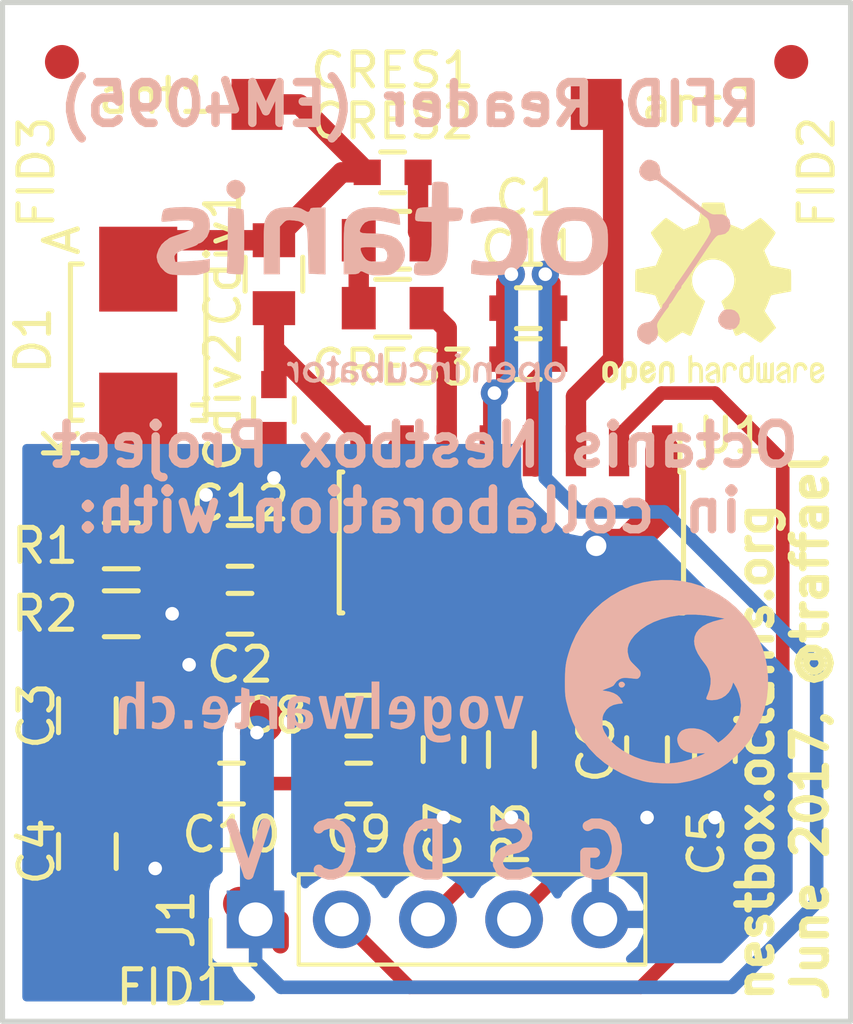
<source format=kicad_pcb>
(kicad_pcb (version 4) (host pcbnew 4.0.7)

  (general
    (links 0)
    (no_connects 0)
    (area 144.924999 96.424999 170.075001 126.575001)
    (thickness 1.6)
    (drawings 9)
    (tracks 139)
    (zones 0)
    (modules 31)
    (nets 22)
  )

  (page A4)
  (layers
    (0 F.Cu signal)
    (31 B.Cu signal)
    (32 B.Adhes user)
    (33 F.Adhes user)
    (34 B.Paste user)
    (35 F.Paste user)
    (36 B.SilkS user hide)
    (37 F.SilkS user)
    (38 B.Mask user)
    (39 F.Mask user)
    (40 Dwgs.User user)
    (41 Cmts.User user)
    (42 Eco1.User user)
    (43 Eco2.User user)
    (44 Edge.Cuts user)
    (45 Margin user)
    (46 B.CrtYd user)
    (47 F.CrtYd user)
    (48 B.Fab user)
    (49 F.Fab user hide)
  )

  (setup
    (last_trace_width 0.25)
    (user_trace_width 1)
    (trace_clearance 0.2)
    (zone_clearance 0.508)
    (zone_45_only no)
    (trace_min 0.2)
    (segment_width 0.2)
    (edge_width 0.15)
    (via_size 0.8)
    (via_drill 0.4)
    (via_min_size 0.4)
    (via_min_drill 0.3)
    (uvia_size 0.3)
    (uvia_drill 0.1)
    (uvias_allowed no)
    (uvia_min_size 0.2)
    (uvia_min_drill 0.1)
    (pcb_text_width 0.3)
    (pcb_text_size 1.5 1.5)
    (mod_edge_width 0.15)
    (mod_text_size 1 1)
    (mod_text_width 0.15)
    (pad_size 1.524 1.524)
    (pad_drill 0.762)
    (pad_to_mask_clearance 0.2)
    (aux_axis_origin 0 0)
    (grid_origin 145 126.5)
    (visible_elements FFFF7F3F)
    (pcbplotparams
      (layerselection 0x010f0_ffffffff)
      (usegerberextensions true)
      (excludeedgelayer true)
      (linewidth 0.100000)
      (plotframeref false)
      (viasonmask false)
      (mode 1)
      (useauxorigin false)
      (hpglpennumber 1)
      (hpglpenspeed 20)
      (hpglpendiameter 15)
      (hpglpenoverlay 2)
      (psnegative false)
      (psa4output false)
      (plotreference true)
      (plotvalue false)
      (plotinvisibletext false)
      (padsonsilk false)
      (subtractmaskfromsilk false)
      (outputformat 1)
      (mirror false)
      (drillshape 0)
      (scaleselection 1)
      (outputdirectory Gerber/))
  )

  (net 0 "")
  (net 1 GND)
  (net 2 /RFID_VDD)
  (net 3 /ant2)
  (net 4 "Net-(C6-Pad2)")
  (net 5 "Net-(C7-Pad2)")
  (net 6 "Net-(C8-Pad2)")
  (net 7 /rdyclk)
  (net 8 /demod_out)
  (net 9 /shd)
  (net 10 "Net-(Cdiv1-Pad1)")
  (net 11 "Net-(C3-Pad1)")
  (net 12 "Net-(C10-Pad1)")
  (net 13 "Net-(C5-Pad2)")
  (net 14 "Net-(C8-Pad1)")
  (net 15 "Net-(C10-Pad2)")
  (net 16 "Net-(CRES1-Pad1)")
  (net 17 "Net-(CRES2-Pad1)")
  (net 18 "Net-(CRES3-Pad1)")
  (net 19 "Net-(D1-Pad1)")
  (net 20 "Net-(R3-Pad2)")
  (net 21 /ant1)

  (net_class Default "Dies ist die voreingestellte Netzklasse."
    (clearance 0.2)
    (trace_width 0.25)
    (via_dia 0.8)
    (via_drill 0.4)
    (uvia_dia 0.3)
    (uvia_drill 0.1)
    (add_net /RFID_VDD)
    (add_net /ant1)
    (add_net /ant2)
    (add_net /demod_out)
    (add_net /rdyclk)
    (add_net /shd)
    (add_net GND)
    (add_net "Net-(C10-Pad1)")
    (add_net "Net-(C10-Pad2)")
    (add_net "Net-(C3-Pad1)")
    (add_net "Net-(C5-Pad2)")
    (add_net "Net-(C6-Pad2)")
    (add_net "Net-(C7-Pad2)")
    (add_net "Net-(C8-Pad1)")
    (add_net "Net-(C8-Pad2)")
    (add_net "Net-(CRES1-Pad1)")
    (add_net "Net-(CRES2-Pad1)")
    (add_net "Net-(CRES3-Pad1)")
    (add_net "Net-(Cdiv1-Pad1)")
    (add_net "Net-(D1-Pad1)")
    (add_net "Net-(R3-Pad2)")
  )

  (net_class Antenna ""
    (clearance 0.2)
    (trace_width 1)
    (via_dia 0.8)
    (via_drill 0.4)
    (uvia_dia 0.3)
    (uvia_drill 0.1)
  )

  (module Fiducials:Fiducial_1mm_Dia_2.54mm_Outer_CopperTop (layer F.Cu) (tedit 5B1D8A58) (tstamp 5B6E7D26)
    (at 146.75 98.25)
    (descr "Circular Fiducial, 1mm bare copper top; 2.54mm keepout")
    (tags marker)
    (attr virtual)
    (fp_text reference FID3 (at -0.75 3.25 90) (layer F.SilkS)
      (effects (font (size 1 1) (thickness 0.15)))
    )
    (fp_text value Fiducial_1mm_Dia_2.54mm_Outer_CopperTop (at 0 -1.8) (layer F.Fab)
      (effects (font (size 1 1) (thickness 0.15)))
    )
    (fp_circle (center 0 0) (end 1.55 0) (layer F.CrtYd) (width 0.05))
    (pad ~ smd circle (at 0 0) (size 1 1) (layers F.Cu F.Mask)
      (solder_mask_margin 0.77) (clearance 0.77))
  )

  (module Fiducials:Fiducial_1mm_Dia_2.54mm_Outer_CopperTop (layer F.Cu) (tedit 5B1D8A2A) (tstamp 5B6E7D08)
    (at 168.25 98.25)
    (descr "Circular Fiducial, 1mm bare copper top; 2.54mm keepout")
    (tags marker)
    (attr virtual)
    (fp_text reference FID2 (at 0.75 3.25 90) (layer F.SilkS)
      (effects (font (size 1 1) (thickness 0.15)))
    )
    (fp_text value Fiducial_1mm_Dia_2.54mm_Outer_CopperTop (at 0 -1.8) (layer F.Fab)
      (effects (font (size 1 1) (thickness 0.15)))
    )
    (fp_circle (center 0 0) (end 1.55 0) (layer F.CrtYd) (width 0.05))
    (pad ~ smd circle (at 0 0) (size 1 1) (layers F.Cu F.Mask)
      (solder_mask_margin 0.77) (clearance 0.77))
  )

  (module Capacitors_SMD:C_0603 (layer F.Cu) (tedit 5415D631) (tstamp 5B017901)
    (at 166 118.5 90)
    (descr "Capacitor SMD 0603, reflow soldering, AVX (see smccp.pdf)")
    (tags "capacitor 0603")
    (path /5AFA1B9F)
    (attr smd)
    (fp_text reference C5 (at -2.75 -0.25 90) (layer F.SilkS)
      (effects (font (size 1 1) (thickness 0.15)))
    )
    (fp_text value "10n - 22n max" (at 0 1.9 90) (layer F.Fab)
      (effects (font (size 1 1) (thickness 0.15)))
    )
    (fp_line (start -1.45 -0.75) (end 1.45 -0.75) (layer F.CrtYd) (width 0.05))
    (fp_line (start -1.45 0.75) (end 1.45 0.75) (layer F.CrtYd) (width 0.05))
    (fp_line (start -1.45 -0.75) (end -1.45 0.75) (layer F.CrtYd) (width 0.05))
    (fp_line (start 1.45 -0.75) (end 1.45 0.75) (layer F.CrtYd) (width 0.05))
    (fp_line (start -0.35 -0.6) (end 0.35 -0.6) (layer F.SilkS) (width 0.15))
    (fp_line (start 0.35 0.6) (end -0.35 0.6) (layer F.SilkS) (width 0.15))
    (pad 1 smd rect (at -0.75 0 90) (size 0.8 0.75) (layers F.Cu F.Paste F.Mask)
      (net 1 GND))
    (pad 2 smd rect (at 0.75 0 90) (size 0.8 0.75) (layers F.Cu F.Paste F.Mask)
      (net 13 "Net-(C5-Pad2)"))
    (model Capacitors_SMD.3dshapes/C_0603.wrl
      (at (xyz 0 0 0))
      (scale (xyz 1 1 1))
      (rotate (xyz 0 0 0))
    )
  )

  (module Capacitors_SMD:C_0603 (layer F.Cu) (tedit 5415D631) (tstamp 5B01790D)
    (at 164 118.5 90)
    (descr "Capacitor SMD 0603, reflow soldering, AVX (see smccp.pdf)")
    (tags "capacitor 0603")
    (path /5AFA1EF5)
    (attr smd)
    (fp_text reference C6 (at 0 -1.5 90) (layer F.SilkS)
      (effects (font (size 1 1) (thickness 0.15)))
    )
    (fp_text value 10n (at 0 1.9 90) (layer F.Fab)
      (effects (font (size 1 1) (thickness 0.15)))
    )
    (fp_line (start 0.35 0.6) (end -0.35 0.6) (layer F.SilkS) (width 0.15))
    (fp_line (start -0.35 -0.6) (end 0.35 -0.6) (layer F.SilkS) (width 0.15))
    (fp_line (start 1.45 -0.75) (end 1.45 0.75) (layer F.CrtYd) (width 0.05))
    (fp_line (start -1.45 -0.75) (end -1.45 0.75) (layer F.CrtYd) (width 0.05))
    (fp_line (start -1.45 0.75) (end 1.45 0.75) (layer F.CrtYd) (width 0.05))
    (fp_line (start -1.45 -0.75) (end 1.45 -0.75) (layer F.CrtYd) (width 0.05))
    (pad 2 smd rect (at 0.75 0 90) (size 0.8 0.75) (layers F.Cu F.Paste F.Mask)
      (net 4 "Net-(C6-Pad2)"))
    (pad 1 smd rect (at -0.75 0 90) (size 0.8 0.75) (layers F.Cu F.Paste F.Mask)
      (net 1 GND))
    (model Capacitors_SMD.3dshapes/C_0603.wrl
      (at (xyz 0 0 0))
      (scale (xyz 1 1 1))
      (rotate (xyz 0 0 0))
    )
  )

  (module Capacitors_SMD:C_0603 (layer F.Cu) (tedit 5415D631) (tstamp 5B017919)
    (at 158 118.5 90)
    (descr "Capacitor SMD 0603, reflow soldering, AVX (see smccp.pdf)")
    (tags "capacitor 0603")
    (path /5AFA2685)
    (attr smd)
    (fp_text reference C7 (at -2.5 0 90) (layer F.SilkS)
      (effects (font (size 1 1) (thickness 0.15)))
    )
    (fp_text value 100n (at 0 1.9 90) (layer F.Fab)
      (effects (font (size 1 1) (thickness 0.15)))
    )
    (fp_line (start -1.45 -0.75) (end 1.45 -0.75) (layer F.CrtYd) (width 0.05))
    (fp_line (start -1.45 0.75) (end 1.45 0.75) (layer F.CrtYd) (width 0.05))
    (fp_line (start -1.45 -0.75) (end -1.45 0.75) (layer F.CrtYd) (width 0.05))
    (fp_line (start 1.45 -0.75) (end 1.45 0.75) (layer F.CrtYd) (width 0.05))
    (fp_line (start -0.35 -0.6) (end 0.35 -0.6) (layer F.SilkS) (width 0.15))
    (fp_line (start 0.35 0.6) (end -0.35 0.6) (layer F.SilkS) (width 0.15))
    (pad 1 smd rect (at -0.75 0 90) (size 0.8 0.75) (layers F.Cu F.Paste F.Mask)
      (net 1 GND))
    (pad 2 smd rect (at 0.75 0 90) (size 0.8 0.75) (layers F.Cu F.Paste F.Mask)
      (net 5 "Net-(C7-Pad2)"))
    (model Capacitors_SMD.3dshapes/C_0603.wrl
      (at (xyz 0 0 0))
      (scale (xyz 1 1 1))
      (rotate (xyz 0 0 0))
    )
  )

  (module Capacitors_SMD:C_0603 (layer F.Cu) (tedit 5415D631) (tstamp 5B08C5D3)
    (at 155.5 119.5)
    (descr "Capacitor SMD 0603, reflow soldering, AVX (see smccp.pdf)")
    (tags "capacitor 0603")
    (path /5A0F095F)
    (attr smd)
    (fp_text reference C9 (at 0 1.5) (layer F.SilkS)
      (effects (font (size 1 1) (thickness 0.15)))
    )
    (fp_text value "100n 250V" (at 0 1.9) (layer F.Fab)
      (effects (font (size 1 1) (thickness 0.15)))
    )
    (fp_line (start 0.35 0.6) (end -0.35 0.6) (layer F.SilkS) (width 0.15))
    (fp_line (start -0.35 -0.6) (end 0.35 -0.6) (layer F.SilkS) (width 0.15))
    (fp_line (start 1.45 -0.75) (end 1.45 0.75) (layer F.CrtYd) (width 0.05))
    (fp_line (start -1.45 -0.75) (end -1.45 0.75) (layer F.CrtYd) (width 0.05))
    (fp_line (start -1.45 0.75) (end 1.45 0.75) (layer F.CrtYd) (width 0.05))
    (fp_line (start -1.45 -0.75) (end 1.45 -0.75) (layer F.CrtYd) (width 0.05))
    (pad 2 smd rect (at 0.75 0) (size 0.8 0.75) (layers F.Cu F.Paste F.Mask)
      (net 6 "Net-(C8-Pad2)"))
    (pad 1 smd rect (at -0.75 0) (size 0.8 0.75) (layers F.Cu F.Paste F.Mask)
      (net 15 "Net-(C10-Pad2)"))
    (model Capacitors_SMD.3dshapes/C_0603.wrl
      (at (xyz 0 0 0))
      (scale (xyz 1 1 1))
      (rotate (xyz 0 0 0))
    )
  )

  (module Housings_SOIC:SOIC-16_3.9x9.9mm_Pitch1.27mm (layer F.Cu) (tedit 54130A77) (tstamp 5B0C8979)
    (at 160 112.4 270)
    (descr "16-Lead Plastic Small Outline (SL) - Narrow, 3.90 mm Body [SOIC] (see Microchip Packaging Specification 00000049BS.pdf)")
    (tags "SOIC 1.27")
    (path /5AFA0C2C)
    (attr smd)
    (fp_text reference U1 (at -3.15 -6.5 360) (layer F.SilkS)
      (effects (font (size 1 1) (thickness 0.15)))
    )
    (fp_text value EM4095 (at 0 6 270) (layer F.Fab)
      (effects (font (size 1 1) (thickness 0.15)))
    )
    (fp_line (start -3.7 -5.25) (end -3.7 5.25) (layer F.CrtYd) (width 0.05))
    (fp_line (start 3.7 -5.25) (end 3.7 5.25) (layer F.CrtYd) (width 0.05))
    (fp_line (start -3.7 -5.25) (end 3.7 -5.25) (layer F.CrtYd) (width 0.05))
    (fp_line (start -3.7 5.25) (end 3.7 5.25) (layer F.CrtYd) (width 0.05))
    (fp_line (start -2.075 -5.075) (end -2.075 -4.97) (layer F.SilkS) (width 0.15))
    (fp_line (start 2.075 -5.075) (end 2.075 -4.97) (layer F.SilkS) (width 0.15))
    (fp_line (start 2.075 5.075) (end 2.075 4.97) (layer F.SilkS) (width 0.15))
    (fp_line (start -2.075 5.075) (end -2.075 4.97) (layer F.SilkS) (width 0.15))
    (fp_line (start -2.075 -5.075) (end 2.075 -5.075) (layer F.SilkS) (width 0.15))
    (fp_line (start -2.075 5.075) (end 2.075 5.075) (layer F.SilkS) (width 0.15))
    (fp_line (start -2.075 -4.97) (end -3.45 -4.97) (layer F.SilkS) (width 0.15))
    (pad 1 smd rect (at -2.7 -4.445 270) (size 1.5 0.6) (layers F.Cu F.Paste F.Mask)
      (net 1 GND))
    (pad 2 smd rect (at -2.7 -3.175 270) (size 1.5 0.6) (layers F.Cu F.Paste F.Mask)
      (net 7 /rdyclk))
    (pad 3 smd rect (at -2.7 -1.905 270) (size 1.5 0.6) (layers F.Cu F.Paste F.Mask)
      (net 21 /ant1))
    (pad 4 smd rect (at -2.7 -0.635 270) (size 1.5 0.6) (layers F.Cu F.Paste F.Mask)
      (net 2 /RFID_VDD))
    (pad 5 smd rect (at -2.7 0.635 270) (size 1.5 0.6) (layers F.Cu F.Paste F.Mask)
      (net 1 GND))
    (pad 6 smd rect (at -2.7 1.905 270) (size 1.5 0.6) (layers F.Cu F.Paste F.Mask)
      (net 18 "Net-(CRES3-Pad1)"))
    (pad 7 smd rect (at -2.7 3.175 270) (size 1.5 0.6) (layers F.Cu F.Paste F.Mask)
      (net 2 /RFID_VDD))
    (pad 8 smd rect (at -2.7 4.445 270) (size 1.5 0.6) (layers F.Cu F.Paste F.Mask)
      (net 10 "Net-(Cdiv1-Pad1)"))
    (pad 9 smd rect (at 2.7 4.445 270) (size 1.5 0.6) (layers F.Cu F.Paste F.Mask)
      (net 14 "Net-(C8-Pad1)"))
    (pad 10 smd rect (at 2.7 3.175 270) (size 1.5 0.6) (layers F.Cu F.Paste F.Mask)
      (net 6 "Net-(C8-Pad2)"))
    (pad 11 smd rect (at 2.7 1.905 270) (size 1.5 0.6) (layers F.Cu F.Paste F.Mask)
      (net 5 "Net-(C7-Pad2)"))
    (pad 12 smd rect (at 2.7 0.635 270) (size 1.5 0.6) (layers F.Cu F.Paste F.Mask)
      (net 20 "Net-(R3-Pad2)"))
    (pad 13 smd rect (at 2.7 -0.635 270) (size 1.5 0.6) (layers F.Cu F.Paste F.Mask)
      (net 8 /demod_out))
    (pad 14 smd rect (at 2.7 -1.905 270) (size 1.5 0.6) (layers F.Cu F.Paste F.Mask)
      (net 9 /shd))
    (pad 15 smd rect (at 2.7 -3.175 270) (size 1.5 0.6) (layers F.Cu F.Paste F.Mask)
      (net 4 "Net-(C6-Pad2)"))
    (pad 16 smd rect (at 2.7 -4.445 270) (size 1.5 0.6) (layers F.Cu F.Paste F.Mask)
      (net 13 "Net-(C5-Pad2)"))
    (model Housings_SOIC.3dshapes/SOIC-16_3.9x9.9mm_Pitch1.27mm.wrl
      (at (xyz 0 0 0))
      (scale (xyz 1 1 1))
      (rotate (xyz 0 0 0))
    )
  )

  (module Capacitors_SMD:C_0603 (layer F.Cu) (tedit 5415D631) (tstamp 5B1D5482)
    (at 152 114.5)
    (descr "Capacitor SMD 0603, reflow soldering, AVX (see smccp.pdf)")
    (tags "capacitor 0603")
    (path /5B1BD07A)
    (attr smd)
    (fp_text reference C2 (at 0 1.5) (layer F.SilkS)
      (effects (font (size 1 1) (thickness 0.15)))
    )
    (fp_text value 100n (at 0 1.9) (layer F.Fab)
      (effects (font (size 1 1) (thickness 0.15)))
    )
    (fp_line (start -0.8 0.4) (end -0.8 -0.4) (layer F.Fab) (width 0.15))
    (fp_line (start 0.8 0.4) (end -0.8 0.4) (layer F.Fab) (width 0.15))
    (fp_line (start 0.8 -0.4) (end 0.8 0.4) (layer F.Fab) (width 0.15))
    (fp_line (start -0.8 -0.4) (end 0.8 -0.4) (layer F.Fab) (width 0.15))
    (fp_line (start -1.45 -0.75) (end 1.45 -0.75) (layer F.CrtYd) (width 0.05))
    (fp_line (start -1.45 0.75) (end 1.45 0.75) (layer F.CrtYd) (width 0.05))
    (fp_line (start -1.45 -0.75) (end -1.45 0.75) (layer F.CrtYd) (width 0.05))
    (fp_line (start 1.45 -0.75) (end 1.45 0.75) (layer F.CrtYd) (width 0.05))
    (fp_line (start -0.35 -0.6) (end 0.35 -0.6) (layer F.SilkS) (width 0.15))
    (fp_line (start 0.35 0.6) (end -0.35 0.6) (layer F.SilkS) (width 0.15))
    (pad 1 smd rect (at -0.75 0) (size 0.8 0.75) (layers F.Cu F.Paste F.Mask)
      (net 1 GND))
    (pad 2 smd rect (at 0.75 0) (size 0.8 0.75) (layers F.Cu F.Paste F.Mask)
      (net 2 /RFID_VDD))
    (model Capacitors_SMD.3dshapes/C_0603.wrl
      (at (xyz 0 0 0))
      (scale (xyz 1 1 1))
      (rotate (xyz 0 0 0))
    )
  )

  (module Capacitors_SMD:C_0603 (layer F.Cu) (tedit 5415D631) (tstamp 5B1D5492)
    (at 155.5 117.5)
    (descr "Capacitor SMD 0603, reflow soldering, AVX (see smccp.pdf)")
    (tags "capacitor 0603")
    (path /5B1D2F3A)
    (attr smd)
    (fp_text reference C8 (at -2.5 0) (layer F.SilkS)
      (effects (font (size 1 1) (thickness 0.15)))
    )
    (fp_text value DNP (at 0 1.9) (layer F.Fab)
      (effects (font (size 1 1) (thickness 0.15)))
    )
    (fp_line (start -0.8 0.4) (end -0.8 -0.4) (layer F.Fab) (width 0.15))
    (fp_line (start 0.8 0.4) (end -0.8 0.4) (layer F.Fab) (width 0.15))
    (fp_line (start 0.8 -0.4) (end 0.8 0.4) (layer F.Fab) (width 0.15))
    (fp_line (start -0.8 -0.4) (end 0.8 -0.4) (layer F.Fab) (width 0.15))
    (fp_line (start -1.45 -0.75) (end 1.45 -0.75) (layer F.CrtYd) (width 0.05))
    (fp_line (start -1.45 0.75) (end 1.45 0.75) (layer F.CrtYd) (width 0.05))
    (fp_line (start -1.45 -0.75) (end -1.45 0.75) (layer F.CrtYd) (width 0.05))
    (fp_line (start 1.45 -0.75) (end 1.45 0.75) (layer F.CrtYd) (width 0.05))
    (fp_line (start -0.35 -0.6) (end 0.35 -0.6) (layer F.SilkS) (width 0.15))
    (fp_line (start 0.35 0.6) (end -0.35 0.6) (layer F.SilkS) (width 0.15))
    (pad 1 smd rect (at -0.75 0) (size 0.8 0.75) (layers F.Cu F.Paste F.Mask)
      (net 14 "Net-(C8-Pad1)"))
    (pad 2 smd rect (at 0.75 0) (size 0.8 0.75) (layers F.Cu F.Paste F.Mask)
      (net 6 "Net-(C8-Pad2)"))
    (model Capacitors_SMD.3dshapes/C_0603.wrl
      (at (xyz 0 0 0))
      (scale (xyz 1 1 1))
      (rotate (xyz 0 0 0))
    )
  )

  (module Capacitors_SMD:C_0603 (layer F.Cu) (tedit 5415D631) (tstamp 5B1D54A2)
    (at 151.75 119.5)
    (descr "Capacitor SMD 0603, reflow soldering, AVX (see smccp.pdf)")
    (tags "capacitor 0603")
    (path /5B1BE1A4)
    (attr smd)
    (fp_text reference C10 (at 0 1.5) (layer F.SilkS)
      (effects (font (size 1 1) (thickness 0.15)))
    )
    (fp_text value "100n 250V" (at 0 1.9) (layer F.Fab)
      (effects (font (size 1 1) (thickness 0.15)))
    )
    (fp_line (start -0.8 0.4) (end -0.8 -0.4) (layer F.Fab) (width 0.15))
    (fp_line (start 0.8 0.4) (end -0.8 0.4) (layer F.Fab) (width 0.15))
    (fp_line (start 0.8 -0.4) (end 0.8 0.4) (layer F.Fab) (width 0.15))
    (fp_line (start -0.8 -0.4) (end 0.8 -0.4) (layer F.Fab) (width 0.15))
    (fp_line (start -1.45 -0.75) (end 1.45 -0.75) (layer F.CrtYd) (width 0.05))
    (fp_line (start -1.45 0.75) (end 1.45 0.75) (layer F.CrtYd) (width 0.05))
    (fp_line (start -1.45 -0.75) (end -1.45 0.75) (layer F.CrtYd) (width 0.05))
    (fp_line (start 1.45 -0.75) (end 1.45 0.75) (layer F.CrtYd) (width 0.05))
    (fp_line (start -0.35 -0.6) (end 0.35 -0.6) (layer F.SilkS) (width 0.15))
    (fp_line (start 0.35 0.6) (end -0.35 0.6) (layer F.SilkS) (width 0.15))
    (pad 1 smd rect (at -0.75 0) (size 0.8 0.75) (layers F.Cu F.Paste F.Mask)
      (net 12 "Net-(C10-Pad1)"))
    (pad 2 smd rect (at 0.75 0) (size 0.8 0.75) (layers F.Cu F.Paste F.Mask)
      (net 15 "Net-(C10-Pad2)"))
    (model Capacitors_SMD.3dshapes/C_0603.wrl
      (at (xyz 0 0 0))
      (scale (xyz 1 1 1))
      (rotate (xyz 0 0 0))
    )
  )

  (module Capacitors_SMD:C_0805 (layer F.Cu) (tedit 5415D6EA) (tstamp 5B1D54B2)
    (at 153 104.5 90)
    (descr "Capacitor SMD 0805, reflow soldering, AVX (see smccp.pdf)")
    (tags "capacitor 0805")
    (path /5B1D0396)
    (attr smd)
    (fp_text reference Cdiv1 (at 0.5 -1.5 90) (layer F.SilkS)
      (effects (font (size 1 1) (thickness 0.15)))
    )
    (fp_text value "10p 500V" (at 0 2.1 90) (layer F.Fab)
      (effects (font (size 1 1) (thickness 0.15)))
    )
    (fp_line (start -1 0.625) (end -1 -0.625) (layer F.Fab) (width 0.15))
    (fp_line (start 1 0.625) (end -1 0.625) (layer F.Fab) (width 0.15))
    (fp_line (start 1 -0.625) (end 1 0.625) (layer F.Fab) (width 0.15))
    (fp_line (start -1 -0.625) (end 1 -0.625) (layer F.Fab) (width 0.15))
    (fp_line (start -1.8 -1) (end 1.8 -1) (layer F.CrtYd) (width 0.05))
    (fp_line (start -1.8 1) (end 1.8 1) (layer F.CrtYd) (width 0.05))
    (fp_line (start -1.8 -1) (end -1.8 1) (layer F.CrtYd) (width 0.05))
    (fp_line (start 1.8 -1) (end 1.8 1) (layer F.CrtYd) (width 0.05))
    (fp_line (start 0.5 -0.85) (end -0.5 -0.85) (layer F.SilkS) (width 0.15))
    (fp_line (start -0.5 0.85) (end 0.5 0.85) (layer F.SilkS) (width 0.15))
    (pad 1 smd rect (at -1 0 90) (size 1 1.25) (layers F.Cu F.Paste F.Mask)
      (net 10 "Net-(Cdiv1-Pad1)"))
    (pad 2 smd rect (at 1 0 90) (size 1 1.25) (layers F.Cu F.Paste F.Mask)
      (net 3 /ant2))
    (model Capacitors_SMD.3dshapes/C_0805.wrl
      (at (xyz 0 0 0))
      (scale (xyz 1 1 1))
      (rotate (xyz 0 0 0))
    )
  )

  (module Capacitors_SMD:C_0603 (layer F.Cu) (tedit 5415D631) (tstamp 5B1D54C2)
    (at 153 108.5 90)
    (descr "Capacitor SMD 0603, reflow soldering, AVX (see smccp.pdf)")
    (tags "capacitor 0603")
    (path /5A0F0961)
    (attr smd)
    (fp_text reference Cdiv2 (at 0.25 -1.5 90) (layer F.SilkS)
      (effects (font (size 1 1) (thickness 0.15)))
    )
    (fp_text value C (at 0 1.9 90) (layer F.Fab)
      (effects (font (size 1 1) (thickness 0.15)))
    )
    (fp_line (start -0.8 0.4) (end -0.8 -0.4) (layer F.Fab) (width 0.15))
    (fp_line (start 0.8 0.4) (end -0.8 0.4) (layer F.Fab) (width 0.15))
    (fp_line (start 0.8 -0.4) (end 0.8 0.4) (layer F.Fab) (width 0.15))
    (fp_line (start -0.8 -0.4) (end 0.8 -0.4) (layer F.Fab) (width 0.15))
    (fp_line (start -1.45 -0.75) (end 1.45 -0.75) (layer F.CrtYd) (width 0.05))
    (fp_line (start -1.45 0.75) (end 1.45 0.75) (layer F.CrtYd) (width 0.05))
    (fp_line (start -1.45 -0.75) (end -1.45 0.75) (layer F.CrtYd) (width 0.05))
    (fp_line (start 1.45 -0.75) (end 1.45 0.75) (layer F.CrtYd) (width 0.05))
    (fp_line (start -0.35 -0.6) (end 0.35 -0.6) (layer F.SilkS) (width 0.15))
    (fp_line (start 0.35 0.6) (end -0.35 0.6) (layer F.SilkS) (width 0.15))
    (pad 1 smd rect (at -0.75 0 90) (size 0.8 0.75) (layers F.Cu F.Paste F.Mask)
      (net 1 GND))
    (pad 2 smd rect (at 0.75 0 90) (size 0.8 0.75) (layers F.Cu F.Paste F.Mask)
      (net 10 "Net-(Cdiv1-Pad1)"))
    (model Capacitors_SMD.3dshapes/C_0603.wrl
      (at (xyz 0 0 0))
      (scale (xyz 1 1 1))
      (rotate (xyz 0 0 0))
    )
  )

  (module Capacitors_SMD:C_0805 (layer F.Cu) (tedit 5415D6EA) (tstamp 5B1D54D8)
    (at 156.5 103.5)
    (descr "Capacitor SMD 0805, reflow soldering, AVX (see smccp.pdf)")
    (tags "capacitor 0805")
    (path /5B1CCB22)
    (attr smd)
    (fp_text reference CRES2 (at 0 -3.5) (layer F.SilkS)
      (effects (font (size 1 1) (thickness 0.15)))
    )
    (fp_text value "1.8n 250V" (at 0 2.1) (layer F.Fab)
      (effects (font (size 1 1) (thickness 0.15)))
    )
    (fp_line (start -1 0.625) (end -1 -0.625) (layer F.Fab) (width 0.15))
    (fp_line (start 1 0.625) (end -1 0.625) (layer F.Fab) (width 0.15))
    (fp_line (start 1 -0.625) (end 1 0.625) (layer F.Fab) (width 0.15))
    (fp_line (start -1 -0.625) (end 1 -0.625) (layer F.Fab) (width 0.15))
    (fp_line (start -1.8 -1) (end 1.8 -1) (layer F.CrtYd) (width 0.05))
    (fp_line (start -1.8 1) (end 1.8 1) (layer F.CrtYd) (width 0.05))
    (fp_line (start -1.8 -1) (end -1.8 1) (layer F.CrtYd) (width 0.05))
    (fp_line (start 1.8 -1) (end 1.8 1) (layer F.CrtYd) (width 0.05))
    (fp_line (start 0.5 -0.85) (end -0.5 -0.85) (layer F.SilkS) (width 0.15))
    (fp_line (start -0.5 0.85) (end 0.5 0.85) (layer F.SilkS) (width 0.15))
    (pad 1 smd rect (at -1 0) (size 1 1.25) (layers F.Cu F.Paste F.Mask)
      (net 17 "Net-(CRES2-Pad1)"))
    (pad 2 smd rect (at 1 0) (size 1 1.25) (layers F.Cu F.Paste F.Mask)
      (net 16 "Net-(CRES1-Pad1)"))
    (model Capacitors_SMD.3dshapes/C_0805.wrl
      (at (xyz 0 0 0))
      (scale (xyz 1 1 1))
      (rotate (xyz 0 0 0))
    )
  )

  (module Capacitors_SMD:C_0805 (layer F.Cu) (tedit 5415D6EA) (tstamp 5B1D54E8)
    (at 156.5 105.5 180)
    (descr "Capacitor SMD 0805, reflow soldering, AVX (see smccp.pdf)")
    (tags "capacitor 0805")
    (path /5B1CC93D)
    (attr smd)
    (fp_text reference CRES3 (at 0 -1.75 180) (layer F.SilkS)
      (effects (font (size 1 1) (thickness 0.15)))
    )
    (fp_text value "1n 450V" (at 0 2.1 180) (layer F.Fab)
      (effects (font (size 1 1) (thickness 0.15)))
    )
    (fp_line (start -1 0.625) (end -1 -0.625) (layer F.Fab) (width 0.15))
    (fp_line (start 1 0.625) (end -1 0.625) (layer F.Fab) (width 0.15))
    (fp_line (start 1 -0.625) (end 1 0.625) (layer F.Fab) (width 0.15))
    (fp_line (start -1 -0.625) (end 1 -0.625) (layer F.Fab) (width 0.15))
    (fp_line (start -1.8 -1) (end 1.8 -1) (layer F.CrtYd) (width 0.05))
    (fp_line (start -1.8 1) (end 1.8 1) (layer F.CrtYd) (width 0.05))
    (fp_line (start -1.8 -1) (end -1.8 1) (layer F.CrtYd) (width 0.05))
    (fp_line (start 1.8 -1) (end 1.8 1) (layer F.CrtYd) (width 0.05))
    (fp_line (start 0.5 -0.85) (end -0.5 -0.85) (layer F.SilkS) (width 0.15))
    (fp_line (start -0.5 0.85) (end 0.5 0.85) (layer F.SilkS) (width 0.15))
    (pad 1 smd rect (at -1 0 180) (size 1 1.25) (layers F.Cu F.Paste F.Mask)
      (net 18 "Net-(CRES3-Pad1)"))
    (pad 2 smd rect (at 1 0 180) (size 1 1.25) (layers F.Cu F.Paste F.Mask)
      (net 17 "Net-(CRES2-Pad1)"))
    (model Capacitors_SMD.3dshapes/C_0805.wrl
      (at (xyz 0 0 0))
      (scale (xyz 1 1 1))
      (rotate (xyz 0 0 0))
    )
  )

  (module Capacitors_SMD:C_0805 (layer F.Cu) (tedit 5415D6EA) (tstamp 5B1D54F8)
    (at 147.5 117.5 90)
    (descr "Capacitor SMD 0805, reflow soldering, AVX (see smccp.pdf)")
    (tags "capacitor 0805")
    (path /5B1D0684)
    (attr smd)
    (fp_text reference C3 (at 0 -1.5 90) (layer F.SilkS)
      (effects (font (size 1 1) (thickness 0.15)))
    )
    (fp_text value "1.8n 250V" (at 0 2.1 90) (layer F.Fab)
      (effects (font (size 1 1) (thickness 0.15)))
    )
    (fp_line (start -1 0.625) (end -1 -0.625) (layer F.Fab) (width 0.15))
    (fp_line (start 1 0.625) (end -1 0.625) (layer F.Fab) (width 0.15))
    (fp_line (start 1 -0.625) (end 1 0.625) (layer F.Fab) (width 0.15))
    (fp_line (start -1 -0.625) (end 1 -0.625) (layer F.Fab) (width 0.15))
    (fp_line (start -1.8 -1) (end 1.8 -1) (layer F.CrtYd) (width 0.05))
    (fp_line (start -1.8 1) (end 1.8 1) (layer F.CrtYd) (width 0.05))
    (fp_line (start -1.8 -1) (end -1.8 1) (layer F.CrtYd) (width 0.05))
    (fp_line (start 1.8 -1) (end 1.8 1) (layer F.CrtYd) (width 0.05))
    (fp_line (start 0.5 -0.85) (end -0.5 -0.85) (layer F.SilkS) (width 0.15))
    (fp_line (start -0.5 0.85) (end 0.5 0.85) (layer F.SilkS) (width 0.15))
    (pad 1 smd rect (at -1 0 90) (size 1 1.25) (layers F.Cu F.Paste F.Mask)
      (net 11 "Net-(C3-Pad1)"))
    (pad 2 smd rect (at 1 0 90) (size 1 1.25) (layers F.Cu F.Paste F.Mask)
      (net 12 "Net-(C10-Pad1)"))
    (model Capacitors_SMD.3dshapes/C_0805.wrl
      (at (xyz 0 0 0))
      (scale (xyz 1 1 1))
      (rotate (xyz 0 0 0))
    )
  )

  (module Capacitors_SMD:C_0805 (layer F.Cu) (tedit 5415D6EA) (tstamp 5B1D5508)
    (at 147.5 121.5 90)
    (descr "Capacitor SMD 0805, reflow soldering, AVX (see smccp.pdf)")
    (tags "capacitor 0805")
    (path /5B1D075A)
    (attr smd)
    (fp_text reference C4 (at 0 -1.5 90) (layer F.SilkS)
      (effects (font (size 1 1) (thickness 0.15)))
    )
    (fp_text value "1.8n 250V" (at 0 2.1 90) (layer F.Fab)
      (effects (font (size 1 1) (thickness 0.15)))
    )
    (fp_line (start -1 0.625) (end -1 -0.625) (layer F.Fab) (width 0.15))
    (fp_line (start 1 0.625) (end -1 0.625) (layer F.Fab) (width 0.15))
    (fp_line (start 1 -0.625) (end 1 0.625) (layer F.Fab) (width 0.15))
    (fp_line (start -1 -0.625) (end 1 -0.625) (layer F.Fab) (width 0.15))
    (fp_line (start -1.8 -1) (end 1.8 -1) (layer F.CrtYd) (width 0.05))
    (fp_line (start -1.8 1) (end 1.8 1) (layer F.CrtYd) (width 0.05))
    (fp_line (start -1.8 -1) (end -1.8 1) (layer F.CrtYd) (width 0.05))
    (fp_line (start 1.8 -1) (end 1.8 1) (layer F.CrtYd) (width 0.05))
    (fp_line (start 0.5 -0.85) (end -0.5 -0.85) (layer F.SilkS) (width 0.15))
    (fp_line (start -0.5 0.85) (end 0.5 0.85) (layer F.SilkS) (width 0.15))
    (pad 1 smd rect (at -1 0 90) (size 1 1.25) (layers F.Cu F.Paste F.Mask)
      (net 1 GND))
    (pad 2 smd rect (at 1 0 90) (size 1 1.25) (layers F.Cu F.Paste F.Mask)
      (net 11 "Net-(C3-Pad1)"))
    (model Capacitors_SMD.3dshapes/C_0805.wrl
      (at (xyz 0 0 0))
      (scale (xyz 1 1 1))
      (rotate (xyz 0 0 0))
    )
  )

  (module Diodes_SMD:SMB_Standard (layer F.Cu) (tedit 552FF363) (tstamp 5B1D5524)
    (at 149 106.5 90)
    (descr "Diode SMB Standard")
    (tags "Diode SMB Standard")
    (path /5B1BD61F)
    (attr smd)
    (fp_text reference D1 (at 0.05 -3.1 90) (layer F.SilkS)
      (effects (font (size 1 1) (thickness 0.15)))
    )
    (fp_text value STTH1R06 (at 0.05 4.7 90) (layer F.Fab)
      (effects (font (size 1 1) (thickness 0.15)))
    )
    (fp_line (start -3.65 -2.25) (end 3.65 -2.25) (layer F.CrtYd) (width 0.05))
    (fp_line (start 3.65 -2.25) (end 3.65 2.25) (layer F.CrtYd) (width 0.05))
    (fp_line (start 3.65 2.25) (end -3.65 2.25) (layer F.CrtYd) (width 0.05))
    (fp_line (start -3.65 2.25) (end -3.65 -2.25) (layer F.CrtYd) (width 0.05))
    (fp_text user K (at -3 -2.25 90) (layer F.SilkS)
      (effects (font (size 1 1) (thickness 0.15)))
    )
    (fp_text user A (at 3 -2.25 90) (layer F.SilkS)
      (effects (font (size 1 1) (thickness 0.15)))
    )
    (fp_line (start -2.30632 1.8) (end -2.30632 1.6002) (layer F.SilkS) (width 0.15))
    (fp_line (start -1.84928 1.75) (end -1.84928 1.601) (layer F.SilkS) (width 0.15))
    (fp_line (start 2.29616 1.8) (end 2.29616 1.651) (layer F.SilkS) (width 0.15))
    (fp_line (start -2.30124 -1.8) (end -2.30124 -1.651) (layer F.SilkS) (width 0.15))
    (fp_line (start -1.84928 -1.8) (end -1.84928 -1.651) (layer F.SilkS) (width 0.15))
    (fp_line (start 2.30124 -1.8) (end 2.30124 -1.651) (layer F.SilkS) (width 0.15))
    (fp_circle (center 0 0) (end 0.44958 0.09906) (layer F.Adhes) (width 0.381))
    (fp_circle (center 0 0) (end 0.20066 0.09906) (layer F.Adhes) (width 0.381))
    (fp_line (start -1.84928 1.94898) (end -1.84928 1.75086) (layer F.SilkS) (width 0.15))
    (fp_line (start -1.84928 -1.99898) (end -1.84928 -1.80086) (layer F.SilkS) (width 0.15))
    (fp_line (start 2.29616 1.99644) (end 2.29616 1.79832) (layer F.SilkS) (width 0.15))
    (fp_line (start -2.30632 1.99644) (end 2.29616 1.99644) (layer F.SilkS) (width 0.15))
    (fp_line (start -2.30632 1.99644) (end -2.30632 1.79832) (layer F.SilkS) (width 0.15))
    (fp_line (start -2.30124 -1.99898) (end -2.30124 -1.80086) (layer F.SilkS) (width 0.15))
    (fp_line (start -2.30124 -1.99898) (end 2.30124 -1.99898) (layer F.SilkS) (width 0.15))
    (fp_line (start 2.30124 -1.99898) (end 2.30124 -1.80086) (layer F.SilkS) (width 0.15))
    (pad 1 smd rect (at -2.14884 0 90) (size 2.49936 2.30124) (layers F.Cu F.Paste F.Mask)
      (net 19 "Net-(D1-Pad1)"))
    (pad 2 smd rect (at 2.14884 0 90) (size 2.49936 2.30124) (layers F.Cu F.Paste F.Mask)
      (net 3 /ant2))
    (model Diodes_SMD.3dshapes/SMB_Standard.wrl
      (at (xyz 0 0 0))
      (scale (xyz 0.3937 0.3937 0.3937))
      (rotate (xyz 0 0 180))
    )
  )

  (module Pin_Headers:Pin_Header_Straight_1x05_Pitch2.54mm (layer F.Cu) (tedit 59650532) (tstamp 5B1D552D)
    (at 152.46 123.5 90)
    (descr "Through hole straight pin header, 1x05, 2.54mm pitch, single row")
    (tags "Through hole pin header THT 1x05 2.54mm single row")
    (path /5B1D394E)
    (fp_text reference J1 (at 0 -2.33 90) (layer F.SilkS)
      (effects (font (size 1 1) (thickness 0.15)))
    )
    (fp_text value CONN_01X05 (at 0 12.49 90) (layer F.Fab)
      (effects (font (size 1 1) (thickness 0.15)))
    )
    (fp_line (start -0.635 -1.27) (end 1.27 -1.27) (layer F.Fab) (width 0.1))
    (fp_line (start 1.27 -1.27) (end 1.27 11.43) (layer F.Fab) (width 0.1))
    (fp_line (start 1.27 11.43) (end -1.27 11.43) (layer F.Fab) (width 0.1))
    (fp_line (start -1.27 11.43) (end -1.27 -0.635) (layer F.Fab) (width 0.1))
    (fp_line (start -1.27 -0.635) (end -0.635 -1.27) (layer F.Fab) (width 0.1))
    (fp_line (start -1.33 11.49) (end 1.33 11.49) (layer F.SilkS) (width 0.12))
    (fp_line (start -1.33 1.27) (end -1.33 11.49) (layer F.SilkS) (width 0.12))
    (fp_line (start 1.33 1.27) (end 1.33 11.49) (layer F.SilkS) (width 0.12))
    (fp_line (start -1.33 1.27) (end 1.33 1.27) (layer F.SilkS) (width 0.12))
    (fp_line (start -1.33 0) (end -1.33 -1.33) (layer F.SilkS) (width 0.12))
    (fp_line (start -1.33 -1.33) (end 0 -1.33) (layer F.SilkS) (width 0.12))
    (fp_line (start -1.8 -1.8) (end -1.8 11.95) (layer F.CrtYd) (width 0.05))
    (fp_line (start -1.8 11.95) (end 1.8 11.95) (layer F.CrtYd) (width 0.05))
    (fp_line (start 1.8 11.95) (end 1.8 -1.8) (layer F.CrtYd) (width 0.05))
    (fp_line (start 1.8 -1.8) (end -1.8 -1.8) (layer F.CrtYd) (width 0.05))
    (fp_text user %R (at 0 5.08 180) (layer F.Fab)
      (effects (font (size 1 1) (thickness 0.15)))
    )
    (pad 1 thru_hole rect (at 0 0 90) (size 1.7 1.7) (drill 1) (layers *.Cu *.Mask)
      (net 2 /RFID_VDD))
    (pad 2 thru_hole oval (at 0 2.54 90) (size 1.7 1.7) (drill 1) (layers *.Cu *.Mask)
      (net 7 /rdyclk))
    (pad 3 thru_hole oval (at 0 5.08 90) (size 1.7 1.7) (drill 1) (layers *.Cu *.Mask)
      (net 8 /demod_out))
    (pad 4 thru_hole oval (at 0 7.62 90) (size 1.7 1.7) (drill 1) (layers *.Cu *.Mask)
      (net 9 /shd))
    (pad 5 thru_hole oval (at 0 10.16 90) (size 1.7 1.7) (drill 1) (layers *.Cu *.Mask)
      (net 1 GND))
    (model ${KISYS3DMOD}/Pin_Headers.3dshapes/Pin_Header_Straight_1x05_Pitch2.54mm.wrl
      (at (xyz 0 0 0))
      (scale (xyz 1 1 1))
      (rotate (xyz 0 0 0))
    )
  )

  (module Resistors_SMD:R_0603 (layer F.Cu) (tedit 58307A47) (tstamp 5B1D5533)
    (at 148.5 112.5)
    (descr "Resistor SMD 0603, reflow soldering, Vishay (see dcrcw.pdf)")
    (tags "resistor 0603")
    (path /5B1BDF25)
    (attr smd)
    (fp_text reference R1 (at -2.25 0) (layer F.SilkS)
      (effects (font (size 1 1) (thickness 0.15)))
    )
    (fp_text value 100R (at 0 1.9) (layer F.Fab)
      (effects (font (size 1 1) (thickness 0.15)))
    )
    (fp_line (start -0.8 0.4) (end -0.8 -0.4) (layer F.Fab) (width 0.1))
    (fp_line (start 0.8 0.4) (end -0.8 0.4) (layer F.Fab) (width 0.1))
    (fp_line (start 0.8 -0.4) (end 0.8 0.4) (layer F.Fab) (width 0.1))
    (fp_line (start -0.8 -0.4) (end 0.8 -0.4) (layer F.Fab) (width 0.1))
    (fp_line (start -1.3 -0.8) (end 1.3 -0.8) (layer F.CrtYd) (width 0.05))
    (fp_line (start -1.3 0.8) (end 1.3 0.8) (layer F.CrtYd) (width 0.05))
    (fp_line (start -1.3 -0.8) (end -1.3 0.8) (layer F.CrtYd) (width 0.05))
    (fp_line (start 1.3 -0.8) (end 1.3 0.8) (layer F.CrtYd) (width 0.05))
    (fp_line (start 0.5 0.675) (end -0.5 0.675) (layer F.SilkS) (width 0.15))
    (fp_line (start -0.5 -0.675) (end 0.5 -0.675) (layer F.SilkS) (width 0.15))
    (pad 1 smd rect (at -0.75 0) (size 0.5 0.9) (layers F.Cu F.Paste F.Mask)
      (net 12 "Net-(C10-Pad1)"))
    (pad 2 smd rect (at 0.75 0) (size 0.5 0.9) (layers F.Cu F.Paste F.Mask)
      (net 19 "Net-(D1-Pad1)"))
    (model Resistors_SMD.3dshapes/R_0603.wrl
      (at (xyz 0 0 0))
      (scale (xyz 1 1 1))
      (rotate (xyz 0 0 0))
    )
  )

  (module Resistors_SMD:R_0603 (layer F.Cu) (tedit 58307A47) (tstamp 5B1D5539)
    (at 148.5 114.5 180)
    (descr "Resistor SMD 0603, reflow soldering, Vishay (see dcrcw.pdf)")
    (tags "resistor 0603")
    (path /5B1BE082)
    (attr smd)
    (fp_text reference R2 (at 2.25 0 180) (layer F.SilkS)
      (effects (font (size 1 1) (thickness 0.15)))
    )
    (fp_text value 100k (at 0 1.9 180) (layer F.Fab)
      (effects (font (size 1 1) (thickness 0.15)))
    )
    (fp_line (start -0.8 0.4) (end -0.8 -0.4) (layer F.Fab) (width 0.1))
    (fp_line (start 0.8 0.4) (end -0.8 0.4) (layer F.Fab) (width 0.1))
    (fp_line (start 0.8 -0.4) (end 0.8 0.4) (layer F.Fab) (width 0.1))
    (fp_line (start -0.8 -0.4) (end 0.8 -0.4) (layer F.Fab) (width 0.1))
    (fp_line (start -1.3 -0.8) (end 1.3 -0.8) (layer F.CrtYd) (width 0.05))
    (fp_line (start -1.3 0.8) (end 1.3 0.8) (layer F.CrtYd) (width 0.05))
    (fp_line (start -1.3 -0.8) (end -1.3 0.8) (layer F.CrtYd) (width 0.05))
    (fp_line (start 1.3 -0.8) (end 1.3 0.8) (layer F.CrtYd) (width 0.05))
    (fp_line (start 0.5 0.675) (end -0.5 0.675) (layer F.SilkS) (width 0.15))
    (fp_line (start -0.5 -0.675) (end 0.5 -0.675) (layer F.SilkS) (width 0.15))
    (pad 1 smd rect (at -0.75 0 180) (size 0.5 0.9) (layers F.Cu F.Paste F.Mask)
      (net 1 GND))
    (pad 2 smd rect (at 0.75 0 180) (size 0.5 0.9) (layers F.Cu F.Paste F.Mask)
      (net 12 "Net-(C10-Pad1)"))
    (model Resistors_SMD.3dshapes/R_0603.wrl
      (at (xyz 0 0 0))
      (scale (xyz 1 1 1))
      (rotate (xyz 0 0 0))
    )
  )

  (module Resistors_SMD:R_0603 (layer F.Cu) (tedit 58307A47) (tstamp 5B1D553F)
    (at 160 118.5 90)
    (descr "Resistor SMD 0603, reflow soldering, Vishay (see dcrcw.pdf)")
    (tags "resistor 0603")
    (path /5B1D34BC)
    (attr smd)
    (fp_text reference R3 (at -2.5 0 90) (layer F.SilkS)
      (effects (font (size 1 1) (thickness 0.15)))
    )
    (fp_text value 0R (at 0 1.9 90) (layer F.Fab)
      (effects (font (size 1 1) (thickness 0.15)))
    )
    (fp_line (start -0.8 0.4) (end -0.8 -0.4) (layer F.Fab) (width 0.1))
    (fp_line (start 0.8 0.4) (end -0.8 0.4) (layer F.Fab) (width 0.1))
    (fp_line (start 0.8 -0.4) (end 0.8 0.4) (layer F.Fab) (width 0.1))
    (fp_line (start -0.8 -0.4) (end 0.8 -0.4) (layer F.Fab) (width 0.1))
    (fp_line (start -1.3 -0.8) (end 1.3 -0.8) (layer F.CrtYd) (width 0.05))
    (fp_line (start -1.3 0.8) (end 1.3 0.8) (layer F.CrtYd) (width 0.05))
    (fp_line (start -1.3 -0.8) (end -1.3 0.8) (layer F.CrtYd) (width 0.05))
    (fp_line (start 1.3 -0.8) (end 1.3 0.8) (layer F.CrtYd) (width 0.05))
    (fp_line (start 0.5 0.675) (end -0.5 0.675) (layer F.SilkS) (width 0.15))
    (fp_line (start -0.5 -0.675) (end 0.5 -0.675) (layer F.SilkS) (width 0.15))
    (pad 1 smd rect (at -0.75 0 90) (size 0.5 0.9) (layers F.Cu F.Paste F.Mask)
      (net 1 GND))
    (pad 2 smd rect (at 0.75 0 90) (size 0.5 0.9) (layers F.Cu F.Paste F.Mask)
      (net 20 "Net-(R3-Pad2)"))
    (model Resistors_SMD.3dshapes/R_0603.wrl
      (at (xyz 0 0 0))
      (scale (xyz 1 1 1))
      (rotate (xyz 0 0 0))
    )
  )

  (module Capacitors_SMD:C_0603 (layer F.Cu) (tedit 5415D631) (tstamp 5B1D3903)
    (at 156.5 101.5 180)
    (descr "Capacitor SMD 0603, reflow soldering, AVX (see smccp.pdf)")
    (tags "capacitor 0603")
    (path /5B1BDB46)
    (attr smd)
    (fp_text reference CRES1 (at 0 3 180) (layer F.SilkS)
      (effects (font (size 1 1) (thickness 0.15)))
    )
    (fp_text value "C_fine_tuning (10nF, 50V)" (at 0 1.9 180) (layer F.Fab)
      (effects (font (size 1 1) (thickness 0.15)))
    )
    (fp_line (start -0.8 0.4) (end -0.8 -0.4) (layer F.Fab) (width 0.15))
    (fp_line (start 0.8 0.4) (end -0.8 0.4) (layer F.Fab) (width 0.15))
    (fp_line (start 0.8 -0.4) (end 0.8 0.4) (layer F.Fab) (width 0.15))
    (fp_line (start -0.8 -0.4) (end 0.8 -0.4) (layer F.Fab) (width 0.15))
    (fp_line (start -1.45 -0.75) (end 1.45 -0.75) (layer F.CrtYd) (width 0.05))
    (fp_line (start -1.45 0.75) (end 1.45 0.75) (layer F.CrtYd) (width 0.05))
    (fp_line (start -1.45 -0.75) (end -1.45 0.75) (layer F.CrtYd) (width 0.05))
    (fp_line (start 1.45 -0.75) (end 1.45 0.75) (layer F.CrtYd) (width 0.05))
    (fp_line (start -0.35 -0.6) (end 0.35 -0.6) (layer F.SilkS) (width 0.15))
    (fp_line (start 0.35 0.6) (end -0.35 0.6) (layer F.SilkS) (width 0.15))
    (pad 1 smd rect (at -0.75 0 180) (size 0.8 0.75) (layers F.Cu F.Paste F.Mask)
      (net 16 "Net-(CRES1-Pad1)"))
    (pad 2 smd rect (at 0.75 0 180) (size 0.8 0.75) (layers F.Cu F.Paste F.Mask)
      (net 3 /ant2))
    (model Capacitors_SMD.3dshapes/C_0603.wrl
      (at (xyz 0 0 0))
      (scale (xyz 1 1 1))
      (rotate (xyz 0 0 0))
    )
  )

  (module Capacitors_SMD:C_0603 (layer F.Cu) (tedit 5415D631) (tstamp 5B23B017)
    (at 160.5 107 180)
    (descr "Capacitor SMD 0603, reflow soldering, AVX (see smccp.pdf)")
    (tags "capacitor 0603")
    (path /5B1D5387)
    (attr smd)
    (fp_text reference C11 (at -0.05 3.25 180) (layer F.SilkS)
      (effects (font (size 1 1) (thickness 0.15)))
    )
    (fp_text value 100n (at 0 1.9 180) (layer F.Fab)
      (effects (font (size 1 1) (thickness 0.15)))
    )
    (fp_line (start -0.8 0.4) (end -0.8 -0.4) (layer F.Fab) (width 0.15))
    (fp_line (start 0.8 0.4) (end -0.8 0.4) (layer F.Fab) (width 0.15))
    (fp_line (start 0.8 -0.4) (end 0.8 0.4) (layer F.Fab) (width 0.15))
    (fp_line (start -0.8 -0.4) (end 0.8 -0.4) (layer F.Fab) (width 0.15))
    (fp_line (start -1.45 -0.75) (end 1.45 -0.75) (layer F.CrtYd) (width 0.05))
    (fp_line (start -1.45 0.75) (end 1.45 0.75) (layer F.CrtYd) (width 0.05))
    (fp_line (start -1.45 -0.75) (end -1.45 0.75) (layer F.CrtYd) (width 0.05))
    (fp_line (start 1.45 -0.75) (end 1.45 0.75) (layer F.CrtYd) (width 0.05))
    (fp_line (start -0.35 -0.6) (end 0.35 -0.6) (layer F.SilkS) (width 0.15))
    (fp_line (start 0.35 0.6) (end -0.35 0.6) (layer F.SilkS) (width 0.15))
    (pad 1 smd rect (at -0.75 0 180) (size 0.8 0.75) (layers F.Cu F.Paste F.Mask)
      (net 2 /RFID_VDD))
    (pad 2 smd rect (at 0.75 0 180) (size 0.8 0.75) (layers F.Cu F.Paste F.Mask)
      (net 1 GND))
    (model Capacitors_SMD.3dshapes/C_0603.wrl
      (at (xyz 0 0 0))
      (scale (xyz 1 1 1))
      (rotate (xyz 0 0 0))
    )
  )

  (module Capacitors_SMD:C_0603 (layer F.Cu) (tedit 5415D631) (tstamp 5B23B86B)
    (at 160.5 105.5 180)
    (descr "Capacitor SMD 0603, reflow soldering, AVX (see smccp.pdf)")
    (tags "capacitor 0603")
    (path /5B1BD1D3)
    (attr smd)
    (fp_text reference C1 (at 0 3.25 180) (layer F.SilkS)
      (effects (font (size 1 1) (thickness 0.15)))
    )
    (fp_text value 10u (at 0 1.9 180) (layer F.Fab)
      (effects (font (size 1 1) (thickness 0.15)))
    )
    (fp_line (start -0.8 0.4) (end -0.8 -0.4) (layer F.Fab) (width 0.15))
    (fp_line (start 0.8 0.4) (end -0.8 0.4) (layer F.Fab) (width 0.15))
    (fp_line (start 0.8 -0.4) (end 0.8 0.4) (layer F.Fab) (width 0.15))
    (fp_line (start -0.8 -0.4) (end 0.8 -0.4) (layer F.Fab) (width 0.15))
    (fp_line (start -1.45 -0.75) (end 1.45 -0.75) (layer F.CrtYd) (width 0.05))
    (fp_line (start -1.45 0.75) (end 1.45 0.75) (layer F.CrtYd) (width 0.05))
    (fp_line (start -1.45 -0.75) (end -1.45 0.75) (layer F.CrtYd) (width 0.05))
    (fp_line (start 1.45 -0.75) (end 1.45 0.75) (layer F.CrtYd) (width 0.05))
    (fp_line (start -0.35 -0.6) (end 0.35 -0.6) (layer F.SilkS) (width 0.15))
    (fp_line (start 0.35 0.6) (end -0.35 0.6) (layer F.SilkS) (width 0.15))
    (pad 1 smd rect (at -0.75 0 180) (size 0.8 0.75) (layers F.Cu F.Paste F.Mask)
      (net 2 /RFID_VDD))
    (pad 2 smd rect (at 0.75 0 180) (size 0.8 0.75) (layers F.Cu F.Paste F.Mask)
      (net 1 GND))
    (model Capacitors_SMD.3dshapes/C_0603.wrl
      (at (xyz 0 0 0))
      (scale (xyz 1 1 1))
      (rotate (xyz 0 0 0))
    )
  )

  (module Capacitors_SMD:C_0603 (layer F.Cu) (tedit 5415D631) (tstamp 5B23B987)
    (at 152 112.5)
    (descr "Capacitor SMD 0603, reflow soldering, AVX (see smccp.pdf)")
    (tags "capacitor 0603")
    (path /5B1D5FAC)
    (attr smd)
    (fp_text reference C12 (at 0 -1.25) (layer F.SilkS)
      (effects (font (size 1 1) (thickness 0.15)))
    )
    (fp_text value 10u (at 0 1.9) (layer F.Fab)
      (effects (font (size 1 1) (thickness 0.15)))
    )
    (fp_line (start -0.8 0.4) (end -0.8 -0.4) (layer F.Fab) (width 0.15))
    (fp_line (start 0.8 0.4) (end -0.8 0.4) (layer F.Fab) (width 0.15))
    (fp_line (start 0.8 -0.4) (end 0.8 0.4) (layer F.Fab) (width 0.15))
    (fp_line (start -0.8 -0.4) (end 0.8 -0.4) (layer F.Fab) (width 0.15))
    (fp_line (start -1.45 -0.75) (end 1.45 -0.75) (layer F.CrtYd) (width 0.05))
    (fp_line (start -1.45 0.75) (end 1.45 0.75) (layer F.CrtYd) (width 0.05))
    (fp_line (start -1.45 -0.75) (end -1.45 0.75) (layer F.CrtYd) (width 0.05))
    (fp_line (start 1.45 -0.75) (end 1.45 0.75) (layer F.CrtYd) (width 0.05))
    (fp_line (start -0.35 -0.6) (end 0.35 -0.6) (layer F.SilkS) (width 0.15))
    (fp_line (start 0.35 0.6) (end -0.35 0.6) (layer F.SilkS) (width 0.15))
    (pad 1 smd rect (at -0.75 0) (size 0.8 0.75) (layers F.Cu F.Paste F.Mask)
      (net 1 GND))
    (pad 2 smd rect (at 0.75 0) (size 0.8 0.75) (layers F.Cu F.Paste F.Mask)
      (net 2 /RFID_VDD))
    (model Capacitors_SMD.3dshapes/C_0603.wrl
      (at (xyz 0 0 0))
      (scale (xyz 1 1 1))
      (rotate (xyz 0 0 0))
    )
  )

  (module Measurement_Points:Measurement_Point_Square-SMD-Pad_Small (layer F.Cu) (tedit 5B1D8932) (tstamp 5B4081F7)
    (at 162.5 99.5)
    (descr "Mesurement Point, Square, SMD Pad,  1.5mm x 1.5mm,")
    (tags "Mesurement Point Square SMD Pad 1.5x1.5mm")
    (path /5B1D646B)
    (attr virtual)
    (fp_text reference ant2 (at 3 0) (layer F.SilkS)
      (effects (font (size 1 1) (thickness 0.15)))
    )
    (fp_text value CONN_01X01 (at 0 2) (layer F.Fab)
      (effects (font (size 1 1) (thickness 0.15)))
    )
    (fp_line (start -1 -1) (end 1 -1) (layer F.CrtYd) (width 0.05))
    (fp_line (start 1 -1) (end 1 1) (layer F.CrtYd) (width 0.05))
    (fp_line (start 1 1) (end -1 1) (layer F.CrtYd) (width 0.05))
    (fp_line (start -1 1) (end -1 -1) (layer F.CrtYd) (width 0.05))
    (pad 1 smd rect (at 0 0) (size 1.5 1.5) (layers F.Cu F.Mask)
      (net 21 /ant1))
  )

  (module Measurement_Points:Measurement_Point_Square-SMD-Pad_Small (layer F.Cu) (tedit 5B1D892D) (tstamp 5B4081FB)
    (at 152.5 99.5)
    (descr "Mesurement Point, Square, SMD Pad,  1.5mm x 1.5mm,")
    (tags "Mesurement Point Square SMD Pad 1.5x1.5mm")
    (path /5B1D64DD)
    (attr virtual)
    (fp_text reference ant1 (at -3 -0.25) (layer F.SilkS)
      (effects (font (size 1 1) (thickness 0.15)))
    )
    (fp_text value CONN_01X01 (at 0 2) (layer F.Fab)
      (effects (font (size 1 1) (thickness 0.15)))
    )
    (fp_line (start -1 -1) (end 1 -1) (layer F.CrtYd) (width 0.05))
    (fp_line (start 1 -1) (end 1 1) (layer F.CrtYd) (width 0.05))
    (fp_line (start 1 1) (end -1 1) (layer F.CrtYd) (width 0.05))
    (fp_line (start -1 1) (end -1 -1) (layer F.CrtYd) (width 0.05))
    (pad 1 smd rect (at 0 0) (size 1.5 1.5) (layers F.Cu F.Mask)
      (net 3 /ant2))
  )

  (module Octanis3:VogelwarteLogo3 (layer B.Cu) (tedit 0) (tstamp 5B26A5B5)
    (at 158 116.5 180)
    (fp_text reference G*** (at 0 0 180) (layer B.SilkS) hide
      (effects (font (thickness 0.3)) (justify mirror))
    )
    (fp_text value LOGO (at 0.75 0 180) (layer B.SilkS) hide
      (effects (font (thickness 0.3)) (justify mirror))
    )
    (fp_poly (pts (xy -6.4516 2.991784) (xy -6.159078 2.967661) (xy -5.884474 2.919347) (xy -5.620627 2.845408)
      (xy -5.496028 2.800521) (xy -5.207417 2.67144) (xy -4.936251 2.514542) (xy -4.684338 2.331713)
      (xy -4.453489 2.124841) (xy -4.245513 1.89581) (xy -4.062218 1.646509) (xy -3.905415 1.378824)
      (xy -3.776912 1.094641) (xy -3.726717 0.955644) (xy -3.682236 0.817228) (xy -3.647767 0.696356)
      (xy -3.622082 0.58497) (xy -3.603953 0.475013) (xy -3.59215 0.358427) (xy -3.585445 0.227155)
      (xy -3.582609 0.073139) (xy -3.582294 0.008467) (xy -3.582369 -0.123859) (xy -3.583565 -0.228975)
      (xy -3.586315 -0.313532) (xy -3.591054 -0.384179) (xy -3.598217 -0.447568) (xy -3.608239 -0.510347)
      (xy -3.620283 -0.572918) (xy -3.700315 -0.885777) (xy -3.809733 -1.1832) (xy -3.947068 -1.463715)
      (xy -4.110854 -1.72585) (xy -4.299623 -1.968134) (xy -4.511906 -2.189094) (xy -4.746235 -2.387259)
      (xy -5.001144 -2.561156) (xy -5.275164 -2.709315) (xy -5.566826 -2.830263) (xy -5.874665 -2.922528)
      (xy -5.989358 -2.948478) (xy -6.072002 -2.961491) (xy -6.1805 -2.972555) (xy -6.306884 -2.981412)
      (xy -6.443183 -2.987804) (xy -6.581428 -2.991472) (xy -6.71365 -2.992157) (xy -6.831877 -2.989601)
      (xy -6.928142 -2.983544) (xy -6.9596 -2.979964) (xy -7.269802 -2.921057) (xy -7.568977 -2.831083)
      (xy -7.855136 -2.711614) (xy -8.126292 -2.564222) (xy -8.380456 -2.390478) (xy -8.615639 -2.191954)
      (xy -8.829855 -1.970222) (xy -9.021113 -1.726854) (xy -9.187427 -1.46342) (xy -9.326808 -1.181494)
      (xy -9.370654 -1.074105) (xy -9.463906 -0.786566) (xy -9.479837 -0.711199) (xy -8.771467 -0.711199)
      (xy -8.754708 -0.897124) (xy -8.704936 -1.078749) (xy -8.62291 -1.254315) (xy -8.509388 -1.422068)
      (xy -8.42021 -1.524882) (xy -8.354946 -1.590759) (xy -8.287204 -1.654196) (xy -8.226016 -1.706979)
      (xy -8.18885 -1.735328) (xy -8.097081 -1.798532) (xy -7.964374 -1.665233) (xy -7.84256 -1.555904)
      (xy -7.721789 -1.475506) (xy -7.595321 -1.42001) (xy -7.516824 -1.397673) (xy -7.383435 -1.377038)
      (xy -7.254531 -1.377392) (xy -7.137345 -1.397918) (xy -7.03911 -1.437799) (xy -7.0127 -1.454628)
      (xy -6.962951 -1.506015) (xy -6.921877 -1.577062) (xy -6.896555 -1.653601) (xy -6.891867 -1.69655)
      (xy -6.905154 -1.788074) (xy -6.940854 -1.879428) (xy -6.992721 -1.954945) (xy -6.996418 -1.958844)
      (xy -7.07516 -2.018418) (xy -7.17987 -2.064388) (xy -7.304928 -2.095363) (xy -7.444714 -2.109956)
      (xy -7.593608 -2.106777) (xy -7.5946 -2.106695) (xy -7.65595 -2.102594) (xy -7.700443 -2.101593)
      (xy -7.720811 -2.103781) (xy -7.721054 -2.105162) (xy -7.698517 -2.118804) (xy -7.650786 -2.141214)
      (xy -7.584542 -2.169714) (xy -7.506464 -2.201626) (xy -7.423234 -2.234272) (xy -7.341531 -2.264974)
      (xy -7.268034 -2.291052) (xy -7.2136 -2.308604) (xy -7.031943 -2.35743) (xy -6.866442 -2.389695)
      (xy -6.706397 -2.406279) (xy -6.541104 -2.408067) (xy -6.359863 -2.395939) (xy -6.271155 -2.386284)
      (xy -6.053857 -2.349104) (xy -5.839356 -2.290894) (xy -5.631551 -2.213932) (xy -5.434338 -2.120501)
      (xy -5.251612 -2.01288) (xy -5.087272 -1.893351) (xy -4.945213 -1.764194) (xy -4.829333 -1.627689)
      (xy -4.747709 -1.494619) (xy -4.717492 -1.432274) (xy -4.698332 -1.384123) (xy -4.687719 -1.338653)
      (xy -4.683138 -1.28435) (xy -4.682078 -1.209699) (xy -4.682067 -1.193799) (xy -4.683079 -1.111748)
      (xy -4.687391 -1.052853) (xy -4.696913 -1.006433) (xy -4.713554 -0.961805) (xy -4.72971 -0.927445)
      (xy -4.799726 -0.821486) (xy -4.893106 -0.739144) (xy -5.007645 -0.681827) (xy -5.141142 -0.650939)
      (xy -5.166993 -0.648297) (xy -5.224719 -0.642546) (xy -5.266316 -0.636664) (xy -5.283162 -0.631882)
      (xy -5.2832 -0.631703) (xy -5.274768 -0.608421) (xy -5.253528 -0.567728) (xy -5.225567 -0.520322)
      (xy -5.19697 -0.476899) (xy -5.188735 -0.465666) (xy -5.116649 -0.396512) (xy -5.01727 -0.339704)
      (xy -4.895572 -0.297297) (xy -4.756529 -0.271348) (xy -4.707467 -0.266731) (xy -4.685411 -0.263675)
      (xy -4.681565 -0.257536) (xy -4.699213 -0.246369) (xy -4.741639 -0.228229) (xy -4.812126 -0.20117)
      (xy -4.828501 -0.195032) (xy -4.909321 -0.163834) (xy -4.964459 -0.139373) (xy -5.000415 -0.117827)
      (xy -5.023685 -0.095377) (xy -5.039201 -0.071152) (xy -5.09726 0.00664) (xy -5.174704 0.068261)
      (xy -5.253345 0.102776) (xy -5.293697 0.111004) (xy -5.341365 0.114606) (xy -5.402449 0.113399)
      (xy -5.483049 0.107202) (xy -5.589262 0.095832) (xy -5.62465 0.091669) (xy -5.681147 0.0865)
      (xy -5.716615 0.089869) (xy -5.743411 0.104637) (xy -5.76435 0.124011) (xy -5.796838 0.16918)
      (xy -5.807909 0.22527) (xy -5.808134 0.237719) (xy -5.806675 0.267811) (xy -5.799688 0.294218)
      (xy -5.783255 0.322522) (xy -5.753458 0.358301) (xy -5.70638 0.407138) (xy -5.650081 0.462856)
      (xy -5.584169 0.528462) (xy -5.537868 0.578025) (xy -5.506116 0.618701) (xy -5.483851 0.657646)
      (xy -5.46601 0.702015) (xy -5.453046 0.741388) (xy -5.425688 0.868746) (xy -5.427272 0.990244)
      (xy -5.458744 1.108996) (xy -5.521051 1.228113) (xy -5.61514 1.350706) (xy -5.650199 1.38915)
      (xy -5.805445 1.530257) (xy -5.988098 1.654483) (xy -6.195454 1.760454) (xy -6.424812 1.846792)
      (xy -6.673468 1.912123) (xy -6.6802 1.913536) (xy -6.931558 1.956013) (xy -7.182202 1.97751)
      (xy -7.438515 1.977974) (xy -7.706878 1.957351) (xy -7.993674 1.915588) (xy -8.068733 1.901889)
      (xy -8.3058 1.857022) (xy -8.162097 1.826009) (xy -7.957303 1.772504) (xy -7.784185 1.707172)
      (xy -7.642652 1.629928) (xy -7.532615 1.540687) (xy -7.453982 1.43936) (xy -7.406664 1.325862)
      (xy -7.390569 1.200108) (xy -7.398774 1.098687) (xy -7.433764 0.969543) (xy -7.498296 0.830179)
      (xy -7.590787 0.683727) (xy -7.645397 0.610882) (xy -7.712804 0.522675) (xy -7.762066 0.450511)
      (xy -7.798099 0.385629) (xy -7.825821 0.31927) (xy -7.848148 0.249594) (xy -7.876597 0.092252)
      (xy -7.873876 -0.07304) (xy -7.840399 -0.242004) (xy -7.786353 -0.389166) (xy -7.761267 -0.446868)
      (xy -7.749521 -0.481979) (xy -7.749904 -0.50249) (xy -7.761204 -0.516391) (xy -7.766449 -0.520399)
      (xy -7.800141 -0.532154) (xy -7.858365 -0.539711) (xy -7.918935 -0.541866) (xy -8.063181 -0.526334)
      (xy -8.194601 -0.481439) (xy -8.309724 -0.409735) (xy -8.40508 -0.313774) (xy -8.4772 -0.196109)
      (xy -8.51079 -0.106417) (xy -8.537684 -0.013904) (xy -8.579986 -0.076157) (xy -8.652204 -0.205152)
      (xy -8.710375 -0.354524) (xy -8.750934 -0.512449) (xy -8.770315 -0.667099) (xy -8.771467 -0.711199)
      (xy -9.479837 -0.711199) (xy -9.5272 -0.487141) (xy -9.560197 -0.180369) (xy -9.562559 0.129213)
      (xy -9.533945 0.437068) (xy -9.498381 0.635) (xy -9.41654 0.937107) (xy -9.305448 1.224447)
      (xy -9.166995 1.495556) (xy -9.003074 1.74897) (xy -8.815577 1.983227) (xy -8.606396 2.196862)
      (xy -8.377423 2.388413) (xy -8.13055 2.556414) (xy -7.86767 2.699404) (xy -7.590674 2.815918)
      (xy -7.301454 2.904492) (xy -7.001902 2.963664) (xy -6.693911 2.991969) (xy -6.4516 2.991784)) (layer B.SilkS) (width 0.01))
    (fp_poly (pts (xy 0.179014 -0.43169) (xy 0.256811 -0.462397) (xy 0.312639 -0.51853) (xy 0.322795 -0.535772)
      (xy 0.347133 -0.581635) (xy 0.364067 -0.431799) (xy 0.567267 -0.431799) (xy 0.566513 -0.931333)
      (xy 0.565803 -1.094288) (xy 0.563812 -1.227378) (xy 0.559934 -1.334598) (xy 0.553567 -1.419943)
      (xy 0.544104 -1.487406) (xy 0.530943 -1.540983) (xy 0.513479 -1.584668) (xy 0.491107 -1.622457)
      (xy 0.463223 -1.658344) (xy 0.45511 -1.667726) (xy 0.384225 -1.724551) (xy 0.289634 -1.764468)
      (xy 0.177773 -1.786012) (xy 0.055077 -1.787717) (xy -0.02727 -1.777523) (xy -0.109119 -1.761201)
      (xy -0.162265 -1.74357) (xy -0.191608 -1.719077) (xy -0.202044 -1.682163) (xy -0.198471 -1.627273)
      (xy -0.192709 -1.589825) (xy -0.18259 -1.52865) (xy -0.095529 -1.562375) (xy -0.006239 -1.587181)
      (xy 0.086383 -1.596469) (xy 0.170954 -1.589959) (xy 0.230734 -1.570383) (xy 0.2809 -1.525669)
      (xy 0.31712 -1.455872) (xy 0.336356 -1.367971) (xy 0.338667 -1.322449) (xy 0.338667 -1.240117)
      (xy 0.275167 -1.303329) (xy 0.199873 -1.357213) (xy 0.116728 -1.38111) (xy 0.031033 -1.376241)
      (xy -0.05191 -1.343827) (xy -0.1268 -1.285089) (xy -0.188335 -1.201248) (xy -0.191243 -1.195903)
      (xy -0.207246 -1.162141) (xy -0.21796 -1.126717) (xy -0.224407 -1.081936) (xy -0.227607 -1.020101)
      (xy -0.228582 -0.933519) (xy -0.2286 -0.914399) (xy -0.228397 -0.883641) (xy 0.000896 -0.883641)
      (xy 0.003551 -0.974551) (xy 0.013517 -1.052726) (xy 0.018127 -1.072132) (xy 0.038444 -1.12352)
      (xy 0.064854 -1.165197) (xy 0.068833 -1.169499) (xy 0.117029 -1.196001) (xy 0.17756 -1.200252)
      (xy 0.237269 -1.182296) (xy 0.258062 -1.168839) (xy 0.293812 -1.122315) (xy 0.319982 -1.051675)
      (xy 0.335337 -0.965626) (xy 0.338637 -0.872875) (xy 0.328646 -0.78213) (xy 0.318752 -0.741794)
      (xy 0.289536 -0.681724) (xy 0.245121 -0.631433) (xy 0.194541 -0.599507) (xy 0.161851 -0.592666)
      (xy 0.108524 -0.608003) (xy 0.05957 -0.648344) (xy 0.024279 -0.705187) (xy 0.017611 -0.72467)
      (xy 0.005575 -0.79526) (xy 0.000896 -0.883641) (xy -0.228397 -0.883641) (xy -0.227997 -0.823168)
      (xy -0.22537 -0.757321) (xy -0.21949 -0.708388) (xy -0.209131 -0.667895) (xy -0.193063 -0.627371)
      (xy -0.184207 -0.608067) (xy -0.134406 -0.523651) (xy -0.074654 -0.468197) (xy 0.001944 -0.436941)
      (xy 0.078845 -0.426228) (xy 0.179014 -0.43169)) (layer B.SilkS) (width 0.01))
    (fp_poly (pts (xy -0.835828 -0.426859) (xy -0.754385 -0.441677) (xy -0.731823 -0.449631) (xy -0.640595 -0.505376)
      (xy -0.569063 -0.586455) (xy -0.518564 -0.689745) (xy -0.490439 -0.812118) (xy -0.486026 -0.950451)
      (xy -0.491357 -1.01085) (xy -0.517957 -1.129185) (xy -0.565165 -1.2295) (xy -0.629994 -1.307923)
      (xy -0.709459 -1.360583) (xy -0.776699 -1.380815) (xy -0.849298 -1.391879) (xy -0.899971 -1.396917)
      (xy -0.94005 -1.396301) (xy -0.980866 -1.390404) (xy -0.99354 -1.387943) (xy -1.102614 -1.35277)
      (xy -1.188459 -1.294844) (xy -1.251992 -1.212953) (xy -1.294131 -1.105883) (xy -1.315796 -0.97242)
      (xy -1.316643 -0.96099) (xy -1.315988 -0.914399) (xy -1.07329 -0.914399) (xy -1.068872 -1.018915)
      (xy -1.054921 -1.096328) (xy -1.028187 -1.152813) (xy -0.985416 -1.194549) (xy -0.923356 -1.22771)
      (xy -0.904227 -1.23547) (xy -0.888996 -1.231033) (xy -0.854477 -1.219384) (xy -0.852559 -1.218716)
      (xy -0.798734 -1.184276) (xy -0.760839 -1.123127) (xy -0.738072 -1.033629) (xy -0.731728 -0.972075)
      (xy -0.730505 -0.838234) (xy -0.745765 -0.733102) (xy -0.777387 -0.656959) (xy -0.825251 -0.610088)
      (xy -0.889234 -0.592767) (xy -0.895204 -0.592666) (xy -0.96162 -0.602945) (xy -1.011335 -0.635341)
      (xy -1.045645 -0.692195) (xy -1.065846 -0.775848) (xy -1.073233 -0.888639) (xy -1.07329 -0.914399)
      (xy -1.315988 -0.914399) (xy -1.314681 -0.821544) (xy -1.289766 -0.697799) (xy -1.243405 -0.59317)
      (xy -1.177108 -0.511073) (xy -1.093398 -0.455384) (xy -1.019875 -0.433944) (xy -0.929171 -0.424358)
      (xy -0.835828 -0.426859)) (layer B.SilkS) (width 0.01))
    (fp_poly (pts (xy 1.33667 -0.436569) (xy 1.427676 -0.474206) (xy 1.498283 -0.533137) (xy 1.515906 -0.556618)
      (xy 1.551034 -0.626506) (xy 1.580846 -0.715866) (xy 1.601375 -0.810332) (xy 1.608667 -0.892557)
      (xy 1.608667 -0.965199) (xy 1.0668 -0.965199) (xy 1.0668 -1.01684) (xy 1.081064 -1.090881)
      (xy 1.119459 -1.154822) (xy 1.167846 -1.193513) (xy 1.230959 -1.212719) (xy 1.31098 -1.218901)
      (xy 1.393674 -1.212335) (xy 1.464803 -1.193298) (xy 1.477426 -1.187495) (xy 1.518096 -1.169769)
      (xy 1.544847 -1.163662) (xy 1.54874 -1.164917) (xy 1.554138 -1.185877) (xy 1.557413 -1.228601)
      (xy 1.557867 -1.253834) (xy 1.555553 -1.303997) (xy 1.545042 -1.331805) (xy 1.520976 -1.348647)
      (xy 1.5113 -1.352858) (xy 1.476507 -1.363608) (xy 1.423533 -1.376223) (xy 1.363438 -1.388534)
      (xy 1.307286 -1.398371) (xy 1.266137 -1.403565) (xy 1.253067 -1.403513) (xy 1.232641 -1.399423)
      (xy 1.191564 -1.391271) (xy 1.173927 -1.387781) (xy 1.081016 -1.360036) (xy 1.004307 -1.313394)
      (xy 0.943672 -1.255122) (xy 0.892332 -1.184665) (xy 0.859502 -1.104037) (xy 0.842923 -1.005643)
      (xy 0.839876 -0.905933) (xy 0.853063 -0.768792) (xy 1.0668 -0.768792) (xy 1.0668 -0.812799)
      (xy 1.376004 -0.812799) (xy 1.367001 -0.732925) (xy 1.348074 -0.66515) (xy 1.311841 -0.611895)
      (xy 1.264609 -0.580723) (xy 1.235986 -0.575733) (xy 1.172097 -0.591345) (xy 1.118332 -0.633306)
      (xy 1.081099 -0.694303) (xy 1.066808 -0.767021) (xy 1.0668 -0.768792) (xy 0.853063 -0.768792)
      (xy 0.853615 -0.763062) (xy 0.891315 -0.643905) (xy 0.953104 -0.548112) (xy 0.983743 -0.517027)
      (xy 1.046251 -0.46682) (xy 1.104331 -0.438023) (xy 1.171899 -0.425382) (xy 1.231889 -0.423333)
      (xy 1.33667 -0.436569)) (layer B.SilkS) (width 0.01))
    (fp_poly (pts (xy 4.340385 -0.428647) (xy 4.418825 -0.446276) (xy 4.479583 -0.478751) (xy 4.524715 -0.522136)
      (xy 4.550793 -0.559891) (xy 4.570942 -0.606547) (xy 4.585819 -0.666515) (xy 4.59608 -0.744209)
      (xy 4.602381 -0.844038) (xy 4.605379 -0.970416) (xy 4.605866 -1.067633) (xy 4.605866 -1.388533)
      (xy 4.506078 -1.388533) (xy 4.442966 -1.385485) (xy 4.406498 -1.372913) (xy 4.389733 -1.345671)
      (xy 4.385733 -1.299313) (xy 4.384057 -1.277671) (xy 4.374234 -1.276799) (xy 4.349069 -1.297901)
      (xy 4.339166 -1.307096) (xy 4.2526 -1.36723) (xy 4.157603 -1.39517) (xy 4.056835 -1.390171)
      (xy 4.049146 -1.388454) (xy 3.961521 -1.352987) (xy 3.898074 -1.294251) (xy 3.859678 -1.213548)
      (xy 3.847206 -1.112182) (xy 3.84779 -1.093922) (xy 4.064 -1.093922) (xy 4.069095 -1.147247)
      (xy 4.088588 -1.182835) (xy 4.108617 -1.201037) (xy 4.169643 -1.230101) (xy 4.237836 -1.233738)
      (xy 4.285071 -1.218698) (xy 4.32699 -1.178134) (xy 4.358766 -1.108788) (xy 4.378583 -1.014706)
      (xy 4.379279 -1.008991) (xy 4.384187 -0.959435) (xy 4.38093 -0.929308) (xy 4.36379 -0.915596)
      (xy 4.327046 -0.915286) (xy 4.264979 -0.925363) (xy 4.232292 -0.93153) (xy 4.149618 -0.955819)
      (xy 4.096195 -0.993334) (xy 4.069019 -1.046973) (xy 4.064 -1.093922) (xy 3.84779 -1.093922)
      (xy 3.847975 -1.088149) (xy 3.86437 -0.993986) (xy 3.903071 -0.920029) (xy 3.966022 -0.864828)
      (xy 4.055165 -0.826934) (xy 4.172443 -0.804897) (xy 4.234409 -0.799797) (xy 4.38859 -0.791006)
      (xy 4.377324 -0.729936) (xy 4.359571 -0.676931) (xy 4.332039 -0.632341) (xy 4.33061 -0.630766)
      (xy 4.283652 -0.602738) (xy 4.21652 -0.591147) (xy 4.138636 -0.595964) (xy 4.059421 -0.617159)
      (xy 4.026504 -0.6317) (xy 3.949402 -0.670734) (xy 3.939477 -0.586927) (xy 3.935212 -0.535987)
      (xy 3.93541 -0.499615) (xy 3.937528 -0.490211) (xy 3.965071 -0.470681) (xy 4.017924 -0.452321)
      (xy 4.087537 -0.437041) (xy 4.165363 -0.426751) (xy 4.236894 -0.423333) (xy 4.340385 -0.428647)) (layer B.SilkS) (width 0.01))
    (fp_poly (pts (xy 5.953922 -0.185001) (xy 5.958417 -0.225996) (xy 5.960483 -0.284286) (xy 5.960533 -0.295448)
      (xy 5.960533 -0.421563) (xy 6.138333 -0.431799) (xy 6.138333 -0.601133) (xy 5.960533 -0.611369)
      (xy 5.960533 -0.897755) (xy 5.960725 -1.002559) (xy 5.9617 -1.078582) (xy 5.964061 -1.130907)
      (xy 5.96841 -1.164619) (xy 5.975348 -1.184803) (xy 5.985477 -1.196543) (xy 5.996722 -1.203509)
      (xy 6.038723 -1.214442) (xy 6.089325 -1.213721) (xy 6.089856 -1.213636) (xy 6.1468 -1.204395)
      (xy 6.1468 -1.278935) (xy 6.141774 -1.333851) (xy 6.125078 -1.363547) (xy 6.117166 -1.368775)
      (xy 6.052121 -1.388908) (xy 5.972003 -1.394617) (xy 5.899764 -1.386217) (xy 5.833474 -1.359083)
      (xy 5.781231 -1.319273) (xy 5.731933 -1.267859) (xy 5.726694 -0.938729) (xy 5.721454 -0.609599)
      (xy 5.571066 -0.609599) (xy 5.571066 -0.423333) (xy 5.721776 -0.423333) (xy 5.726855 -0.328218)
      (xy 5.731933 -0.233103) (xy 5.833533 -0.201467) (xy 5.88854 -0.18489) (xy 5.930224 -0.173344)
      (xy 5.947833 -0.169582) (xy 5.953922 -0.185001)) (layer B.SilkS) (width 0.01))
    (fp_poly (pts (xy 6.845033 -0.431633) (xy 6.880608 -0.439345) (xy 6.956328 -0.481399) (xy 7.020258 -0.550727)
      (xy 7.069468 -0.641915) (xy 7.101025 -0.749549) (xy 7.112 -0.866673) (xy 7.112 -0.965199)
      (xy 6.841066 -0.965199) (xy 6.73974 -0.965404) (xy 6.66741 -0.966418) (xy 6.619204 -0.968846)
      (xy 6.590251 -0.973289) (xy 6.575683 -0.98035) (xy 6.570627 -0.990632) (xy 6.570133 -0.998723)
      (xy 6.581337 -1.058934) (xy 6.609936 -1.121748) (xy 6.648411 -1.17282) (xy 6.670607 -1.190441)
      (xy 6.731463 -1.211531) (xy 6.81058 -1.218759) (xy 6.895405 -1.212307) (xy 6.973381 -1.19236)
      (xy 6.989233 -1.185789) (xy 7.0612 -1.153122) (xy 7.0612 -1.218642) (xy 7.063591 -1.268004)
      (xy 7.069478 -1.305102) (xy 7.07081 -1.309207) (xy 7.063266 -1.330651) (xy 7.028835 -1.351148)
      (xy 6.974495 -1.369248) (xy 6.907221 -1.383497) (xy 6.83399 -1.392445) (xy 6.761779 -1.394639)
      (xy 6.697565 -1.388628) (xy 6.693191 -1.387791) (xy 6.576378 -1.350543) (xy 6.484104 -1.290278)
      (xy 6.41623 -1.206784) (xy 6.372619 -1.09985) (xy 6.35313 -0.969266) (xy 6.353408 -0.870153)
      (xy 6.366923 -0.77362) (xy 6.569329 -0.77362) (xy 6.578612 -0.796776) (xy 6.611921 -0.808368)
      (xy 6.672909 -0.812376) (xy 6.733164 -0.812799) (xy 6.896195 -0.812799) (xy 6.884708 -0.740833)
      (xy 6.861353 -0.657459) (xy 6.822515 -0.603916) (xy 6.779208 -0.582036) (xy 6.712899 -0.579677)
      (xy 6.657256 -0.609017) (xy 6.611428 -0.670526) (xy 6.608233 -0.676706) (xy 6.58042 -0.734923)
      (xy 6.569329 -0.77362) (xy 6.366923 -0.77362) (xy 6.372508 -0.733733) (xy 6.41359 -0.620509)
      (xy 6.475562 -0.531829) (xy 6.557332 -0.469042) (xy 6.657807 -0.433495) (xy 6.71274 -0.426481)
      (xy 6.780932 -0.425925) (xy 6.845033 -0.431633)) (layer B.SilkS) (width 0.01))
    (fp_poly (pts (xy 8.426794 -0.424409) (xy 8.495734 -0.431805) (xy 8.548845 -0.445292) (xy 8.578014 -0.464344)
      (xy 8.58008 -0.468282) (xy 8.583201 -0.498557) (xy 8.580344 -0.546605) (xy 8.57792 -0.565251)
      (xy 8.566858 -0.63902) (xy 8.495596 -0.614388) (xy 8.40413 -0.59744) (xy 8.320951 -0.610402)
      (xy 8.251044 -0.651559) (xy 8.201264 -0.715592) (xy 8.180346 -0.779023) (xy 8.170565 -0.860557)
      (xy 8.171786 -0.947446) (xy 8.183877 -1.026942) (xy 8.205115 -1.083675) (xy 8.265428 -1.157676)
      (xy 8.340032 -1.202717) (xy 8.424428 -1.217222) (xy 8.514121 -1.199614) (xy 8.524327 -1.195562)
      (xy 8.5809 -1.171924) (xy 8.591008 -1.257269) (xy 8.595345 -1.308691) (xy 8.595245 -1.345627)
      (xy 8.593069 -1.355633) (xy 8.579089 -1.364233) (xy 8.544904 -1.373236) (xy 8.485995 -1.383585)
      (xy 8.398933 -1.396072) (xy 8.355991 -1.396741) (xy 8.299081 -1.391557) (xy 8.278757 -1.388473)
      (xy 8.183593 -1.362887) (xy 8.10567 -1.318293) (xy 8.038783 -1.255171) (xy 7.981157 -1.168158)
      (xy 7.942988 -1.060716) (xy 7.925541 -0.940983) (xy 7.930078 -0.817095) (xy 7.953957 -0.708911)
      (xy 7.993907 -0.62498) (xy 8.054172 -0.547143) (xy 8.12626 -0.484317) (xy 8.201679 -0.445421)
      (xy 8.206164 -0.444031) (xy 8.273895 -0.429996) (xy 8.350143 -0.423631) (xy 8.426794 -0.424409)) (layer B.SilkS) (width 0.01))
    (fp_poly (pts (xy -2.092444 -0.512233) (xy -2.079218 -0.560084) (xy -2.059622 -0.632425) (xy -2.035877 -0.720987)
      (xy -2.010207 -0.8175) (xy -1.998231 -0.862796) (xy -1.974429 -0.951877) (xy -1.953316 -1.028799)
      (xy -1.936495 -1.087881) (xy -1.92557 -1.12344) (xy -1.922439 -1.131205) (xy -1.914671 -1.120741)
      (xy -1.902716 -1.086509) (xy -1.89652 -1.064275) (xy -1.884639 -1.019199) (xy -1.866396 -0.95068)
      (xy -1.844262 -0.86797) (xy -1.820707 -0.78032) (xy -1.820334 -0.778933) (xy -1.796834 -0.691497)
      (xy -1.774774 -0.609065) (xy -1.7566 -0.540807) (xy -1.744761 -0.495892) (xy -1.744607 -0.495299)
      (xy -1.725895 -0.423333) (xy -1.616481 -0.423333) (xy -1.560616 -0.425456) (xy -1.521186 -0.431009)
      (xy -1.507067 -0.438379) (xy -1.511634 -0.457805) (xy -1.52542 -0.506759) (xy -1.548553 -0.585671)
      (xy -1.581161 -0.694968) (xy -1.623372 -0.835079) (xy -1.675316 -1.00643) (xy -1.737118 -1.209452)
      (xy -1.776265 -1.337733) (xy -1.784869 -1.3588) (xy -1.799896 -1.371794) (xy -1.828893 -1.379091)
      (xy -1.879405 -1.383071) (xy -1.926178 -1.384962) (xy -1.995179 -1.386523) (xy -2.037533 -1.384322)
      (xy -2.060366 -1.377121) (xy -2.070805 -1.363679) (xy -2.072205 -1.359562) (xy -2.07944 -1.335566)
      (xy -2.09489 -1.284481) (xy -2.116943 -1.211629) (xy -2.143987 -1.12233) (xy -2.174408 -1.021905)
      (xy -2.206595 -0.915676) (xy -2.238935 -0.808962) (xy -2.269815 -0.707086) (xy -2.297625 -0.615367)
      (xy -2.32075 -0.539128) (xy -2.337579 -0.483688) (xy -2.346499 -0.454369) (xy -2.346929 -0.452966)
      (xy -2.348066 -0.437445) (xy -2.335257 -0.428497) (xy -2.302012 -0.424376) (xy -2.241837 -0.423336)
      (xy -2.236814 -0.423333) (xy -2.117613 -0.423333) (xy -2.092444 -0.512233)) (layer B.SilkS) (width 0.01))
    (fp_poly (pts (xy 2.116667 -1.388533) (xy 1.896533 -1.388533) (xy 1.896533 0) (xy 2.116667 0)
      (xy 2.116667 -1.388533)) (layer B.SilkS) (width 0.01))
    (fp_poly (pts (xy 3.649177 -0.426607) (xy 3.669498 -0.440059) (xy 3.674595 -0.469275) (xy 3.666579 -0.519353)
      (xy 3.647561 -0.59539) (xy 3.638522 -0.62974) (xy 3.613713 -0.723823) (xy 3.586182 -0.827804)
      (xy 3.557426 -0.936071) (xy 3.528942 -1.043015) (xy 3.502229 -1.143023) (xy 3.478785 -1.230486)
      (xy 3.460106 -1.299791) (xy 3.447692 -1.345329) (xy 3.443876 -1.3589) (xy 3.433917 -1.374544)
      (xy 3.410611 -1.383612) (xy 3.366683 -1.387723) (xy 3.310842 -1.388533) (xy 3.186501 -1.388533)
      (xy 3.15277 -1.240366) (xy 3.134799 -1.161393) (xy 3.112483 -1.063273) (xy 3.088977 -0.959885)
      (xy 3.071965 -0.885031) (xy 3.053529 -0.807647) (xy 3.036946 -0.744923) (xy 3.023898 -0.702753)
      (xy 3.016068 -0.687029) (xy 3.015517 -0.687237) (xy 3.009164 -0.705875) (xy 2.996803 -0.752543)
      (xy 2.979669 -0.82219) (xy 2.958997 -0.909764) (xy 2.936021 -1.010212) (xy 2.929705 -1.038339)
      (xy 2.853267 -1.380066) (xy 2.73194 -1.385012) (xy 2.671129 -1.385463) (xy 2.624623 -1.382018)
      (xy 2.601755 -1.375413) (xy 2.601191 -1.374713) (xy 2.59374 -1.353589) (xy 2.579241 -1.304908)
      (xy 2.559095 -1.233912) (xy 2.534703 -1.14584) (xy 2.507463 -1.045932) (xy 2.478776 -0.939429)
      (xy 2.450042 -0.831571) (xy 2.422662 -0.727599) (xy 2.398035 -0.632751) (xy 2.377562 -0.552269)
      (xy 2.362643 -0.491393) (xy 2.354677 -0.455363) (xy 2.353733 -0.44855) (xy 2.359165 -0.434287)
      (xy 2.380021 -0.426991) (xy 2.423138 -0.425361) (xy 2.467942 -0.426792) (xy 2.58215 -0.431799)
      (xy 2.635723 -0.685799) (xy 2.656312 -0.783689) (xy 2.676174 -0.878606) (xy 2.693431 -0.961544)
      (xy 2.706205 -1.023498) (xy 2.70926 -1.038509) (xy 2.720869 -1.089401) (xy 2.730948 -1.122317)
      (xy 2.736476 -1.129968) (xy 2.742154 -1.111899) (xy 2.753605 -1.06597) (xy 2.769599 -0.997456)
      (xy 2.788905 -0.911629) (xy 2.810294 -0.813766) (xy 2.810863 -0.811125) (xy 2.832625 -0.710349)
      (xy 2.852466 -0.618893) (xy 2.869078 -0.542748) (xy 2.881154 -0.487907) (xy 2.887299 -0.46073)
      (xy 2.894106 -0.441248) (xy 2.907923 -0.430093) (xy 2.936282 -0.425444) (xy 2.986716 -0.425479)
      (xy 3.027332 -0.426863) (xy 3.158067 -0.431799) (xy 3.233991 -0.79246) (xy 3.256308 -0.896562)
      (xy 3.276545 -0.987349) (xy 3.293642 -1.060352) (xy 3.306537 -1.111105) (xy 3.31417 -1.135141)
      (xy 3.315598 -1.13607) (xy 3.320612 -1.115004) (xy 3.331345 -1.065972) (xy 3.346687 -0.994183)
      (xy 3.365529 -0.904842) (xy 3.38676 -0.803155) (xy 3.392519 -0.77541) (xy 3.463755 -0.431799)
      (xy 3.554426 -0.426604) (xy 3.611523 -0.423821) (xy 3.649177 -0.426607)) (layer B.SilkS) (width 0.01))
    (fp_poly (pts (xy 5.401733 -0.533722) (xy 5.401106 -0.592761) (xy 5.397388 -0.624864) (xy 5.387822 -0.63696)
      (xy 5.369651 -0.635976) (xy 5.361805 -0.63409) (xy 5.307743 -0.635106) (xy 5.247176 -0.657292)
      (xy 5.19359 -0.69448) (xy 5.170217 -0.721706) (xy 5.158891 -0.743145) (xy 5.150385 -0.77155)
      (xy 5.14416 -0.812141) (xy 5.139679 -0.870136) (xy 5.136403 -0.950756) (xy 5.133795 -1.059219)
      (xy 5.133418 -1.07872) (xy 5.12757 -1.388533) (xy 4.910666 -1.388533) (xy 4.907374 -0.965199)
      (xy 4.906424 -0.845692) (xy 4.905505 -0.734753) (xy 4.904663 -0.637739) (xy 4.903946 -0.560001)
      (xy 4.903401 -0.506893) (xy 4.903141 -0.486833) (xy 4.9022 -0.431799) (xy 5.1054 -0.431799)
      (xy 5.110458 -0.500714) (xy 5.115515 -0.569628) (xy 5.188663 -0.49648) (xy 5.234566 -0.454092)
      (xy 5.271148 -0.431951) (xy 5.310357 -0.423948) (xy 5.331772 -0.423333) (xy 5.401733 -0.423333)
      (xy 5.401733 -0.533722)) (layer B.SilkS) (width 0.01))
    (fp_poly (pts (xy 7.633458 -1.256509) (xy 7.628467 -1.380066) (xy 7.522414 -1.385113) (xy 7.45882 -1.385864)
      (xy 7.422457 -1.3799) (xy 7.407199 -1.366284) (xy 7.403049 -1.337145) (xy 7.401876 -1.286753)
      (xy 7.403185 -1.242703) (xy 7.408333 -1.142999) (xy 7.638449 -1.132951) (xy 7.633458 -1.256509)) (layer B.SilkS) (width 0.01))
    (fp_poly (pts (xy 9.059333 -0.274701) (xy 9.059553 -0.376252) (xy 9.060517 -0.448003) (xy 9.062676 -0.494015)
      (xy 9.066484 -0.518355) (xy 9.072395 -0.525084) (xy 9.080861 -0.518268) (xy 9.085761 -0.511671)
      (xy 9.137746 -0.464527) (xy 9.209928 -0.434149) (xy 9.292272 -0.422044) (xy 9.374739 -0.429721)
      (xy 9.445551 -0.457613) (xy 9.481445 -0.482653) (xy 9.509558 -0.511717) (xy 9.530821 -0.549052)
      (xy 9.546165 -0.598905) (xy 9.55652 -0.665523) (xy 9.562817 -0.753155) (xy 9.565986 -0.866046)
      (xy 9.566958 -1.008445) (xy 9.566961 -1.011766) (xy 9.567333 -1.388533) (xy 9.35021 -1.388533)
      (xy 9.344384 -1.045633) (xy 9.341108 -0.907705) (xy 9.33645 -0.801903) (xy 9.330286 -0.726505)
      (xy 9.322493 -0.679795) (xy 9.31699 -0.664833) (xy 9.27805 -0.626516) (xy 9.224983 -0.611347)
      (xy 9.168041 -0.618964) (xy 9.117477 -0.649009) (xy 9.097647 -0.672545) (xy 9.08693 -0.693514)
      (xy 9.078659 -0.722799) (xy 9.072335 -0.7653) (xy 9.067461 -0.825917) (xy 9.063537 -0.909552)
      (xy 9.060065 -1.021105) (xy 9.059333 -1.049043) (xy 9.050867 -1.380066) (xy 8.822267 -1.39008)
      (xy 8.822267 0) (xy 9.059333 0) (xy 9.059333 -0.274701)) (layer B.SilkS) (width 0.01))
    (fp_poly (pts (xy -5.203641 -0.014986) (xy -5.173141 -0.044713) (xy -5.164667 -0.078522) (xy -5.177962 -0.129042)
      (xy -5.21137 -0.160626) (xy -5.255175 -0.170376) (xy -5.299659 -0.155392) (xy -5.327091 -0.127)
      (xy -5.345007 -0.093858) (xy -5.342109 -0.067799) (xy -5.327091 -0.042333) (xy -5.291121 -0.011455)
      (xy -5.246469 -0.00312) (xy -5.203641 -0.014986)) (layer B.SilkS) (width 0.01))
  )

  (module Octanis3:octanis_open_incubator_logo (layer B.Cu) (tedit 0) (tstamp 5B389A21)
    (at 158 104.5 180)
    (fp_text reference G*** (at 0 0 180) (layer B.SilkS) hide
      (effects (font (thickness 0.3)) (justify mirror))
    )
    (fp_text value LOGO (at 0.75 0 180) (layer B.SilkS) hide
      (effects (font (thickness 0.3)) (justify mirror))
    )
    (fp_poly (pts (xy -2.721779 -2.603541) (xy -2.710846 -2.621643) (xy -2.686616 -2.648804) (xy -2.646136 -2.621643)
      (xy -2.55379 -2.579601) (xy -2.439166 -2.58748) (xy -2.329192 -2.641856) (xy -2.302494 -2.665351)
      (xy -2.230019 -2.782177) (xy -2.211085 -2.917557) (xy -2.245977 -3.046294) (xy -2.297411 -3.114247)
      (xy -2.392895 -3.169358) (xy -2.510299 -3.192891) (xy -2.619475 -3.182045) (xy -2.677886 -3.149601)
      (xy -2.704589 -3.138237) (xy -2.717963 -3.17979) (xy -2.721429 -3.276601) (xy -2.72798 -3.386838)
      (xy -2.750432 -3.438611) (xy -2.775858 -3.447143) (xy -2.799324 -3.436226) (xy -2.815111 -3.396073)
      (xy -2.824607 -3.315581) (xy -2.829199 -3.183649) (xy -2.830286 -3.011715) (xy -2.829264 -2.88675)
      (xy -2.707293 -2.88675) (xy -2.691142 -2.984518) (xy -2.628183 -3.060669) (xy -2.604289 -3.073868)
      (xy -2.496992 -3.089345) (xy -2.404748 -3.037205) (xy -2.351627 -2.956534) (xy -2.339353 -2.854648)
      (xy -2.380978 -2.760056) (xy -2.461107 -2.697303) (xy -2.521858 -2.685143) (xy -2.617957 -2.714924)
      (xy -2.681334 -2.789506) (xy -2.707293 -2.88675) (xy -2.829264 -2.88675) (xy -2.828735 -2.822085)
      (xy -2.823247 -2.6944) (xy -2.812576 -2.618081) (xy -2.795471 -2.582552) (xy -2.778881 -2.576286)
      (xy -2.721779 -2.603541)) (layer B.SilkS) (width 0.01))
    (fp_poly (pts (xy -3.150819 -2.606792) (xy -3.049208 -2.686627) (xy -2.986336 -2.798266) (xy -2.969515 -2.924184)
      (xy -3.006056 -3.046855) (xy -3.059411 -3.114247) (xy -3.17475 -3.179195) (xy -3.311279 -3.194881)
      (xy -3.441151 -3.161617) (xy -3.51339 -3.109162) (xy -3.583558 -2.989227) (xy -3.593084 -2.875363)
      (xy -3.477928 -2.875363) (xy -3.460092 -2.968872) (xy -3.390242 -3.043462) (xy -3.312327 -3.091489)
      (xy -3.244178 -3.090423) (xy -3.207944 -3.076161) (xy -3.132292 -3.014937) (xy -3.097559 -2.950801)
      (xy -3.098243 -2.842693) (xy -3.146687 -2.757107) (xy -3.225107 -2.704031) (xy -3.315719 -2.693456)
      (xy -3.400738 -2.735369) (xy -3.426943 -2.765789) (xy -3.477928 -2.875363) (xy -3.593084 -2.875363)
      (xy -3.594452 -2.859012) (xy -3.553653 -2.736117) (xy -3.468742 -2.63814) (xy -3.347298 -2.582683)
      (xy -3.283858 -2.576286) (xy -3.150819 -2.606792)) (layer B.SilkS) (width 0.01))
    (fp_poly (pts (xy -1.696431 -2.606793) (xy -1.596815 -2.684109) (xy -1.534345 -2.786923) (xy -1.524001 -2.84678)
      (xy -1.527939 -2.89642) (xy -1.550693 -2.924068) (xy -1.608668 -2.936148) (xy -1.718268 -2.939085)
      (xy -1.759858 -2.939143) (xy -1.903239 -2.945323) (xy -1.977286 -2.965258) (xy -1.984291 -3.001047)
      (xy -1.926549 -3.054785) (xy -1.903514 -3.070454) (xy -1.820337 -3.109619) (xy -1.74253 -3.09878)
      (xy -1.719366 -3.088972) (xy -1.63351 -3.064288) (xy -1.583765 -3.07661) (xy -1.584046 -3.119803)
      (xy -1.599253 -3.141945) (xy -1.666298 -3.176291) (xy -1.784571 -3.192481) (xy -1.817893 -3.193143)
      (xy -1.931948 -3.186939) (xy -2.000912 -3.161145) (xy -2.051727 -3.10499) (xy -2.056564 -3.097722)
      (xy -2.10085 -2.992566) (xy -2.119086 -2.875306) (xy -2.100013 -2.801258) (xy -1.995715 -2.801258)
      (xy -1.96327 -2.818573) (xy -1.881184 -2.828957) (xy -1.832429 -2.830286) (xy -1.735031 -2.824518)
      (xy -1.676622 -2.809925) (xy -1.669143 -2.801258) (xy -1.700269 -2.741019) (xy -1.77353 -2.696051)
      (xy -1.832429 -2.685143) (xy -1.91714 -2.707277) (xy -1.980376 -2.759374) (xy -1.995715 -2.801258)
      (xy -2.100013 -2.801258) (xy -2.086072 -2.74714) (xy -1.999401 -2.644167) (xy -1.877629 -2.584373)
      (xy -1.810613 -2.576286) (xy -1.696431 -2.606793)) (layer B.SilkS) (width 0.01))
    (fp_poly (pts (xy -1.308548 -2.600862) (xy -1.298591 -2.617516) (xy -1.267831 -2.637639) (xy -1.206618 -2.60989)
      (xy -1.102928 -2.581763) (xy -0.998737 -2.608472) (xy -0.921396 -2.67993) (xy -0.903248 -2.721755)
      (xy -0.887815 -2.811109) (xy -0.877006 -2.936085) (xy -0.874475 -3.002643) (xy -0.875657 -3.114551)
      (xy -0.888956 -3.171687) (xy -0.920732 -3.191625) (xy -0.943429 -3.193143) (xy -0.985614 -3.184349)
      (xy -1.007446 -3.146431) (xy -1.01531 -3.062091) (xy -1.016001 -2.99654) (xy -1.021965 -2.838313)
      (xy -1.042298 -2.741068) (xy -1.080655 -2.69401) (xy -1.121483 -2.685143) (xy -1.199726 -2.707552)
      (xy -1.247301 -2.780122) (xy -1.268208 -2.910866) (xy -1.270001 -2.982686) (xy -1.272833 -3.101806)
      (xy -1.2852 -3.165282) (xy -1.312905 -3.189948) (xy -1.342572 -3.193143) (xy -1.377858 -3.187404)
      (xy -1.399412 -3.160725) (xy -1.410572 -3.098916) (xy -1.414677 -2.987788) (xy -1.415143 -2.884715)
      (xy -1.412526 -2.728571) (xy -1.403365 -2.633059) (xy -1.385694 -2.586387) (xy -1.363739 -2.576286)
      (xy -1.308548 -2.600862)) (layer B.SilkS) (width 0.01))
    (fp_poly (pts (xy -0.390075 -2.589454) (xy -0.37342 -2.637386) (xy -0.365092 -2.732726) (xy -0.362858 -2.884715)
      (xy -0.365181 -3.038913) (xy -0.37364 -3.133287) (xy -0.390465 -3.180482) (xy -0.417286 -3.193143)
      (xy -0.444498 -3.179976) (xy -0.461152 -3.132043) (xy -0.46948 -3.036703) (xy -0.471715 -2.884715)
      (xy -0.469391 -2.730517) (xy -0.460932 -2.636142) (xy -0.444108 -2.588948) (xy -0.417286 -2.576286)
      (xy -0.390075 -2.589454)) (layer B.SilkS) (width 0.01))
    (fp_poly (pts (xy -0.074834 -2.600862) (xy -0.064876 -2.617516) (xy -0.034977 -2.638477) (xy 0.023385 -2.612207)
      (xy 0.129574 -2.582238) (xy 0.235922 -2.607528) (xy 0.314607 -2.679445) (xy 0.327854 -2.706662)
      (xy 0.348044 -2.796125) (xy 0.360691 -2.922118) (xy 0.362857 -2.995934) (xy 0.35963 -3.110433)
      (xy 0.345712 -3.169769) (xy 0.314744 -3.191222) (xy 0.290285 -3.193143) (xy 0.251085 -3.185826)
      (xy 0.229191 -3.153207) (xy 0.219701 -3.079283) (xy 0.217714 -2.956147) (xy 0.213569 -2.819915)
      (xy 0.198769 -2.740367) (xy 0.169762 -2.701967) (xy 0.158353 -2.696373) (xy 0.073624 -2.689158)
      (xy 0.01497 -2.744669) (xy -0.019337 -2.865431) (xy -0.028946 -2.97013) (xy -0.037904 -3.094215)
      (xy -0.053442 -3.161881) (xy -0.081472 -3.189276) (xy -0.110589 -3.193143) (xy -0.145068 -3.186988)
      (xy -0.166132 -3.159092) (xy -0.17703 -3.095312) (xy -0.18101 -2.981504) (xy -0.181429 -2.884715)
      (xy -0.178812 -2.728571) (xy -0.169651 -2.633059) (xy -0.151979 -2.586387) (xy -0.130024 -2.576286)
      (xy -0.074834 -2.600862)) (layer B.SilkS) (width 0.01))
    (fp_poly (pts (xy 0.882792 -2.590997) (xy 0.965861 -2.629534) (xy 0.996716 -2.6835) (xy 0.992878 -2.703175)
      (xy 0.958516 -2.737185) (xy 0.905901 -2.720765) (xy 0.784772 -2.686746) (xy 0.682571 -2.720771)
      (xy 0.630689 -2.777344) (xy 0.594847 -2.883552) (xy 0.615419 -2.981899) (xy 0.678583 -3.056316)
      (xy 0.770519 -3.09073) (xy 0.877407 -3.069071) (xy 0.880293 -3.067599) (xy 0.951451 -3.038328)
      (xy 0.985347 -3.050884) (xy 0.992472 -3.065196) (xy 0.98707 -3.130604) (xy 0.918641 -3.174655)
      (xy 0.794731 -3.192899) (xy 0.775519 -3.193143) (xy 0.661328 -3.182006) (xy 0.584895 -3.1395)
      (xy 0.546919 -3.097536) (xy 0.484103 -2.970365) (xy 0.477691 -2.837732) (xy 0.520581 -2.716793)
      (xy 0.605668 -2.624703) (xy 0.725851 -2.578617) (xy 0.762736 -2.576286) (xy 0.882792 -2.590997)) (layer B.SilkS) (width 0.01))
    (fp_poly (pts (xy 1.595753 -2.582091) (xy 1.617333 -2.609024) (xy 1.628427 -2.671358) (xy 1.632436 -2.78337)
      (xy 1.632857 -2.880814) (xy 1.632857 -3.185343) (xy 1.415429 -3.188403) (xy 1.289416 -3.186546)
      (xy 1.21365 -3.172034) (xy 1.166051 -3.138151) (xy 1.141372 -3.105038) (xy 1.107164 -3.016328)
      (xy 1.091775 -2.899233) (xy 1.09399 -2.775747) (xy 1.112593 -2.667864) (xy 1.14637 -2.597578)
      (xy 1.170214 -2.58305) (xy 1.204605 -2.585419) (xy 1.223875 -2.618815) (xy 1.232177 -2.697925)
      (xy 1.233714 -2.80768) (xy 1.245578 -2.972433) (xy 1.282075 -3.070394) (xy 1.344558 -3.103509)
      (xy 1.423277 -3.079933) (xy 1.459929 -3.045085) (xy 1.479882 -2.978592) (xy 1.487304 -2.863049)
      (xy 1.487714 -2.810867) (xy 1.49 -2.683643) (xy 1.500173 -2.612859) (xy 1.523206 -2.582439)
      (xy 1.560285 -2.576286) (xy 1.595753 -2.582091)) (layer B.SilkS) (width 0.01))
    (fp_poly (pts (xy 1.896268 -2.333199) (xy 1.91765 -2.378318) (xy 1.923134 -2.476218) (xy 1.923142 -2.48242)
      (xy 1.923142 -2.642554) (xy 2.0256 -2.60388) (xy 2.168617 -2.581503) (xy 2.290856 -2.624119)
      (xy 2.379584 -2.72698) (xy 2.418621 -2.872261) (xy 2.397857 -3.019518) (xy 2.334373 -3.127262)
      (xy 2.254775 -3.17312) (xy 2.143901 -3.19251) (xy 2.035034 -3.18341) (xy 1.966685 -3.149601)
      (xy 1.93073 -3.124356) (xy 1.923142 -3.149601) (xy 1.892825 -3.184947) (xy 1.850571 -3.193143)
      (xy 1.819936 -3.188871) (xy 1.799392 -3.168038) (xy 1.786934 -3.118616) (xy 1.780557 -3.028581)
      (xy 1.778456 -2.898192) (xy 1.923142 -2.898192) (xy 1.948329 -3.011297) (xy 2.024071 -3.072353)
      (xy 2.104571 -3.084286) (xy 2.19306 -3.068445) (xy 2.242457 -3.040743) (xy 2.279929 -2.959483)
      (xy 2.279806 -2.853672) (xy 2.243734 -2.759803) (xy 2.228979 -2.742164) (xy 2.137364 -2.690893)
      (xy 2.04393 -2.699797) (xy 1.967249 -2.759402) (xy 1.925889 -2.860235) (xy 1.923142 -2.898192)
      (xy 1.778456 -2.898192) (xy 1.778257 -2.885905) (xy 1.777999 -2.757715) (xy 1.778712 -2.573908)
      (xy 1.782184 -2.450643) (xy 1.790421 -2.375893) (xy 1.805427 -2.337632) (xy 1.829206 -2.323834)
      (xy 1.850571 -2.322286) (xy 1.896268 -2.333199)) (layer B.SilkS) (width 0.01))
    (fp_poly (pts (xy 2.852915 -2.597902) (xy 2.935973 -2.645775) (xy 2.939142 -2.648858) (xy 2.982077 -2.709387)
      (xy 3.004499 -2.79561) (xy 3.011636 -2.929276) (xy 3.011714 -2.950791) (xy 3.011714 -3.180153)
      (xy 2.80058 -3.185972) (xy 2.671495 -3.182069) (xy 2.577452 -3.16492) (xy 2.54658 -3.148924)
      (xy 2.514662 -3.082743) (xy 2.503714 -3.00356) (xy 2.504931 -2.999968) (xy 2.619978 -2.999968)
      (xy 2.633295 -3.046505) (xy 2.645598 -3.062217) (xy 2.70572 -3.112804) (xy 2.774592 -3.109756)
      (xy 2.832671 -3.08301) (xy 2.889577 -3.022864) (xy 2.902857 -2.974152) (xy 2.874846 -2.919391)
      (xy 2.805146 -2.902211) (xy 2.715255 -2.9245) (xy 2.666233 -2.95336) (xy 2.619978 -2.999968)
      (xy 2.504931 -2.999968) (xy 2.535396 -2.910085) (xy 2.629033 -2.851945) (xy 2.782506 -2.830393)
      (xy 2.796362 -2.830286) (xy 2.880968 -2.817315) (xy 2.89788 -2.779735) (xy 2.848121 -2.721174)
      (xy 2.766589 -2.692803) (xy 2.666692 -2.696307) (xy 2.575937 -2.702313) (xy 2.541242 -2.678903)
      (xy 2.539999 -2.668601) (xy 2.570712 -2.613805) (xy 2.647975 -2.583021) (xy 2.749479 -2.577352)
      (xy 2.852915 -2.597902)) (layer B.SilkS) (width 0.01))
    (fp_poly (pts (xy 3.291347 -2.426401) (xy 3.301999 -2.485572) (xy 3.319008 -2.556707) (xy 3.374571 -2.576286)
      (xy 3.433673 -2.598975) (xy 3.447142 -2.630715) (xy 3.416891 -2.675041) (xy 3.374571 -2.685143)
      (xy 3.327393 -2.697093) (xy 3.306333 -2.745582) (xy 3.301999 -2.832672) (xy 3.312933 -2.954526)
      (xy 3.341193 -3.049594) (xy 3.379971 -3.101348) (xy 3.412677 -3.101304) (xy 3.442227 -3.110585)
      (xy 3.447142 -3.136573) (xy 3.418233 -3.178374) (xy 3.351257 -3.194122) (xy 3.27584 -3.183923)
      (xy 3.221608 -3.147883) (xy 3.215167 -3.135747) (xy 3.202671 -3.068237) (xy 3.19469 -2.957982)
      (xy 3.193142 -2.881747) (xy 3.188121 -2.762404) (xy 3.170534 -2.701436) (xy 3.138714 -2.685143)
      (xy 3.090435 -2.664947) (xy 3.084285 -2.647719) (xy 3.113282 -2.603532) (xy 3.138714 -2.589408)
      (xy 3.181008 -2.540845) (xy 3.193142 -2.48169) (xy 3.212778 -2.411646) (xy 3.247571 -2.394858)
      (xy 3.291347 -2.426401)) (layer B.SilkS) (width 0.01))
    (fp_poly (pts (xy 3.961181 -2.606792) (xy 4.062792 -2.686627) (xy 4.125664 -2.798266) (xy 4.142485 -2.924184)
      (xy 4.105944 -3.046855) (xy 4.052589 -3.114247) (xy 3.93725 -3.179195) (xy 3.800721 -3.194881)
      (xy 3.670849 -3.161617) (xy 3.59861 -3.109162) (xy 3.528442 -2.989227) (xy 3.518217 -2.867005)
      (xy 3.642888 -2.867005) (xy 3.650296 -2.964398) (xy 3.702419 -3.046474) (xy 3.745711 -3.074716)
      (xy 3.849699 -3.087137) (xy 3.949553 -3.033382) (xy 4.00757 -2.962947) (xy 4.021793 -2.880907)
      (xy 3.985598 -2.792061) (xy 3.914148 -2.720683) (xy 3.838341 -2.692024) (xy 3.741972 -2.709909)
      (xy 3.675134 -2.775206) (xy 3.642888 -2.867005) (xy 3.518217 -2.867005) (xy 3.517548 -2.859012)
      (xy 3.558347 -2.736117) (xy 3.643258 -2.63814) (xy 3.764702 -2.582683) (xy 3.828142 -2.576286)
      (xy 3.961181 -2.606792)) (layer B.SilkS) (width 0.01))
    (fp_poly (pts (xy 4.384366 -2.5997) (xy 4.390571 -2.619829) (xy 4.401281 -2.645074) (xy 4.434114 -2.619829)
      (xy 4.505719 -2.579114) (xy 4.572086 -2.58535) (xy 4.607267 -2.634381) (xy 4.608285 -2.647719)
      (xy 4.589995 -2.699897) (xy 4.558535 -2.700061) (xy 4.486683 -2.704287) (xy 4.431262 -2.77042)
      (xy 4.39786 -2.888607) (xy 4.390571 -2.996164) (xy 4.385567 -3.115635) (xy 4.368037 -3.17673)
      (xy 4.336142 -3.193143) (xy 4.308931 -3.179976) (xy 4.292277 -3.132043) (xy 4.283948 -3.036703)
      (xy 4.281714 -2.884715) (xy 4.284038 -2.730517) (xy 4.292496 -2.636142) (xy 4.309321 -2.588948)
      (xy 4.336142 -2.576286) (xy 4.384366 -2.5997)) (layer B.SilkS) (width 0.01))
    (fp_poly (pts (xy -0.363302 -2.345331) (xy -0.3335 -2.386534) (xy -0.335633 -2.403948) (xy -0.38056 -2.450574)
      (xy -0.446724 -2.458719) (xy -0.49057 -2.429991) (xy -0.492177 -2.371228) (xy -0.478249 -2.350592)
      (xy -0.422242 -2.329351) (xy -0.363302 -2.345331)) (layer B.SilkS) (width 0.01))
    (fp_poly (pts (xy -5.953389 3.337902) (xy -5.87997 3.27298) (xy -5.79126 3.144365) (xy -5.769888 3.013596)
      (xy -5.813483 2.893777) (xy -5.919674 2.798013) (xy -5.970473 2.772903) (xy -6.076886 2.741756)
      (xy -6.163623 2.754456) (xy -6.182225 2.762271) (xy -6.241294 2.780061) (xy -6.301402 2.768961)
      (xy -6.384305 2.722204) (xy -6.445128 2.68051) (xy -6.589382 2.577193) (xy -6.700442 2.492574)
      (xy -6.805773 2.405516) (xy -6.833842 2.381402) (xy -6.903894 2.324437) (xy -7.008508 2.243314)
      (xy -7.112 2.165335) (xy -7.307867 2.016862) (xy -7.542058 1.833626) (xy -7.774215 1.648317)
      (xy -7.82088 1.575709) (xy -7.837715 1.487577) (xy -7.850881 1.385551) (xy -7.878003 1.31336)
      (xy -7.885047 1.285117) (xy -7.875448 1.240709) (xy -7.845234 1.173171) (xy -7.790434 1.075537)
      (xy -7.707075 0.940841) (xy -7.591185 0.762118) (xy -7.438792 0.5324) (xy -7.397217 0.47021)
      (xy -7.255548 0.259578) (xy -7.126426 0.069628) (xy -7.015498 -0.091497) (xy -6.928408 -0.215658)
      (xy -6.870801 -0.294712) (xy -6.848929 -0.320524) (xy -6.824032 -0.362297) (xy -6.821715 -0.384024)
      (xy -6.806169 -0.430743) (xy -6.7945 -0.43597) (xy -6.763947 -0.46523) (xy -6.709555 -0.541574)
      (xy -6.642879 -0.64873) (xy -6.640286 -0.653143) (xy -6.573374 -0.76114) (xy -6.518311 -0.838936)
      (xy -6.486653 -0.870261) (xy -6.486072 -0.870316) (xy -6.461502 -0.900169) (xy -6.458858 -0.922262)
      (xy -6.442601 -0.976516) (xy -6.431643 -0.985762) (xy -6.39942 -1.020218) (xy -6.34096 -1.099017)
      (xy -6.268846 -1.205187) (xy -6.267987 -1.206501) (xy -6.18493 -1.324036) (xy -6.120168 -1.388935)
      (xy -6.059937 -1.413668) (xy -6.037728 -1.415143) (xy -5.938323 -1.433875) (xy -5.841419 -1.475688)
      (xy -5.753851 -1.564616) (xy -5.710839 -1.685914) (xy -5.715343 -1.814259) (xy -5.770328 -1.924329)
      (xy -5.786945 -1.941286) (xy -5.87543 -2.005816) (xy -5.968502 -2.049666) (xy -6.04701 -2.066951)
      (xy -6.091803 -2.05179) (xy -6.096001 -2.036233) (xy -6.126093 -2.001994) (xy -6.165463 -1.986014)
      (xy -6.251657 -1.929181) (xy -6.305315 -1.824451) (xy -6.318801 -1.692096) (xy -6.305905 -1.613262)
      (xy -6.28921 -1.537133) (xy -6.291057 -1.474715) (xy -6.317955 -1.405579) (xy -6.376412 -1.3093)
      (xy -6.426841 -1.233715) (xy -6.505291 -1.120739) (xy -6.569924 -1.033836) (xy -6.609039 -0.988587)
      (xy -6.613072 -0.985762) (xy -6.637969 -0.94399) (xy -6.640286 -0.922262) (xy -6.655832 -0.875544)
      (xy -6.667501 -0.870316) (xy -6.698054 -0.841056) (xy -6.752446 -0.764713) (xy -6.819122 -0.657557)
      (xy -6.821715 -0.653143) (xy -6.888627 -0.545147) (xy -6.94369 -0.46735) (xy -6.975348 -0.436026)
      (xy -6.975929 -0.43597) (xy -7.000499 -0.406117) (xy -7.003143 -0.384024) (xy -7.0194 -0.329771)
      (xy -7.030358 -0.320524) (xy -7.057585 -0.287978) (xy -7.118437 -0.203737) (xy -7.206708 -0.076769)
      (xy -7.316192 0.083957) (xy -7.440683 0.269473) (xy -7.490707 0.344714) (xy -7.652867 0.588555)
      (xy -7.780865 0.778398) (xy -7.880268 0.920976) (xy -7.95664 1.02302) (xy -8.01555 1.091264)
      (xy -8.062562 1.13244) (xy -8.103245 1.153281) (xy -8.143163 1.160519) (xy -8.165718 1.161142)
      (xy -8.300588 1.193563) (xy -8.400866 1.280663) (xy -8.451385 1.407198) (xy -8.454572 1.45147)
      (xy -8.424258 1.598634) (xy -8.339819 1.703858) (xy -8.211005 1.759643) (xy -8.053851 1.75959)
      (xy -7.99498 1.752764) (xy -7.939648 1.757857) (xy -7.877489 1.780744) (xy -7.798138 1.827297)
      (xy -7.691227 1.903388) (xy -7.546393 2.014892) (xy -7.402286 2.12875) (xy -7.316583 2.196044)
      (xy -7.190098 2.294477) (xy -7.03965 2.411045) (xy -6.882057 2.532742) (xy -6.734139 2.646564)
      (xy -6.612713 2.739505) (xy -6.594914 2.753055) (xy -6.484959 2.840403) (xy -6.422112 2.904976)
      (xy -6.393519 2.964876) (xy -6.386324 3.038208) (xy -6.386286 3.04686) (xy -6.355618 3.196276)
      (xy -6.267778 3.303427) (xy -6.129015 3.360926) (xy -6.119128 3.362648) (xy -6.026121 3.367835)
      (xy -5.953389 3.337902)) (layer B.SilkS) (width 0.01))
    (fp_poly (pts (xy -8.311291 -1.045325) (xy -8.237465 -1.080784) (xy -8.17876 -1.143514) (xy -8.105332 -1.27535)
      (xy -8.103809 -1.398813) (xy -8.174265 -1.515873) (xy -8.193486 -1.535355) (xy -8.318153 -1.612509)
      (xy -8.457424 -1.632739) (xy -8.58838 -1.594572) (xy -8.632194 -1.563588) (xy -8.71354 -1.450175)
      (xy -8.735132 -1.317048) (xy -8.695185 -1.187031) (xy -8.664965 -1.144881) (xy -8.584095 -1.073553)
      (xy -8.484986 -1.043493) (xy -8.421541 -1.039263) (xy -8.311291 -1.045325)) (layer B.SilkS) (width 0.01))
    (fp_poly (pts (xy -3.688795 1.969133) (xy -3.564911 1.957539) (xy -3.463525 1.932255) (xy -3.359674 1.88876)
      (xy -3.333996 1.876288) (xy -3.141782 1.748712) (xy -3.002103 1.579285) (xy -2.912603 1.36346)
      (xy -2.870926 1.09669) (xy -2.867118 0.975204) (xy -2.888374 0.688948) (xy -2.955461 0.454853)
      (xy -3.071498 0.266409) (xy -3.239603 0.117107) (xy -3.294802 0.082382) (xy -3.383411 0.0352)
      (xy -3.468777 0.004744) (xy -3.571921 -0.013311) (xy -3.713866 -0.02329) (xy -3.827645 -0.027236)
      (xy -4.028918 -0.028649) (xy -4.174128 -0.018602) (xy -4.279096 0.004398) (xy -4.316394 0.018909)
      (xy -4.529533 0.144586) (xy -4.686929 0.308205) (xy -4.754676 0.41971) (xy -4.796084 0.508909)
      (xy -4.822477 0.595571) (xy -4.837101 0.699928) (xy -4.843203 0.842214) (xy -4.844143 0.977188)
      (xy -4.843463 1.031844) (xy -4.388918 1.031844) (xy -4.382505 0.832187) (xy -4.339044 0.646721)
      (xy -4.258314 0.494398) (xy -4.200815 0.433982) (xy -4.132935 0.394099) (xy -4.036767 0.3726)
      (xy -3.892025 0.365336) (xy -3.864429 0.365218) (xy -3.722732 0.371441) (xy -3.610563 0.388043)
      (xy -3.553274 0.409368) (xy -3.445949 0.535591) (xy -3.376159 0.711186) (xy -3.347238 0.921516)
      (xy -3.36252 1.151945) (xy -3.372198 1.204137) (xy -3.422004 1.372113) (xy -3.497034 1.483731)
      (xy -3.609843 1.548468) (xy -3.772982 1.575804) (xy -3.867924 1.578428) (xy -4.048691 1.569245)
      (xy -4.162367 1.541956) (xy -4.188076 1.526427) (xy -4.291482 1.397917) (xy -4.358503 1.226739)
      (xy -4.388918 1.031844) (xy -4.843463 1.031844) (xy -4.84185 1.161334) (xy -4.833103 1.29191)
      (xy -4.815101 1.387829) (xy -4.785042 1.467999) (xy -4.765824 1.505857) (xy -4.640159 1.693559)
      (xy -4.489134 1.828459) (xy -4.302172 1.915994) (xy -4.068698 1.961602) (xy -3.860139 1.971556)
      (xy -3.688795 1.969133)) (layer B.SilkS) (width 0.01))
    (fp_poly (pts (xy -1.310848 1.979157) (xy -1.288143 1.976717) (xy -1.085759 1.94355) (xy -0.945663 1.897003)
      (xy -0.857777 1.82912) (xy -0.812019 1.731941) (xy -0.798311 1.59751) (xy -0.798286 1.589979)
      (xy -0.804554 1.514215) (xy -0.837145 1.492833) (xy -0.898072 1.503287) (xy -1.190311 1.563878)
      (xy -1.425723 1.589887) (xy -1.61141 1.581072) (xy -1.754478 1.537191) (xy -1.84919 1.470895)
      (xy -1.938693 1.34168) (xy -1.990327 1.17471) (xy -2.005698 0.987793) (xy -1.986409 0.798738)
      (xy -1.934064 0.625354) (xy -1.850267 0.485449) (xy -1.753172 0.404901) (xy -1.673491 0.383531)
      (xy -1.544716 0.369929) (xy -1.389563 0.364163) (xy -1.230748 0.366305) (xy -1.090988 0.376424)
      (xy -0.992999 0.394589) (xy -0.973434 0.402504) (xy -0.897032 0.421642) (xy -0.847637 0.379701)
      (xy -0.82278 0.273324) (xy -0.81874 0.192153) (xy -0.816429 0.020455) (xy -0.961572 -0.005824)
      (xy -1.12016 -0.024583) (xy -1.312342 -0.032617) (xy -1.515887 -0.030556) (xy -1.708563 -0.019028)
      (xy -1.86814 0.001337) (xy -1.953329 0.022242) (xy -2.155481 0.126263) (xy -2.312037 0.283459)
      (xy -2.399285 0.430551) (xy -2.437511 0.521202) (xy -2.46148 0.614434) (xy -2.474108 0.730532)
      (xy -2.478311 0.889779) (xy -2.478238 0.979714) (xy -2.465423 1.243025) (xy -2.426465 1.449758)
      (xy -2.35572 1.612951) (xy -2.247542 1.745643) (xy -2.096875 1.860499) (xy -1.990944 1.904889)
      (xy -1.835954 1.942316) (xy -1.655326 1.969413) (xy -1.472484 1.982815) (xy -1.310848 1.979157)) (layer B.SilkS) (width 0.01))
    (fp_poly (pts (xy 0.260093 2.711919) (xy 0.320039 2.690304) (xy 0.328453 2.676071) (xy 0.330055 2.621207)
      (xy 0.332739 2.513112) (xy 0.336032 2.371109) (xy 0.337524 2.304142) (xy 0.344714 1.977571)
      (xy 0.554961 1.966641) (xy 0.676486 1.956765) (xy 0.745857 1.937517) (xy 0.783488 1.900383)
      (xy 0.79989 1.864493) (xy 0.826629 1.755899) (xy 0.834571 1.668438) (xy 0.831656 1.612816)
      (xy 0.812174 1.580612) (xy 0.760019 1.564226) (xy 0.659086 1.556058) (xy 0.589642 1.552872)
      (xy 0.344714 1.542142) (xy 0.345365 1.088571) (xy 0.350106 0.861478) (xy 0.362899 0.673761)
      (xy 0.382646 0.538883) (xy 0.393536 0.498928) (xy 0.424669 0.420003) (xy 0.461666 0.379629)
      (xy 0.527318 0.364888) (xy 0.633581 0.362857) (xy 0.756499 0.354793) (xy 0.827813 0.32063)
      (xy 0.861188 0.245411) (xy 0.870286 0.11418) (xy 0.870361 0.103667) (xy 0.861165 0.038624)
      (xy 0.824429 -0.002872) (xy 0.747647 -0.025713) (xy 0.618316 -0.03479) (xy 0.514103 -0.035675)
      (xy 0.349369 -0.027115) (xy 0.231082 0.001013) (xy 0.156394 0.039079) (xy 0.070941 0.116842)
      (xy -0.012446 0.228544) (xy -0.043177 0.283397) (xy -0.076299 0.357834) (xy -0.100062 0.434776)
      (xy -0.116413 0.528855) (xy -0.127303 0.654702) (xy -0.134678 0.826948) (xy -0.139295 1.005144)
      (xy -0.151589 1.556716) (xy -0.337666 1.567572) (xy -0.447578 1.576761) (xy -0.506756 1.597499)
      (xy -0.536965 1.644487) (xy -0.555868 1.714947) (xy -0.57631 1.839371) (xy -0.558191 1.913341)
      (xy -0.490895 1.949216) (xy -0.363807 1.959354) (xy -0.345854 1.959428) (xy -0.145143 1.959428)
      (xy -0.145143 2.318053) (xy -0.144192 2.482286) (xy -0.139315 2.588102) (xy -0.127476 2.649651)
      (xy -0.105639 2.681082) (xy -0.070768 2.696546) (xy -0.0635 2.698558) (xy 0.045989 2.717327)
      (xy 0.161298 2.721353) (xy 0.260093 2.711919)) (layer B.SilkS) (width 0.01))
    (fp_poly (pts (xy 2.169954 1.970264) (xy 2.378099 1.944904) (xy 2.540899 1.895564) (xy 2.68812 1.814206)
      (xy 2.790894 1.717247) (xy 2.876577 1.578543) (xy 2.880338 1.571159) (xy 2.901208 1.518049)
      (xy 2.916676 1.445792) (xy 2.927472 1.343911) (xy 2.934327 1.201927) (xy 2.937971 1.009363)
      (xy 2.939134 0.75574) (xy 2.939142 0.727516) (xy 2.939142 0) (xy 2.723231 0)
      (xy 2.586701 0.006253) (xy 2.507405 0.02725) (xy 2.475069 0.057628) (xy 2.447879 0.089754)
      (xy 2.405775 0.089084) (xy 2.327725 0.053421) (xy 2.301447 0.039485) (xy 2.192411 -0.006061)
      (xy 2.066977 -0.027943) (xy 1.905537 -0.031345) (xy 1.764316 -0.0266) (xy 1.642206 -0.018987)
      (xy 1.568052 -0.010507) (xy 1.462736 0.038213) (xy 1.349955 0.134275) (xy 1.248443 0.257341)
      (xy 1.17693 0.387074) (xy 1.162625 0.429656) (xy 1.143858 0.529471) (xy 1.650004 0.529471)
      (xy 1.66732 0.458364) (xy 1.691194 0.408161) (xy 1.727091 0.379552) (xy 1.793293 0.366499)
      (xy 1.908086 0.362964) (xy 1.956507 0.362857) (xy 2.100594 0.366832) (xy 2.194883 0.382342)
      (xy 2.261888 0.414765) (xy 2.298278 0.4445) (xy 2.360875 0.521187) (xy 2.413069 0.616981)
      (xy 2.444601 0.707857) (xy 2.445214 0.769794) (xy 2.440275 0.777058) (xy 2.389545 0.791262)
      (xy 2.287481 0.798106) (xy 2.154866 0.798342) (xy 2.012483 0.792722) (xy 1.881115 0.781999)
      (xy 1.781544 0.766924) (xy 1.737923 0.751635) (xy 1.665567 0.654514) (xy 1.650004 0.529471)
      (xy 1.143858 0.529471) (xy 1.139675 0.551717) (xy 1.149416 0.660416) (xy 1.176201 0.751279)
      (xy 1.257154 0.916827) (xy 1.376831 1.040852) (xy 1.542036 1.126678) (xy 1.759572 1.177629)
      (xy 2.036243 1.197029) (xy 2.089436 1.197428) (xy 2.274694 1.199949) (xy 2.395039 1.211519)
      (xy 2.458066 1.238149) (xy 2.47137 1.285848) (xy 2.442544 1.360627) (xy 2.396452 1.440388)
      (xy 2.318319 1.524656) (xy 2.203634 1.574373) (xy 2.046018 1.589873) (xy 1.839092 1.571492)
      (xy 1.576476 1.519564) (xy 1.455711 1.489811) (xy 1.358319 1.467644) (xy 1.2957 1.45883)
      (xy 1.285228 1.46039) (xy 1.283293 1.499687) (xy 1.291073 1.587229) (xy 1.2992 1.649794)
      (xy 1.316423 1.75048) (xy 1.343876 1.810628) (xy 1.400067 1.850709) (xy 1.503507 1.891189)
      (xy 1.524111 1.898515) (xy 1.718595 1.94714) (xy 1.941998 1.971033) (xy 2.169954 1.970264)) (layer B.SilkS) (width 0.01))
    (fp_poly (pts (xy 7.784461 1.970164) (xy 7.947694 1.961449) (xy 8.075108 1.949429) (xy 8.093862 1.946741)
      (xy 8.192264 1.927984) (xy 8.245726 1.897816) (xy 8.274938 1.835221) (xy 8.296041 1.741398)
      (xy 8.311682 1.634929) (xy 8.309823 1.565901) (xy 8.300843 1.551376) (xy 8.252465 1.55009)
      (xy 8.150382 1.555721) (xy 8.01301 1.567116) (xy 7.948396 1.573428) (xy 7.785464 1.585736)
      (xy 7.634006 1.589711) (xy 7.520243 1.584881) (xy 7.496945 1.581562) (xy 7.40925 1.557585)
      (xy 7.372719 1.516489) (xy 7.365999 1.449312) (xy 7.377562 1.387824) (xy 7.418665 1.334005)
      (xy 7.498935 1.282015) (xy 7.627997 1.226013) (xy 7.815477 1.160155) (xy 7.874 1.141014)
      (xy 7.985109 1.102451) (xy 8.065126 1.069855) (xy 8.091714 1.054431) (xy 8.132496 1.021231)
      (xy 8.206068 0.971256) (xy 8.209176 0.969274) (xy 8.30934 0.872698) (xy 8.393509 0.734158)
      (xy 8.445514 0.584262) (xy 8.454571 0.504657) (xy 8.423278 0.360236) (xy 8.33887 0.212281)
      (xy 8.215556 0.084358) (xy 8.189125 0.064421) (xy 8.126925 0.026437) (xy 8.056697 0.001564)
      (xy 7.960941 -0.013336) (xy 7.822156 -0.021403) (xy 7.692755 -0.024615) (xy 7.526505 -0.026007)
      (xy 7.381692 -0.02417) (xy 7.277341 -0.019514) (xy 7.238999 -0.014898) (xy 7.156207 0.006682)
      (xy 7.047488 0.037866) (xy 7.030357 0.043011) (xy 6.94935 0.071446) (xy 6.909256 0.107986)
      (xy 6.895695 0.175946) (xy 6.894285 0.263619) (xy 6.894285 0.443051) (xy 7.048499 0.419439)
      (xy 7.154338 0.406828) (xy 7.306574 0.39313) (xy 7.479113 0.380582) (xy 7.554967 0.37599)
      (xy 7.90722 0.356152) (xy 7.932366 0.456341) (xy 7.934982 0.53697) (xy 7.893171 0.60545)
      (xy 7.799214 0.667705) (xy 7.645392 0.729661) (xy 7.527263 0.767325) (xy 7.399812 0.809101)
      (xy 7.304755 0.846914) (xy 7.258942 0.873875) (xy 7.257142 0.8778) (xy 7.228271 0.905893)
      (xy 7.211785 0.90835) (xy 7.151678 0.930946) (xy 7.091111 0.972544) (xy 6.970493 1.105326)
      (xy 6.906121 1.262983) (xy 6.889249 1.426103) (xy 6.907884 1.619929) (xy 6.972017 1.767885)
      (xy 7.086181 1.873386) (xy 7.254909 1.93985) (xy 7.482734 1.970694) (xy 7.61595 1.973844)
      (xy 7.784461 1.970164)) (layer B.SilkS) (width 0.01))
    (fp_poly (pts (xy 4.786792 1.958072) (xy 4.959818 1.915494) (xy 5.088803 1.838635) (xy 5.186173 1.721767)
      (xy 5.216071 1.668423) (xy 5.243547 1.610684) (xy 5.264068 1.552424) (xy 5.278643 1.482341)
      (xy 5.288281 1.389133) (xy 5.293991 1.2615) (xy 5.296784 1.08814) (xy 5.297668 0.857751)
      (xy 5.297714 0.754311) (xy 5.297714 0) (xy 4.825999 0) (xy 4.825999 1.404545)
      (xy 4.732575 1.505352) (xy 4.674906 1.561033) (xy 4.618484 1.588655) (xy 4.538429 1.594628)
      (xy 4.418861 1.586184) (xy 4.27498 1.565573) (xy 4.177441 1.529317) (xy 4.104072 1.471805)
      (xy 4.071002 1.436845) (xy 4.046409 1.400208) (xy 4.028683 1.350854) (xy 4.016219 1.277739)
      (xy 4.00741 1.169822) (xy 4.000648 1.016061) (xy 3.994326 0.805413) (xy 3.991428 0.697772)
      (xy 3.973285 0.018142) (xy 3.728357 0.007413) (xy 3.483428 -0.003316) (xy 3.483428 1.959428)
      (xy 3.701142 1.959428) (xy 3.816087 1.955305) (xy 3.895198 1.944588) (xy 3.919412 1.932214)
      (xy 3.937268 1.880624) (xy 3.952007 1.854402) (xy 3.98319 1.829113) (xy 4.035516 1.840575)
      (xy 4.121719 1.888891) (xy 4.205581 1.933288) (xy 4.293959 1.958945) (xy 4.41028 1.970336)
      (xy 4.557304 1.972095) (xy 4.786792 1.958072)) (layer B.SilkS) (width 0.01))
    (fp_poly (pts (xy 6.357413 1.04554) (xy 6.361358 0.792293) (xy 6.366176 0.561462) (xy 6.371551 0.36348)
      (xy 6.377167 0.208779) (xy 6.382707 0.107792) (xy 6.386909 0.072571) (xy 6.383169 0.042194)
      (xy 6.33939 0.023188) (xy 6.24276 0.011805) (xy 6.164498 0.007527) (xy 5.924567 -0.003088)
      (xy 5.901826 0.134527) (xy 5.894046 0.216741) (xy 5.887927 0.350985) (xy 5.883442 0.525103)
      (xy 5.880566 0.72694) (xy 5.879274 0.94434) (xy 5.879541 1.165148) (xy 5.88134 1.377207)
      (xy 5.884648 1.568361) (xy 5.889438 1.726456) (xy 5.895686 1.839335) (xy 5.903365 1.894842)
      (xy 5.905499 1.898327) (xy 5.953996 1.910998) (xy 6.050746 1.927244) (xy 6.139074 1.93908)
      (xy 6.345435 1.96408) (xy 6.357413 1.04554)) (layer B.SilkS) (width 0.01))
    (fp_poly (pts (xy 6.251632 2.74928) (xy 6.339521 2.68288) (xy 6.391845 2.586321) (xy 6.394503 2.468569)
      (xy 6.366282 2.391258) (xy 6.310875 2.320325) (xy 6.232499 2.256435) (xy 6.156948 2.218039)
      (xy 6.120852 2.215728) (xy 6.08636 2.229233) (xy 6.02672 2.252983) (xy 5.912905 2.330085)
      (xy 5.85249 2.438045) (xy 5.850289 2.558469) (xy 5.911112 2.672963) (xy 5.915575 2.677861)
      (xy 6.025559 2.755737) (xy 6.142277 2.776554) (xy 6.251632 2.74928)) (layer B.SilkS) (width 0.01))
  )

  (module Symbols:OSHW-Logo2_7.3x6mm_SilkScreen (layer F.Cu) (tedit 0) (tstamp 5B4195F2)
    (at 165.95 105.15)
    (descr "Open Source Hardware Symbol")
    (tags "Logo Symbol OSHW")
    (attr virtual)
    (fp_text reference REF*** (at 0 0) (layer F.SilkS) hide
      (effects (font (size 1 1) (thickness 0.15)))
    )
    (fp_text value OSHW-Logo2_7.3x6mm_SilkScreen (at 0.75 0) (layer F.Fab) hide
      (effects (font (size 1 1) (thickness 0.15)))
    )
    (fp_poly (pts (xy -2.400256 1.919918) (xy -2.344799 1.947568) (xy -2.295852 1.99848) (xy -2.282371 2.017338)
      (xy -2.267686 2.042015) (xy -2.258158 2.068816) (xy -2.252707 2.104587) (xy -2.250253 2.156169)
      (xy -2.249714 2.224267) (xy -2.252148 2.317588) (xy -2.260606 2.387657) (xy -2.276826 2.439931)
      (xy -2.302546 2.479869) (xy -2.339503 2.512929) (xy -2.342218 2.514886) (xy -2.37864 2.534908)
      (xy -2.422498 2.544815) (xy -2.478276 2.547257) (xy -2.568952 2.547257) (xy -2.56899 2.635283)
      (xy -2.569834 2.684308) (xy -2.574976 2.713065) (xy -2.588413 2.730311) (xy -2.614142 2.744808)
      (xy -2.620321 2.747769) (xy -2.649236 2.761648) (xy -2.671624 2.770414) (xy -2.688271 2.771171)
      (xy -2.699964 2.761023) (xy -2.70749 2.737073) (xy -2.711634 2.696426) (xy -2.713185 2.636186)
      (xy -2.712929 2.553455) (xy -2.711651 2.445339) (xy -2.711252 2.413) (xy -2.709815 2.301524)
      (xy -2.708528 2.228603) (xy -2.569029 2.228603) (xy -2.568245 2.290499) (xy -2.56476 2.330997)
      (xy -2.556876 2.357708) (xy -2.542895 2.378244) (xy -2.533403 2.38826) (xy -2.494596 2.417567)
      (xy -2.460237 2.419952) (xy -2.424784 2.39575) (xy -2.423886 2.394857) (xy -2.409461 2.376153)
      (xy -2.400687 2.350732) (xy -2.396261 2.311584) (xy -2.394882 2.251697) (xy -2.394857 2.23843)
      (xy -2.398188 2.155901) (xy -2.409031 2.098691) (xy -2.42866 2.063766) (xy -2.45835 2.048094)
      (xy -2.475509 2.046514) (xy -2.516234 2.053926) (xy -2.544168 2.07833) (xy -2.560983 2.12298)
      (xy -2.56835 2.19113) (xy -2.569029 2.228603) (xy -2.708528 2.228603) (xy -2.708292 2.215245)
      (xy -2.706323 2.150333) (xy -2.70355 2.102958) (xy -2.699612 2.06929) (xy -2.694151 2.045498)
      (xy -2.686808 2.027753) (xy -2.677223 2.012224) (xy -2.673113 2.006381) (xy -2.618595 1.951185)
      (xy -2.549664 1.91989) (xy -2.469928 1.911165) (xy -2.400256 1.919918)) (layer F.SilkS) (width 0.01))
    (fp_poly (pts (xy -1.283907 1.92778) (xy -1.237328 1.954723) (xy -1.204943 1.981466) (xy -1.181258 2.009484)
      (xy -1.164941 2.043748) (xy -1.154661 2.089227) (xy -1.149086 2.150892) (xy -1.146884 2.233711)
      (xy -1.146629 2.293246) (xy -1.146629 2.512391) (xy -1.208314 2.540044) (xy -1.27 2.567697)
      (xy -1.277257 2.32767) (xy -1.280256 2.238028) (xy -1.283402 2.172962) (xy -1.287299 2.128026)
      (xy -1.292553 2.09877) (xy -1.299769 2.080748) (xy -1.30955 2.069511) (xy -1.312688 2.067079)
      (xy -1.360239 2.048083) (xy -1.408303 2.0556) (xy -1.436914 2.075543) (xy -1.448553 2.089675)
      (xy -1.456609 2.10822) (xy -1.461729 2.136334) (xy -1.464559 2.179173) (xy -1.465744 2.241895)
      (xy -1.465943 2.307261) (xy -1.465982 2.389268) (xy -1.467386 2.447316) (xy -1.472086 2.486465)
      (xy -1.482013 2.51178) (xy -1.499097 2.528323) (xy -1.525268 2.541156) (xy -1.560225 2.554491)
      (xy -1.598404 2.569007) (xy -1.593859 2.311389) (xy -1.592029 2.218519) (xy -1.589888 2.149889)
      (xy -1.586819 2.100711) (xy -1.582206 2.066198) (xy -1.575432 2.041562) (xy -1.565881 2.022016)
      (xy -1.554366 2.00477) (xy -1.49881 1.94968) (xy -1.43102 1.917822) (xy -1.357287 1.910191)
      (xy -1.283907 1.92778)) (layer F.SilkS) (width 0.01))
    (fp_poly (pts (xy -2.958885 1.921962) (xy -2.890855 1.957733) (xy -2.840649 2.015301) (xy -2.822815 2.052312)
      (xy -2.808937 2.107882) (xy -2.801833 2.178096) (xy -2.80116 2.254727) (xy -2.806573 2.329552)
      (xy -2.81773 2.394342) (xy -2.834286 2.440873) (xy -2.839374 2.448887) (xy -2.899645 2.508707)
      (xy -2.971231 2.544535) (xy -3.048908 2.55502) (xy -3.127452 2.53881) (xy -3.149311 2.529092)
      (xy -3.191878 2.499143) (xy -3.229237 2.459433) (xy -3.232768 2.454397) (xy -3.247119 2.430124)
      (xy -3.256606 2.404178) (xy -3.26221 2.370022) (xy -3.264914 2.321119) (xy -3.265701 2.250935)
      (xy -3.265714 2.2352) (xy -3.265678 2.230192) (xy -3.120571 2.230192) (xy -3.119727 2.29643)
      (xy -3.116404 2.340386) (xy -3.109417 2.368779) (xy -3.097584 2.388325) (xy -3.091543 2.394857)
      (xy -3.056814 2.41968) (xy -3.023097 2.418548) (xy -2.989005 2.397016) (xy -2.968671 2.374029)
      (xy -2.956629 2.340478) (xy -2.949866 2.287569) (xy -2.949402 2.281399) (xy -2.948248 2.185513)
      (xy -2.960312 2.114299) (xy -2.98543 2.068194) (xy -3.02344 2.047635) (xy -3.037008 2.046514)
      (xy -3.072636 2.052152) (xy -3.097006 2.071686) (xy -3.111907 2.109042) (xy -3.119125 2.16815)
      (xy -3.120571 2.230192) (xy -3.265678 2.230192) (xy -3.265174 2.160413) (xy -3.262904 2.108159)
      (xy -3.257932 2.071949) (xy -3.249287 2.045299) (xy -3.235995 2.021722) (xy -3.233057 2.017338)
      (xy -3.183687 1.958249) (xy -3.129891 1.923947) (xy -3.064398 1.910331) (xy -3.042158 1.909665)
      (xy -2.958885 1.921962)) (layer F.SilkS) (width 0.01))
    (fp_poly (pts (xy -1.831697 1.931239) (xy -1.774473 1.969735) (xy -1.730251 2.025335) (xy -1.703833 2.096086)
      (xy -1.69849 2.148162) (xy -1.699097 2.169893) (xy -1.704178 2.186531) (xy -1.718145 2.201437)
      (xy -1.745411 2.217973) (xy -1.790388 2.239498) (xy -1.857489 2.269374) (xy -1.857829 2.269524)
      (xy -1.919593 2.297813) (xy -1.970241 2.322933) (xy -2.004596 2.342179) (xy -2.017482 2.352848)
      (xy -2.017486 2.352934) (xy -2.006128 2.376166) (xy -1.979569 2.401774) (xy -1.949077 2.420221)
      (xy -1.93363 2.423886) (xy -1.891485 2.411212) (xy -1.855192 2.379471) (xy -1.837483 2.344572)
      (xy -1.820448 2.318845) (xy -1.787078 2.289546) (xy -1.747851 2.264235) (xy -1.713244 2.250471)
      (xy -1.706007 2.249714) (xy -1.697861 2.26216) (xy -1.69737 2.293972) (xy -1.703357 2.336866)
      (xy -1.714643 2.382558) (xy -1.73005 2.422761) (xy -1.730829 2.424322) (xy -1.777196 2.489062)
      (xy -1.837289 2.533097) (xy -1.905535 2.554711) (xy -1.976362 2.552185) (xy -2.044196 2.523804)
      (xy -2.047212 2.521808) (xy -2.100573 2.473448) (xy -2.13566 2.410352) (xy -2.155078 2.327387)
      (xy -2.157684 2.304078) (xy -2.162299 2.194055) (xy -2.156767 2.142748) (xy -2.017486 2.142748)
      (xy -2.015676 2.174753) (xy -2.005778 2.184093) (xy -1.981102 2.177105) (xy -1.942205 2.160587)
      (xy -1.898725 2.139881) (xy -1.897644 2.139333) (xy -1.860791 2.119949) (xy -1.846 2.107013)
      (xy -1.849647 2.093451) (xy -1.865005 2.075632) (xy -1.904077 2.049845) (xy -1.946154 2.04795)
      (xy -1.983897 2.066717) (xy -2.009966 2.102915) (xy -2.017486 2.142748) (xy -2.156767 2.142748)
      (xy -2.152806 2.106027) (xy -2.12845 2.036212) (xy -2.094544 1.987302) (xy -2.033347 1.937878)
      (xy -1.965937 1.913359) (xy -1.89712 1.911797) (xy -1.831697 1.931239)) (layer F.SilkS) (width 0.01))
    (fp_poly (pts (xy -0.624114 1.851289) (xy -0.619861 1.910613) (xy -0.614975 1.945572) (xy -0.608205 1.96082)
      (xy -0.598298 1.961015) (xy -0.595086 1.959195) (xy -0.552356 1.946015) (xy -0.496773 1.946785)
      (xy -0.440263 1.960333) (xy -0.404918 1.977861) (xy -0.368679 2.005861) (xy -0.342187 2.037549)
      (xy -0.324001 2.077813) (xy -0.312678 2.131543) (xy -0.306778 2.203626) (xy -0.304857 2.298951)
      (xy -0.304823 2.317237) (xy -0.3048 2.522646) (xy -0.350509 2.53858) (xy -0.382973 2.54942)
      (xy -0.400785 2.554468) (xy -0.401309 2.554514) (xy -0.403063 2.540828) (xy -0.404556 2.503076)
      (xy -0.405674 2.446224) (xy -0.406303 2.375234) (xy -0.4064 2.332073) (xy -0.406602 2.246973)
      (xy -0.407642 2.185981) (xy -0.410169 2.144177) (xy -0.414836 2.116642) (xy -0.422293 2.098456)
      (xy -0.433189 2.084698) (xy -0.439993 2.078073) (xy -0.486728 2.051375) (xy -0.537728 2.049375)
      (xy -0.583999 2.071955) (xy -0.592556 2.080107) (xy -0.605107 2.095436) (xy -0.613812 2.113618)
      (xy -0.619369 2.139909) (xy -0.622474 2.179562) (xy -0.623824 2.237832) (xy -0.624114 2.318173)
      (xy -0.624114 2.522646) (xy -0.669823 2.53858) (xy -0.702287 2.54942) (xy -0.720099 2.554468)
      (xy -0.720623 2.554514) (xy -0.721963 2.540623) (xy -0.723172 2.501439) (xy -0.724199 2.4407)
      (xy -0.724998 2.362141) (xy -0.725519 2.269498) (xy -0.725714 2.166509) (xy -0.725714 1.769342)
      (xy -0.678543 1.749444) (xy -0.631371 1.729547) (xy -0.624114 1.851289)) (layer F.SilkS) (width 0.01))
    (fp_poly (pts (xy 0.039744 1.950968) (xy 0.096616 1.972087) (xy 0.097267 1.972493) (xy 0.13244 1.99838)
      (xy 0.158407 2.028633) (xy 0.17667 2.068058) (xy 0.188732 2.121462) (xy 0.196096 2.193651)
      (xy 0.200264 2.289432) (xy 0.200629 2.303078) (xy 0.205876 2.508842) (xy 0.161716 2.531678)
      (xy 0.129763 2.54711) (xy 0.11047 2.554423) (xy 0.109578 2.554514) (xy 0.106239 2.541022)
      (xy 0.103587 2.504626) (xy 0.101956 2.451452) (xy 0.1016 2.408393) (xy 0.101592 2.338641)
      (xy 0.098403 2.294837) (xy 0.087288 2.273944) (xy 0.063501 2.272925) (xy 0.022296 2.288741)
      (xy -0.039914 2.317815) (xy -0.085659 2.341963) (xy -0.109187 2.362913) (xy -0.116104 2.385747)
      (xy -0.116114 2.386877) (xy -0.104701 2.426212) (xy -0.070908 2.447462) (xy -0.019191 2.450539)
      (xy 0.018061 2.450006) (xy 0.037703 2.460735) (xy 0.049952 2.486505) (xy 0.057002 2.519337)
      (xy 0.046842 2.537966) (xy 0.043017 2.540632) (xy 0.007001 2.55134) (xy -0.043434 2.552856)
      (xy -0.095374 2.545759) (xy -0.132178 2.532788) (xy -0.183062 2.489585) (xy -0.211986 2.429446)
      (xy -0.217714 2.382462) (xy -0.213343 2.340082) (xy -0.197525 2.305488) (xy -0.166203 2.274763)
      (xy -0.115322 2.24399) (xy -0.040824 2.209252) (xy -0.036286 2.207288) (xy 0.030821 2.176287)
      (xy 0.072232 2.150862) (xy 0.089981 2.128014) (xy 0.086107 2.104745) (xy 0.062643 2.078056)
      (xy 0.055627 2.071914) (xy 0.00863 2.0481) (xy -0.040067 2.049103) (xy -0.082478 2.072451)
      (xy -0.110616 2.115675) (xy -0.113231 2.12416) (xy -0.138692 2.165308) (xy -0.170999 2.185128)
      (xy -0.217714 2.20477) (xy -0.217714 2.15395) (xy -0.203504 2.080082) (xy -0.161325 2.012327)
      (xy -0.139376 1.989661) (xy -0.089483 1.960569) (xy -0.026033 1.9474) (xy 0.039744 1.950968)) (layer F.SilkS) (width 0.01))
    (fp_poly (pts (xy 0.529926 1.949755) (xy 0.595858 1.974084) (xy 0.649273 2.017117) (xy 0.670164 2.047409)
      (xy 0.692939 2.102994) (xy 0.692466 2.143186) (xy 0.668562 2.170217) (xy 0.659717 2.174813)
      (xy 0.62153 2.189144) (xy 0.602028 2.185472) (xy 0.595422 2.161407) (xy 0.595086 2.148114)
      (xy 0.582992 2.09921) (xy 0.551471 2.064999) (xy 0.507659 2.048476) (xy 0.458695 2.052634)
      (xy 0.418894 2.074227) (xy 0.40545 2.086544) (xy 0.395921 2.101487) (xy 0.389485 2.124075)
      (xy 0.385317 2.159328) (xy 0.382597 2.212266) (xy 0.380502 2.287907) (xy 0.37996 2.311857)
      (xy 0.377981 2.39379) (xy 0.375731 2.451455) (xy 0.372357 2.489608) (xy 0.367006 2.513004)
      (xy 0.358824 2.526398) (xy 0.346959 2.534545) (xy 0.339362 2.538144) (xy 0.307102 2.550452)
      (xy 0.288111 2.554514) (xy 0.281836 2.540948) (xy 0.278006 2.499934) (xy 0.2766 2.430999)
      (xy 0.277598 2.333669) (xy 0.277908 2.318657) (xy 0.280101 2.229859) (xy 0.282693 2.165019)
      (xy 0.286382 2.119067) (xy 0.291864 2.086935) (xy 0.299835 2.063553) (xy 0.310993 2.043852)
      (xy 0.31683 2.03541) (xy 0.350296 1.998057) (xy 0.387727 1.969003) (xy 0.392309 1.966467)
      (xy 0.459426 1.946443) (xy 0.529926 1.949755)) (layer F.SilkS) (width 0.01))
    (fp_poly (pts (xy 1.190117 2.065358) (xy 1.189933 2.173837) (xy 1.189219 2.257287) (xy 1.187675 2.319704)
      (xy 1.185001 2.365085) (xy 1.180894 2.397429) (xy 1.175055 2.420733) (xy 1.167182 2.438995)
      (xy 1.161221 2.449418) (xy 1.111855 2.505945) (xy 1.049264 2.541377) (xy 0.980013 2.55409)
      (xy 0.910668 2.542463) (xy 0.869375 2.521568) (xy 0.826025 2.485422) (xy 0.796481 2.441276)
      (xy 0.778655 2.383462) (xy 0.770463 2.306313) (xy 0.769302 2.249714) (xy 0.769458 2.245647)
      (xy 0.870857 2.245647) (xy 0.871476 2.31055) (xy 0.874314 2.353514) (xy 0.88084 2.381622)
      (xy 0.892523 2.401953) (xy 0.906483 2.417288) (xy 0.953365 2.44689) (xy 1.003701 2.449419)
      (xy 1.051276 2.424705) (xy 1.054979 2.421356) (xy 1.070783 2.403935) (xy 1.080693 2.383209)
      (xy 1.086058 2.352362) (xy 1.088228 2.304577) (xy 1.088571 2.251748) (xy 1.087827 2.185381)
      (xy 1.084748 2.141106) (xy 1.078061 2.112009) (xy 1.066496 2.091173) (xy 1.057013 2.080107)
      (xy 1.01296 2.052198) (xy 0.962224 2.048843) (xy 0.913796 2.070159) (xy 0.90445 2.078073)
      (xy 0.88854 2.095647) (xy 0.87861 2.116587) (xy 0.873278 2.147782) (xy 0.871163 2.196122)
      (xy 0.870857 2.245647) (xy 0.769458 2.245647) (xy 0.77281 2.158568) (xy 0.784726 2.090086)
      (xy 0.807135 2.0386) (xy 0.842124 1.998443) (xy 0.869375 1.977861) (xy 0.918907 1.955625)
      (xy 0.976316 1.945304) (xy 1.029682 1.948067) (xy 1.059543 1.959212) (xy 1.071261 1.962383)
      (xy 1.079037 1.950557) (xy 1.084465 1.918866) (xy 1.088571 1.870593) (xy 1.093067 1.816829)
      (xy 1.099313 1.784482) (xy 1.110676 1.765985) (xy 1.130528 1.75377) (xy 1.143 1.748362)
      (xy 1.190171 1.728601) (xy 1.190117 2.065358)) (layer F.SilkS) (width 0.01))
    (fp_poly (pts (xy 1.779833 1.958663) (xy 1.782048 1.99685) (xy 1.783784 2.054886) (xy 1.784899 2.12818)
      (xy 1.785257 2.205055) (xy 1.785257 2.465196) (xy 1.739326 2.511127) (xy 1.707675 2.539429)
      (xy 1.67989 2.550893) (xy 1.641915 2.550168) (xy 1.62684 2.548321) (xy 1.579726 2.542948)
      (xy 1.540756 2.539869) (xy 1.531257 2.539585) (xy 1.499233 2.541445) (xy 1.453432 2.546114)
      (xy 1.435674 2.548321) (xy 1.392057 2.551735) (xy 1.362745 2.54432) (xy 1.33368 2.521427)
      (xy 1.323188 2.511127) (xy 1.277257 2.465196) (xy 1.277257 1.978602) (xy 1.314226 1.961758)
      (xy 1.346059 1.949282) (xy 1.364683 1.944914) (xy 1.369458 1.958718) (xy 1.373921 1.997286)
      (xy 1.377775 2.056356) (xy 1.380722 2.131663) (xy 1.382143 2.195286) (xy 1.386114 2.445657)
      (xy 1.420759 2.450556) (xy 1.452268 2.447131) (xy 1.467708 2.436041) (xy 1.472023 2.415308)
      (xy 1.475708 2.371145) (xy 1.478469 2.309146) (xy 1.480012 2.234909) (xy 1.480235 2.196706)
      (xy 1.480457 1.976783) (xy 1.526166 1.960849) (xy 1.558518 1.950015) (xy 1.576115 1.944962)
      (xy 1.576623 1.944914) (xy 1.578388 1.958648) (xy 1.580329 1.99673) (xy 1.582282 2.054482)
      (xy 1.584084 2.127227) (xy 1.585343 2.195286) (xy 1.589314 2.445657) (xy 1.6764 2.445657)
      (xy 1.680396 2.21724) (xy 1.684392 1.988822) (xy 1.726847 1.966868) (xy 1.758192 1.951793)
      (xy 1.776744 1.944951) (xy 1.777279 1.944914) (xy 1.779833 1.958663)) (layer F.SilkS) (width 0.01))
    (fp_poly (pts (xy 2.144876 1.956335) (xy 2.186667 1.975344) (xy 2.219469 1.998378) (xy 2.243503 2.024133)
      (xy 2.260097 2.057358) (xy 2.270577 2.1028) (xy 2.276271 2.165207) (xy 2.278507 2.249327)
      (xy 2.278743 2.304721) (xy 2.278743 2.520826) (xy 2.241774 2.53767) (xy 2.212656 2.549981)
      (xy 2.198231 2.554514) (xy 2.195472 2.541025) (xy 2.193282 2.504653) (xy 2.191942 2.451542)
      (xy 2.191657 2.409372) (xy 2.190434 2.348447) (xy 2.187136 2.300115) (xy 2.182321 2.270518)
      (xy 2.178496 2.264229) (xy 2.152783 2.270652) (xy 2.112418 2.287125) (xy 2.065679 2.309458)
      (xy 2.020845 2.333457) (xy 1.986193 2.35493) (xy 1.970002 2.369685) (xy 1.969938 2.369845)
      (xy 1.97133 2.397152) (xy 1.983818 2.423219) (xy 2.005743 2.444392) (xy 2.037743 2.451474)
      (xy 2.065092 2.450649) (xy 2.103826 2.450042) (xy 2.124158 2.459116) (xy 2.136369 2.483092)
      (xy 2.137909 2.487613) (xy 2.143203 2.521806) (xy 2.129047 2.542568) (xy 2.092148 2.552462)
      (xy 2.052289 2.554292) (xy 1.980562 2.540727) (xy 1.943432 2.521355) (xy 1.897576 2.475845)
      (xy 1.873256 2.419983) (xy 1.871073 2.360957) (xy 1.891629 2.305953) (xy 1.922549 2.271486)
      (xy 1.95342 2.252189) (xy 2.001942 2.227759) (xy 2.058485 2.202985) (xy 2.06791 2.199199)
      (xy 2.130019 2.171791) (xy 2.165822 2.147634) (xy 2.177337 2.123619) (xy 2.16658 2.096635)
      (xy 2.148114 2.075543) (xy 2.104469 2.049572) (xy 2.056446 2.047624) (xy 2.012406 2.067637)
      (xy 1.980709 2.107551) (xy 1.976549 2.117848) (xy 1.952327 2.155724) (xy 1.916965 2.183842)
      (xy 1.872343 2.206917) (xy 1.872343 2.141485) (xy 1.874969 2.101506) (xy 1.88623 2.069997)
      (xy 1.911199 2.036378) (xy 1.935169 2.010484) (xy 1.972441 1.973817) (xy 2.001401 1.954121)
      (xy 2.032505 1.94622) (xy 2.067713 1.944914) (xy 2.144876 1.956335)) (layer F.SilkS) (width 0.01))
    (fp_poly (pts (xy 2.6526 1.958752) (xy 2.669948 1.966334) (xy 2.711356 1.999128) (xy 2.746765 2.046547)
      (xy 2.768664 2.097151) (xy 2.772229 2.122098) (xy 2.760279 2.156927) (xy 2.734067 2.175357)
      (xy 2.705964 2.186516) (xy 2.693095 2.188572) (xy 2.686829 2.173649) (xy 2.674456 2.141175)
      (xy 2.669028 2.126502) (xy 2.63859 2.075744) (xy 2.59452 2.050427) (xy 2.53801 2.051206)
      (xy 2.533825 2.052203) (xy 2.503655 2.066507) (xy 2.481476 2.094393) (xy 2.466327 2.139287)
      (xy 2.45725 2.204615) (xy 2.453286 2.293804) (xy 2.452914 2.341261) (xy 2.45273 2.416071)
      (xy 2.451522 2.467069) (xy 2.448309 2.499471) (xy 2.442109 2.518495) (xy 2.43194 2.529356)
      (xy 2.416819 2.537272) (xy 2.415946 2.53767) (xy 2.386828 2.549981) (xy 2.372403 2.554514)
      (xy 2.370186 2.540809) (xy 2.368289 2.502925) (xy 2.366847 2.445715) (xy 2.365998 2.374027)
      (xy 2.365829 2.321565) (xy 2.366692 2.220047) (xy 2.37007 2.143032) (xy 2.377142 2.086023)
      (xy 2.389088 2.044526) (xy 2.40709 2.014043) (xy 2.432327 1.99008) (xy 2.457247 1.973355)
      (xy 2.517171 1.951097) (xy 2.586911 1.946076) (xy 2.6526 1.958752)) (layer F.SilkS) (width 0.01))
    (fp_poly (pts (xy 3.153595 1.966966) (xy 3.211021 2.004497) (xy 3.238719 2.038096) (xy 3.260662 2.099064)
      (xy 3.262405 2.147308) (xy 3.258457 2.211816) (xy 3.109686 2.276934) (xy 3.037349 2.310202)
      (xy 2.990084 2.336964) (xy 2.965507 2.360144) (xy 2.961237 2.382667) (xy 2.974889 2.407455)
      (xy 2.989943 2.423886) (xy 3.033746 2.450235) (xy 3.081389 2.452081) (xy 3.125145 2.431546)
      (xy 3.157289 2.390752) (xy 3.163038 2.376347) (xy 3.190576 2.331356) (xy 3.222258 2.312182)
      (xy 3.265714 2.295779) (xy 3.265714 2.357966) (xy 3.261872 2.400283) (xy 3.246823 2.435969)
      (xy 3.21528 2.476943) (xy 3.210592 2.482267) (xy 3.175506 2.51872) (xy 3.145347 2.538283)
      (xy 3.107615 2.547283) (xy 3.076335 2.55023) (xy 3.020385 2.550965) (xy 2.980555 2.54166)
      (xy 2.955708 2.527846) (xy 2.916656 2.497467) (xy 2.889625 2.464613) (xy 2.872517 2.423294)
      (xy 2.863238 2.367521) (xy 2.859693 2.291305) (xy 2.85941 2.252622) (xy 2.860372 2.206247)
      (xy 2.948007 2.206247) (xy 2.949023 2.231126) (xy 2.951556 2.2352) (xy 2.968274 2.229665)
      (xy 3.004249 2.215017) (xy 3.052331 2.19419) (xy 3.062386 2.189714) (xy 3.123152 2.158814)
      (xy 3.156632 2.131657) (xy 3.16399 2.10622) (xy 3.146391 2.080481) (xy 3.131856 2.069109)
      (xy 3.07941 2.046364) (xy 3.030322 2.050122) (xy 2.989227 2.077884) (xy 2.960758 2.127152)
      (xy 2.951631 2.166257) (xy 2.948007 2.206247) (xy 2.860372 2.206247) (xy 2.861285 2.162249)
      (xy 2.868196 2.095384) (xy 2.881884 2.046695) (xy 2.904096 2.010849) (xy 2.936574 1.982513)
      (xy 2.950733 1.973355) (xy 3.015053 1.949507) (xy 3.085473 1.948006) (xy 3.153595 1.966966)) (layer F.SilkS) (width 0.01))
    (fp_poly (pts (xy 0.10391 -2.757652) (xy 0.182454 -2.757222) (xy 0.239298 -2.756058) (xy 0.278105 -2.753793)
      (xy 0.302538 -2.75006) (xy 0.316262 -2.744494) (xy 0.32294 -2.736727) (xy 0.326236 -2.726395)
      (xy 0.326556 -2.725057) (xy 0.331562 -2.700921) (xy 0.340829 -2.653299) (xy 0.353392 -2.587259)
      (xy 0.368287 -2.507872) (xy 0.384551 -2.420204) (xy 0.385119 -2.417125) (xy 0.40141 -2.331211)
      (xy 0.416652 -2.255304) (xy 0.429861 -2.193955) (xy 0.440054 -2.151718) (xy 0.446248 -2.133145)
      (xy 0.446543 -2.132816) (xy 0.464788 -2.123747) (xy 0.502405 -2.108633) (xy 0.551271 -2.090738)
      (xy 0.551543 -2.090642) (xy 0.613093 -2.067507) (xy 0.685657 -2.038035) (xy 0.754057 -2.008403)
      (xy 0.757294 -2.006938) (xy 0.868702 -1.956374) (xy 1.115399 -2.12484) (xy 1.191077 -2.176197)
      (xy 1.259631 -2.222111) (xy 1.317088 -2.25997) (xy 1.359476 -2.287163) (xy 1.382825 -2.301079)
      (xy 1.385042 -2.302111) (xy 1.40201 -2.297516) (xy 1.433701 -2.275345) (xy 1.481352 -2.234553)
      (xy 1.546198 -2.174095) (xy 1.612397 -2.109773) (xy 1.676214 -2.046388) (xy 1.733329 -1.988549)
      (xy 1.780305 -1.939825) (xy 1.813703 -1.90379) (xy 1.830085 -1.884016) (xy 1.830694 -1.882998)
      (xy 1.832505 -1.869428) (xy 1.825683 -1.847267) (xy 1.80854 -1.813522) (xy 1.779393 -1.7652)
      (xy 1.736555 -1.699308) (xy 1.679448 -1.614483) (xy 1.628766 -1.539823) (xy 1.583461 -1.47286)
      (xy 1.54615 -1.417484) (xy 1.519452 -1.37758) (xy 1.505985 -1.357038) (xy 1.505137 -1.355644)
      (xy 1.506781 -1.335962) (xy 1.519245 -1.297707) (xy 1.540048 -1.248111) (xy 1.547462 -1.232272)
      (xy 1.579814 -1.16171) (xy 1.614328 -1.081647) (xy 1.642365 -1.012371) (xy 1.662568 -0.960955)
      (xy 1.678615 -0.921881) (xy 1.687888 -0.901459) (xy 1.689041 -0.899886) (xy 1.706096 -0.897279)
      (xy 1.746298 -0.890137) (xy 1.804302 -0.879477) (xy 1.874763 -0.866315) (xy 1.952335 -0.851667)
      (xy 2.031672 -0.836551) (xy 2.107431 -0.821982) (xy 2.174264 -0.808978) (xy 2.226828 -0.798555)
      (xy 2.259776 -0.79173) (xy 2.267857 -0.789801) (xy 2.276205 -0.785038) (xy 2.282506 -0.774282)
      (xy 2.287045 -0.753902) (xy 2.290104 -0.720266) (xy 2.291967 -0.669745) (xy 2.292918 -0.598708)
      (xy 2.29324 -0.503524) (xy 2.293257 -0.464508) (xy 2.293257 -0.147201) (xy 2.217057 -0.132161)
      (xy 2.174663 -0.124005) (xy 2.1114 -0.112101) (xy 2.034962 -0.097884) (xy 1.953043 -0.08279)
      (xy 1.9304 -0.078645) (xy 1.854806 -0.063947) (xy 1.788953 -0.049495) (xy 1.738366 -0.036625)
      (xy 1.708574 -0.026678) (xy 1.703612 -0.023713) (xy 1.691426 -0.002717) (xy 1.673953 0.037967)
      (xy 1.654577 0.090322) (xy 1.650734 0.1016) (xy 1.625339 0.171523) (xy 1.593817 0.250418)
      (xy 1.562969 0.321266) (xy 1.562817 0.321595) (xy 1.511447 0.432733) (xy 1.680399 0.681253)
      (xy 1.849352 0.929772) (xy 1.632429 1.147058) (xy 1.566819 1.211726) (xy 1.506979 1.268733)
      (xy 1.456267 1.315033) (xy 1.418046 1.347584) (xy 1.395675 1.363343) (xy 1.392466 1.364343)
      (xy 1.373626 1.356469) (xy 1.33518 1.334578) (xy 1.28133 1.301267) (xy 1.216276 1.259131)
      (xy 1.14594 1.211943) (xy 1.074555 1.16381) (xy 1.010908 1.121928) (xy 0.959041 1.088871)
      (xy 0.922995 1.067218) (xy 0.906867 1.059543) (xy 0.887189 1.066037) (xy 0.849875 1.08315)
      (xy 0.802621 1.107326) (xy 0.797612 1.110013) (xy 0.733977 1.141927) (xy 0.690341 1.157579)
      (xy 0.663202 1.157745) (xy 0.649057 1.143204) (xy 0.648975 1.143) (xy 0.641905 1.125779)
      (xy 0.625042 1.084899) (xy 0.599695 1.023525) (xy 0.567171 0.944819) (xy 0.528778 0.851947)
      (xy 0.485822 0.748072) (xy 0.444222 0.647502) (xy 0.398504 0.536516) (xy 0.356526 0.433703)
      (xy 0.319548 0.342215) (xy 0.288827 0.265201) (xy 0.265622 0.205815) (xy 0.25119 0.167209)
      (xy 0.246743 0.1528) (xy 0.257896 0.136272) (xy 0.287069 0.10993) (xy 0.325971 0.080887)
      (xy 0.436757 -0.010961) (xy 0.523351 -0.116241) (xy 0.584716 -0.232734) (xy 0.619815 -0.358224)
      (xy 0.627608 -0.490493) (xy 0.621943 -0.551543) (xy 0.591078 -0.678205) (xy 0.53792 -0.790059)
      (xy 0.465767 -0.885999) (xy 0.377917 -0.964924) (xy 0.277665 -1.02573) (xy 0.16831 -1.067313)
      (xy 0.053147 -1.088572) (xy -0.064525 -1.088401) (xy -0.18141 -1.065699) (xy -0.294211 -1.019362)
      (xy -0.399631 -0.948287) (xy -0.443632 -0.908089) (xy -0.528021 -0.804871) (xy -0.586778 -0.692075)
      (xy -0.620296 -0.57299) (xy -0.628965 -0.450905) (xy -0.613177 -0.329107) (xy -0.573322 -0.210884)
      (xy -0.509793 -0.099525) (xy -0.422979 0.001684) (xy -0.325971 0.080887) (xy -0.285563 0.111162)
      (xy -0.257018 0.137219) (xy -0.246743 0.152825) (xy -0.252123 0.169843) (xy -0.267425 0.2105)
      (xy -0.291388 0.271642) (xy -0.322756 0.350119) (xy -0.360268 0.44278) (xy -0.402667 0.546472)
      (xy -0.444337 0.647526) (xy -0.49031 0.758607) (xy -0.532893 0.861541) (xy -0.570779 0.953165)
      (xy -0.60266 1.030316) (xy -0.627229 1.089831) (xy -0.64318 1.128544) (xy -0.64909 1.143)
      (xy -0.663052 1.157685) (xy -0.69006 1.157642) (xy -0.733587 1.142099) (xy -0.79711 1.110284)
      (xy -0.797612 1.110013) (xy -0.84544 1.085323) (xy -0.884103 1.067338) (xy -0.905905 1.059614)
      (xy -0.906867 1.059543) (xy -0.923279 1.067378) (xy -0.959513 1.089165) (xy -1.011526 1.122328)
      (xy -1.075275 1.164291) (xy -1.14594 1.211943) (xy -1.217884 1.260191) (xy -1.282726 1.302151)
      (xy -1.336265 1.335227) (xy -1.374303 1.356821) (xy -1.392467 1.364343) (xy -1.409192 1.354457)
      (xy -1.44282 1.326826) (xy -1.48999 1.284495) (xy -1.547342 1.230505) (xy -1.611516 1.167899)
      (xy -1.632503 1.146983) (xy -1.849501 0.929623) (xy -1.684332 0.68722) (xy -1.634136 0.612781)
      (xy -1.590081 0.545972) (xy -1.554638 0.490665) (xy -1.530281 0.450729) (xy -1.519478 0.430036)
      (xy -1.519162 0.428563) (xy -1.524857 0.409058) (xy -1.540174 0.369822) (xy -1.562463 0.31743)
      (xy -1.578107 0.282355) (xy -1.607359 0.215201) (xy -1.634906 0.147358) (xy -1.656263 0.090034)
      (xy -1.662065 0.072572) (xy -1.678548 0.025938) (xy -1.69466 -0.010095) (xy -1.70351 -0.023713)
      (xy -1.72304 -0.032048) (xy -1.765666 -0.043863) (xy -1.825855 -0.057819) (xy -1.898078 -0.072578)
      (xy -1.9304 -0.078645) (xy -2.012478 -0.093727) (xy -2.091205 -0.108331) (xy -2.158891 -0.12102)
      (xy -2.20784 -0.130358) (xy -2.217057 -0.132161) (xy -2.293257 -0.147201) (xy -2.293257 -0.464508)
      (xy -2.293086 -0.568846) (xy -2.292384 -0.647787) (xy -2.290866 -0.704962) (xy -2.288251 -0.744001)
      (xy -2.284254 -0.768535) (xy -2.278591 -0.782195) (xy -2.27098 -0.788611) (xy -2.267857 -0.789801)
      (xy -2.249022 -0.79402) (xy -2.207412 -0.802438) (xy -2.14837 -0.814039) (xy -2.077243 -0.827805)
      (xy -1.999375 -0.84272) (xy -1.920113 -0.857768) (xy -1.844802 -0.871931) (xy -1.778787 -0.884194)
      (xy -1.727413 -0.893539) (xy -1.696025 -0.89895) (xy -1.689041 -0.899886) (xy -1.682715 -0.912404)
      (xy -1.66871 -0.945754) (xy -1.649645 -0.993623) (xy -1.642366 -1.012371) (xy -1.613004 -1.084805)
      (xy -1.578429 -1.16483) (xy -1.547463 -1.232272) (xy -1.524677 -1.283841) (xy -1.509518 -1.326215)
      (xy -1.504458 -1.352166) (xy -1.505264 -1.355644) (xy -1.515959 -1.372064) (xy -1.54038 -1.408583)
      (xy -1.575905 -1.461313) (xy -1.619913 -1.526365) (xy -1.669783 -1.599849) (xy -1.679644 -1.614355)
      (xy -1.737508 -1.700296) (xy -1.780044 -1.765739) (xy -1.808946 -1.813696) (xy -1.82591 -1.84718)
      (xy -1.832633 -1.869205) (xy -1.83081 -1.882783) (xy -1.830764 -1.882869) (xy -1.816414 -1.900703)
      (xy -1.784677 -1.935183) (xy -1.73899 -1.982732) (xy -1.682796 -2.039778) (xy -1.619532 -2.102745)
      (xy -1.612398 -2.109773) (xy -1.53267 -2.18698) (xy -1.471143 -2.24367) (xy -1.426579 -2.28089)
      (xy -1.397743 -2.299685) (xy -1.385042 -2.302111) (xy -1.366506 -2.291529) (xy -1.328039 -2.267084)
      (xy -1.273614 -2.231388) (xy -1.207202 -2.187053) (xy -1.132775 -2.136689) (xy -1.115399 -2.12484)
      (xy -0.868703 -1.956374) (xy -0.757294 -2.006938) (xy -0.689543 -2.036405) (xy -0.616817 -2.066041)
      (xy -0.554297 -2.08967) (xy -0.551543 -2.090642) (xy -0.50264 -2.108543) (xy -0.464943 -2.12368)
      (xy -0.446575 -2.13279) (xy -0.446544 -2.132816) (xy -0.440715 -2.149283) (xy -0.430808 -2.189781)
      (xy -0.417805 -2.249758) (xy -0.402691 -2.32466) (xy -0.386448 -2.409936) (xy -0.385119 -2.417125)
      (xy -0.368825 -2.504986) (xy -0.353867 -2.58474) (xy -0.341209 -2.651319) (xy -0.331814 -2.699653)
      (xy -0.326646 -2.724675) (xy -0.326556 -2.725057) (xy -0.323411 -2.735701) (xy -0.317296 -2.743738)
      (xy -0.304547 -2.749533) (xy -0.2815 -2.753453) (xy -0.244491 -2.755865) (xy -0.189856 -2.757135)
      (xy -0.113933 -2.757629) (xy -0.013056 -2.757714) (xy 0 -2.757714) (xy 0.10391 -2.757652)) (layer F.SilkS) (width 0.01))
  )

  (module Fiducials:Fiducial_1mm_Dia_2.54mm_Outer_CopperTop (layer F.Cu) (tedit 5B1D89F6) (tstamp 5B6E7CEA)
    (at 146.75 124.75)
    (descr "Circular Fiducial, 1mm bare copper top; 2.54mm keepout")
    (tags marker)
    (attr virtual)
    (fp_text reference FID1 (at 3.25 0.75) (layer F.SilkS)
      (effects (font (size 1 1) (thickness 0.15)))
    )
    (fp_text value Fiducial_1mm_Dia_2.54mm_Outer_CopperTop (at 0 -1.8) (layer F.Fab)
      (effects (font (size 1 1) (thickness 0.15)))
    )
    (fp_circle (center 0 0) (end 1.55 0) (layer F.CrtYd) (width 0.05))
    (pad ~ smd circle (at 0 0) (size 1 1) (layers F.Cu F.Mask)
      (solder_mask_margin 0.77) (clearance 0.77))
  )

  (gr_text . (at 165.25 110.5 90) (layer F.SilkS) (tstamp 5B419867)
    (effects (font (size 1 1) (thickness 0.25)) (justify left))
  )
  (gr_text "nestbox.octanis.org\nJune 2017, @traffael" (at 168 126 90) (layer F.SilkS)
    (effects (font (size 1 1) (thickness 0.22)) (justify left))
  )
  (gr_line (start 145 96.5) (end 145 126.5) (layer Edge.Cuts) (width 0.15))
  (gr_line (start 170 96.5) (end 145 96.5) (layer Edge.Cuts) (width 0.15))
  (gr_line (start 170 126.5) (end 170 96.5) (layer Edge.Cuts) (width 0.15))
  (gr_line (start 145 126.5) (end 170 126.5) (layer Edge.Cuts) (width 0.15))
  (gr_text "RFID Reader (EM4095)" (at 167.5 99.5) (layer B.SilkS) (tstamp 5AFA1396)
    (effects (font (size 1.2 1.2) (thickness 0.25)) (justify left mirror))
  )
  (gr_text "Octanis Nestbox Project \nin collaboration with:" (at 157 110.5) (layer B.SilkS) (tstamp 5AF9DD70)
    (effects (font (size 1.2 1.2) (thickness 0.25)) (justify mirror))
  )
  (gr_text "G S D C V" (at 157.5 121.5) (layer B.SilkS)
    (effects (font (size 1.5 1.5) (thickness 0.3)) (justify mirror))
  )

  (segment (start 159.75 105.5) (end 159.75 107) (width 0.4) (layer F.Cu) (net 1))
  (segment (start 159.75 107) (end 159.75 107.75) (width 0.4) (layer F.Cu) (net 1))
  (segment (start 159.75 107.75) (end 159.5 108) (width 0.4) (layer F.Cu) (net 1))
  (segment (start 159.365 109.7) (end 159.365 108.135) (width 0.4) (layer F.Cu) (net 1))
  (segment (start 159.75 104.75) (end 160 104.5) (width 0.4) (layer F.Cu) (net 1))
  (segment (start 159.75 105.5) (end 159.75 104.75) (width 0.4) (layer F.Cu) (net 1))
  (segment (start 160 104.5) (end 160 107.5) (width 0.4) (layer B.Cu) (net 1))
  (segment (start 160 107.5) (end 159.5 108) (width 0.4) (layer B.Cu) (net 1))
  (via (at 160 104.5) (size 0.8) (drill 0.4) (layers F.Cu B.Cu) (net 1))
  (segment (start 159.5 108) (end 159.5 110) (width 0.4) (layer B.Cu) (net 1))
  (segment (start 163.207106 112.5) (end 162.5 112.5) (width 1) (layer F.Cu) (net 1))
  (segment (start 163.395 112.5) (end 163.207106 112.5) (width 1) (layer F.Cu) (net 1))
  (segment (start 164.445 111.45) (end 163.395 112.5) (width 1) (layer F.Cu) (net 1))
  (segment (start 164.445 109.7) (end 164.445 111.45) (width 1) (layer F.Cu) (net 1))
  (via (at 162.5 112.5) (size 1) (drill 0.6) (layers F.Cu B.Cu) (net 1))
  (segment (start 149.100001 122.399991) (end 149.5 121.999992) (width 0.4) (layer F.Cu) (net 1))
  (segment (start 148.999992 122.5) (end 149.100001 122.399991) (width 0.4) (layer F.Cu) (net 1))
  (segment (start 147.5 122.5) (end 148.999992 122.5) (width 0.4) (layer F.Cu) (net 1))
  (via (at 149.5 121.999992) (size 0.8) (drill 0.4) (layers F.Cu B.Cu) (net 1))
  (segment (start 166 119.25) (end 166 120.5) (width 0.4) (layer F.Cu) (net 1))
  (via (at 166 120.5) (size 0.8) (drill 0.4) (layers F.Cu B.Cu) (net 1))
  (segment (start 164 119.25) (end 164 120.5) (width 0.4) (layer F.Cu) (net 1))
  (via (at 164 120.5) (size 0.8) (drill 0.4) (layers F.Cu B.Cu) (net 1))
  (segment (start 149.25 114.5) (end 150 114.5) (width 0.4) (layer F.Cu) (net 1))
  (via (at 150 114.5) (size 0.8) (drill 0.4) (layers F.Cu B.Cu) (net 1))
  (segment (start 160 119.25) (end 160 120.5) (width 0.4) (layer F.Cu) (net 1))
  (via (at 160 120.5) (size 0.8) (drill 0.4) (layers F.Cu B.Cu) (net 1))
  (segment (start 158 119.25) (end 158 120.5) (width 0.4) (layer F.Cu) (net 1))
  (via (at 158 120.5) (size 0.8) (drill 0.4) (layers F.Cu B.Cu) (net 1))
  (segment (start 151.065685 116) (end 150.499984 116) (width 1) (layer F.Cu) (net 1))
  (via (at 150.499984 116) (size 0.8) (drill 0.4) (layers F.Cu B.Cu) (net 1))
  (segment (start 151.125 116) (end 151.065685 116) (width 1) (layer F.Cu) (net 1))
  (segment (start 151.25 115.875) (end 151.125 116) (width 1) (layer F.Cu) (net 1))
  (segment (start 151.25 114.5) (end 151.25 115.875) (width 1) (layer F.Cu) (net 1))
  (segment (start 151.25 115.815685) (end 151.065685 116) (width 1) (layer F.Cu) (net 1))
  (segment (start 151.25 115.75) (end 151.25 115.815685) (width 1) (layer F.Cu) (net 1))
  (segment (start 151 111) (end 151 112.25) (width 1) (layer F.Cu) (net 1))
  (segment (start 151 112.25) (end 151.25 112.5) (width 1) (layer F.Cu) (net 1))
  (via (at 151 111) (size 0.8) (drill 0.4) (layers F.Cu B.Cu) (net 1))
  (segment (start 153 109.25) (end 153 110.5) (width 0.6) (layer F.Cu) (net 1))
  (via (at 153 110.5) (size 0.8) (drill 0.4) (layers F.Cu B.Cu) (net 1))
  (segment (start 151.25 112.5) (end 151.25 114.5) (width 1) (layer F.Cu) (net 1))
  (via (at 159.5 108) (size 0.8) (drill 0.4) (layers F.Cu B.Cu) (net 1))
  (segment (start 159.365 108.135) (end 159.5 108) (width 0.25) (layer F.Cu) (net 1))
  (segment (start 160.635 109.7) (end 160.635 107.615) (width 0.4) (layer F.Cu) (net 2))
  (segment (start 160.635 107.615) (end 161.25 107) (width 0.4) (layer F.Cu) (net 2))
  (segment (start 161.25 105.5) (end 161.25 107) (width 0.4) (layer F.Cu) (net 2))
  (segment (start 161 104.5) (end 161 110.5) (width 0.4) (layer B.Cu) (net 2))
  (segment (start 166.5 125.5) (end 153.21 125.5) (width 0.4) (layer B.Cu) (net 2))
  (segment (start 161 110.5) (end 162 111.5) (width 0.4) (layer B.Cu) (net 2))
  (segment (start 162 111.5) (end 164.5 111.5) (width 0.4) (layer B.Cu) (net 2))
  (segment (start 164.5 111.5) (end 169 116) (width 0.4) (layer B.Cu) (net 2))
  (segment (start 153.21 125.5) (end 152.46 124.75) (width 0.4) (layer B.Cu) (net 2))
  (segment (start 169 116) (end 169 123) (width 0.4) (layer B.Cu) (net 2))
  (segment (start 169 123) (end 166.5 125.5) (width 0.4) (layer B.Cu) (net 2))
  (segment (start 152.46 124.75) (end 152.46 123.5) (width 0.4) (layer B.Cu) (net 2))
  (segment (start 152.5 123.46) (end 152.46 123.5) (width 1) (layer B.Cu) (net 2))
  (segment (start 152.5 118) (end 152.5 123.46) (width 1) (layer B.Cu) (net 2))
  (segment (start 152 123.04) (end 152.46 123.5) (width 1) (layer F.Cu) (net 2))
  (segment (start 152.75 114.5) (end 152.75 117.75) (width 1) (layer F.Cu) (net 2))
  (segment (start 152.75 117.75) (end 152.5 118) (width 1) (layer F.Cu) (net 2))
  (via (at 152.5 118) (size 0.8) (drill 0.4) (layers F.Cu B.Cu) (net 2))
  (segment (start 156.825 109.7) (end 156.825 111.45) (width 1) (layer F.Cu) (net 2))
  (segment (start 156.825 111.45) (end 155.775 112.5) (width 1) (layer F.Cu) (net 2))
  (segment (start 155.775 112.5) (end 152.75 112.5) (width 1) (layer F.Cu) (net 2))
  (segment (start 161.25 105.5) (end 161.25 104.75) (width 0.4) (layer F.Cu) (net 2))
  (segment (start 161.25 104.75) (end 161 104.5) (width 0.4) (layer F.Cu) (net 2))
  (via (at 161 104.5) (size 0.8) (drill 0.4) (layers F.Cu B.Cu) (net 2))
  (segment (start 152.75 113) (end 152.75 114.5) (width 1) (layer F.Cu) (net 2))
  (segment (start 152.75 113) (end 152.75 112.5) (width 1) (layer F.Cu) (net 2))
  (segment (start 152.75 113) (end 152.75 112.75) (width 1) (layer F.Cu) (net 2))
  (segment (start 160.635 109.7) (end 160.635 110.15) (width 0.5) (layer F.Cu) (net 2))
  (segment (start 160.635 110.15) (end 160.7 110.215) (width 0.5) (layer F.Cu) (net 2))
  (segment (start 153.19 124.25438) (end 153.19 123.5) (width 0.5) (layer F.Cu) (net 2))
  (segment (start 153 103.5) (end 149.85116 103.5) (width 0.6) (layer F.Cu) (net 3))
  (segment (start 149.85116 103.5) (end 149 104.35116) (width 0.6) (layer F.Cu) (net 3))
  (segment (start 155.75 101.5) (end 155 101.5) (width 0.6) (layer F.Cu) (net 3))
  (segment (start 155 101.5) (end 153 103.5) (width 0.6) (layer F.Cu) (net 3))
  (segment (start 152.5 99.5) (end 153.75 99.5) (width 0.6) (layer F.Cu) (net 3))
  (segment (start 153.75 99.5) (end 155.75 101.5) (width 0.6) (layer F.Cu) (net 3))
  (segment (start 163.175 115.1) (end 163.175 116.175) (width 0.4) (layer F.Cu) (net 4))
  (segment (start 163.175 116.175) (end 164 117) (width 0.4) (layer F.Cu) (net 4))
  (segment (start 164 117) (end 164 117.75) (width 0.4) (layer F.Cu) (net 4))
  (segment (start 158 117.75) (end 158 115.195) (width 0.4) (layer F.Cu) (net 5))
  (segment (start 158 115.195) (end 158.095 115.1) (width 0.4) (layer F.Cu) (net 5))
  (segment (start 156.25 117.5) (end 156.825 116.925) (width 0.4) (layer F.Cu) (net 6))
  (segment (start 156.825 116.925) (end 156.825 115.1) (width 0.4) (layer F.Cu) (net 6))
  (segment (start 156.25 119.5) (end 156.25 117.5) (width 0.4) (layer F.Cu) (net 6))
  (segment (start 155 123.5) (end 157 125.5) (width 0.4) (layer F.Cu) (net 7))
  (segment (start 157 125.5) (end 163.815996 125.5) (width 0.4) (layer F.Cu) (net 7))
  (segment (start 163.815996 125.5) (end 168 121.315996) (width 0.4) (layer F.Cu) (net 7))
  (segment (start 168 121.315996) (end 168 110) (width 0.4) (layer F.Cu) (net 7))
  (segment (start 168 110) (end 166 108) (width 0.4) (layer F.Cu) (net 7))
  (segment (start 163.175 109.25) (end 163.175 109.7) (width 0.4) (layer F.Cu) (net 7))
  (segment (start 166 108) (end 164.425 108) (width 0.4) (layer F.Cu) (net 7))
  (segment (start 164.425 108) (end 163.175 109.25) (width 0.4) (layer F.Cu) (net 7))
  (segment (start 157.54 123.5) (end 159.54 121.5) (width 0.4) (layer F.Cu) (net 8))
  (segment (start 159.54 121.5) (end 160.5 121.5) (width 0.4) (layer F.Cu) (net 8))
  (segment (start 160.5 121.5) (end 161.5 120.5) (width 0.4) (layer F.Cu) (net 8))
  (segment (start 161.5 120.5) (end 161.5 117.5) (width 0.4) (layer F.Cu) (net 8))
  (segment (start 160.635 116.635) (end 160.635 115.1) (width 0.4) (layer F.Cu) (net 8))
  (segment (start 161.5 117.5) (end 160.635 116.635) (width 0.4) (layer F.Cu) (net 8))
  (segment (start 161.905 115.1) (end 161.905 116.405) (width 0.4) (layer F.Cu) (net 9))
  (segment (start 162.5 121.08) (end 160.08 123.5) (width 0.4) (layer F.Cu) (net 9))
  (segment (start 161.905 116.405) (end 162.5 117) (width 0.4) (layer F.Cu) (net 9))
  (segment (start 162.5 117) (end 162.5 121.08) (width 0.4) (layer F.Cu) (net 9))
  (segment (start 153 106.5) (end 153 107.75) (width 0.6) (layer F.Cu) (net 10))
  (segment (start 153 106.695) (end 155.555 109.25) (width 0.6) (layer F.Cu) (net 10))
  (segment (start 153 105.5) (end 153 106.5) (width 0.6) (layer F.Cu) (net 10))
  (segment (start 153 106.5) (end 153 106.695) (width 0.6) (layer F.Cu) (net 10))
  (segment (start 155.555 109.25) (end 155.555 109.7) (width 0.6) (layer F.Cu) (net 10))
  (segment (start 155.505 109.75) (end 155.555 109.7) (width 0.5) (layer F.Cu) (net 10))
  (segment (start 147.5 118.5) (end 147.5 120.5) (width 0.4) (layer F.Cu) (net 11))
  (segment (start 147.5 116.5) (end 147.975 116.5) (width 0.4) (layer F.Cu) (net 12))
  (segment (start 147.975 116.5) (end 150.975 119.5) (width 0.4) (layer F.Cu) (net 12))
  (segment (start 150.975 119.5) (end 151 119.5) (width 0.4) (layer F.Cu) (net 12))
  (segment (start 147.75 114.5) (end 147.75 116.25) (width 0.4) (layer F.Cu) (net 12))
  (segment (start 147.75 116.25) (end 147.5 116.5) (width 0.4) (layer F.Cu) (net 12))
  (segment (start 147.75 112.5) (end 147.75 114.5) (width 0.4) (layer F.Cu) (net 12))
  (segment (start 166 117.75) (end 166 117.5) (width 0.4) (layer F.Cu) (net 13))
  (segment (start 166 117.5) (end 164.445 115.945) (width 0.4) (layer F.Cu) (net 13))
  (segment (start 164.445 115.945) (end 164.445 115.1) (width 0.4) (layer F.Cu) (net 13))
  (segment (start 154.75 117.5) (end 154.75 115.905) (width 0.4) (layer F.Cu) (net 14))
  (segment (start 154.75 115.905) (end 155.555 115.1) (width 0.4) (layer F.Cu) (net 14))
  (segment (start 152.5 119.5) (end 154.75 119.5) (width 0.4) (layer F.Cu) (net 15))
  (segment (start 157.25 101.5) (end 157.25 103.25) (width 0.6) (layer F.Cu) (net 16))
  (segment (start 157.25 103.25) (end 157.5 103.5) (width 0.6) (layer F.Cu) (net 16))
  (segment (start 157.75 103.25) (end 157.5 103.5) (width 0.6) (layer F.Cu) (net 16))
  (segment (start 155.5 103.5) (end 155.5 105.5) (width 0.6) (layer F.Cu) (net 17))
  (segment (start 157.5 105.5) (end 158.095 106.095) (width 0.6) (layer F.Cu) (net 18))
  (segment (start 158.095 106.095) (end 158.095 109.7) (width 0.6) (layer F.Cu) (net 18))
  (segment (start 149.25 112.5) (end 149.25 108.89884) (width 0.4) (layer F.Cu) (net 19))
  (segment (start 149.25 108.89884) (end 149 108.64884) (width 0.4) (layer F.Cu) (net 19))
  (segment (start 160 117.75) (end 159.365 117.115) (width 0.4) (layer F.Cu) (net 20))
  (segment (start 159.365 117.115) (end 159.365 115.1) (width 0.4) (layer F.Cu) (net 20))
  (segment (start 161.905 109.7) (end 161.905 108.105035) (width 0.6) (layer F.Cu) (net 21))
  (segment (start 161.905 108.105035) (end 163 107.010035) (width 0.6) (layer F.Cu) (net 21))
  (segment (start 163 99.5) (end 162.5 99.5) (width 0.6) (layer F.Cu) (net 21))
  (segment (start 163 107.010035) (end 163 99.5) (width 0.6) (layer F.Cu) (net 21))

  (zone (net 1) (net_name GND) (layer B.Cu) (tstamp 0) (hatch edge 0.508)
    (connect_pads (clearance 0.508))
    (min_thickness 0.254)
    (fill yes (arc_segments 16) (thermal_gap 0.508) (thermal_bridge_width 0.508))
    (polygon
      (pts
        (xy 170 109.5) (xy 169 126.5) (xy 145 126.5) (xy 145 109.5)
      )
    )
    (filled_polygon
      (pts
        (xy 160.165 110.5) (xy 160.228561 110.819541) (xy 160.288714 110.909566) (xy 160.409566 111.090434) (xy 161.409566 112.090434)
        (xy 161.68046 112.27144) (xy 162 112.335) (xy 164.154132 112.335) (xy 168.165 116.345868) (xy 168.165 122.654132)
        (xy 166.154132 124.665) (xy 163.503945 124.665) (xy 163.815183 124.381358) (xy 164.061486 123.856892) (xy 163.940819 123.627)
        (xy 162.747 123.627) (xy 162.747 123.647) (xy 162.493 123.647) (xy 162.493 123.627) (xy 162.473 123.627)
        (xy 162.473 123.373) (xy 162.493 123.373) (xy 162.493 122.179845) (xy 162.747 122.179845) (xy 162.747 123.373)
        (xy 163.940819 123.373) (xy 164.061486 123.143108) (xy 163.815183 122.618642) (xy 163.386924 122.228355) (xy 162.97689 122.058524)
        (xy 162.747 122.179845) (xy 162.493 122.179845) (xy 162.26311 122.058524) (xy 161.853076 122.228355) (xy 161.424817 122.618642)
        (xy 161.357702 122.761553) (xy 161.130054 122.420853) (xy 160.648285 122.098946) (xy 160.08 121.985907) (xy 159.511715 122.098946)
        (xy 159.029946 122.420853) (xy 158.81 122.750026) (xy 158.590054 122.420853) (xy 158.108285 122.098946) (xy 157.54 121.985907)
        (xy 156.971715 122.098946) (xy 156.489946 122.420853) (xy 156.27 122.750026) (xy 156.050054 122.420853) (xy 155.568285 122.098946)
        (xy 155 121.985907) (xy 154.431715 122.098946) (xy 153.949946 122.420853) (xy 153.92215 122.462452) (xy 153.913162 122.414683)
        (xy 153.77409 122.198559) (xy 153.635 122.103523) (xy 153.635 118) (xy 153.548603 117.565654) (xy 153.302566 117.197434)
        (xy 152.934346 116.951397) (xy 152.5 116.865) (xy 152.065654 116.951397) (xy 151.697434 117.197434) (xy 151.451397 117.565654)
        (xy 151.365 118) (xy 151.365 122.053069) (xy 151.158559 122.18591) (xy 151.013569 122.39811) (xy 150.96256 122.65)
        (xy 150.96256 124.35) (xy 151.006838 124.585317) (xy 151.14591 124.801441) (xy 151.35811 124.946431) (xy 151.61 124.99744)
        (xy 151.674219 124.99744) (xy 151.688561 125.069541) (xy 151.762674 125.180459) (xy 151.869566 125.340434) (xy 152.319132 125.79)
        (xy 145.71 125.79) (xy 145.71 109.627) (xy 160.165 109.627)
      )
    )
  )
)

</source>
